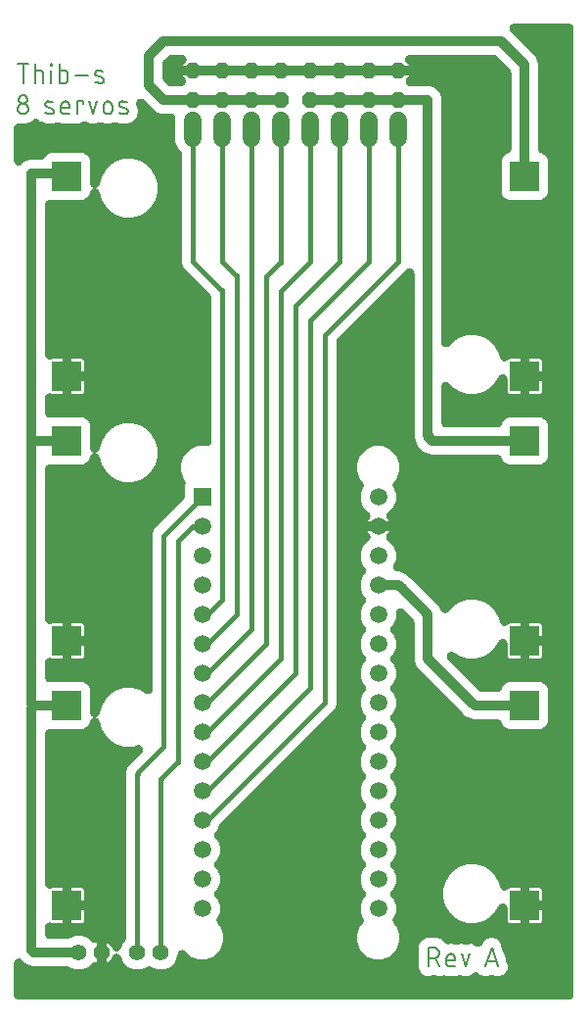
<source format=gbr>
G04 EAGLE Gerber X2 export*
%TF.Part,Single*%
%TF.FileFunction,Copper,L1,Top,Mixed*%
%TF.FilePolarity,Positive*%
%TF.GenerationSoftware,Autodesk,EAGLE,9.0.1*%
%TF.CreationDate,2018-07-05T12:19:16Z*%
G75*
%MOMM*%
%FSLAX34Y34*%
%LPD*%
%AMOC8*
5,1,8,0,0,1.08239X$1,22.5*%
G01*
%ADD10C,0.152400*%
%ADD11C,1.524000*%
%ADD12R,2.500000X2.500000*%
%ADD13C,1.408000*%
%ADD14R,1.508000X1.508000*%
%ADD15C,1.508000*%
%ADD16P,1.539592X8X22.500000*%
%ADD17C,0.812800*%
%ADD18C,0.406400*%

G36*
X541505Y-15223D02*
X541505Y-15223D01*
X541736Y-15213D01*
X541790Y-15203D01*
X541844Y-15199D01*
X542070Y-15151D01*
X542296Y-15109D01*
X542348Y-15092D01*
X542402Y-15080D01*
X542618Y-15001D01*
X542836Y-14928D01*
X542885Y-14903D01*
X542937Y-14884D01*
X543140Y-14776D01*
X543345Y-14673D01*
X543391Y-14642D01*
X543439Y-14616D01*
X543625Y-14480D01*
X543814Y-14349D01*
X543855Y-14312D01*
X543899Y-14279D01*
X544064Y-14119D01*
X544233Y-13963D01*
X544268Y-13920D01*
X544307Y-13882D01*
X544448Y-13700D01*
X544594Y-13522D01*
X544622Y-13474D01*
X544656Y-13431D01*
X544770Y-13231D01*
X544889Y-13034D01*
X544911Y-12984D01*
X544938Y-12936D01*
X545023Y-12722D01*
X545114Y-12511D01*
X545128Y-12458D01*
X545148Y-12407D01*
X545203Y-12182D01*
X545263Y-11961D01*
X545267Y-11917D01*
X545283Y-11853D01*
X545338Y-11286D01*
X545335Y-11220D01*
X545339Y-11176D01*
X545339Y823876D01*
X545323Y824105D01*
X545313Y824336D01*
X545303Y824390D01*
X545299Y824444D01*
X545251Y824670D01*
X545209Y824896D01*
X545192Y824948D01*
X545180Y825002D01*
X545101Y825218D01*
X545028Y825436D01*
X545003Y825485D01*
X544984Y825537D01*
X544876Y825740D01*
X544773Y825945D01*
X544742Y825991D01*
X544716Y826039D01*
X544580Y826225D01*
X544449Y826414D01*
X544412Y826455D01*
X544379Y826499D01*
X544219Y826664D01*
X544063Y826833D01*
X544020Y826868D01*
X543982Y826907D01*
X543800Y827048D01*
X543622Y827194D01*
X543574Y827222D01*
X543531Y827256D01*
X543331Y827370D01*
X543134Y827489D01*
X543084Y827511D01*
X543036Y827538D01*
X542822Y827623D01*
X542611Y827714D01*
X542558Y827728D01*
X542507Y827748D01*
X542282Y827803D01*
X542061Y827863D01*
X542017Y827867D01*
X541953Y827883D01*
X541386Y827938D01*
X541320Y827935D01*
X541276Y827939D01*
X493795Y827939D01*
X493680Y827931D01*
X493565Y827933D01*
X493396Y827911D01*
X493227Y827899D01*
X493114Y827875D01*
X493000Y827861D01*
X492836Y827816D01*
X492669Y827780D01*
X492561Y827741D01*
X492450Y827710D01*
X492294Y827643D01*
X492134Y827584D01*
X492033Y827530D01*
X491927Y827484D01*
X491782Y827396D01*
X491632Y827316D01*
X491539Y827248D01*
X491440Y827188D01*
X491309Y827080D01*
X491172Y826979D01*
X491089Y826899D01*
X491000Y826826D01*
X490886Y826700D01*
X490764Y826582D01*
X490693Y826491D01*
X490615Y826406D01*
X490519Y826266D01*
X490415Y826131D01*
X490358Y826031D01*
X490293Y825936D01*
X490217Y825784D01*
X490133Y825636D01*
X490090Y825529D01*
X490039Y825426D01*
X489985Y825265D01*
X489923Y825107D01*
X489895Y824994D01*
X489859Y824885D01*
X489829Y824718D01*
X489788Y824553D01*
X489777Y824438D01*
X489757Y824325D01*
X489750Y824155D01*
X489733Y823986D01*
X489738Y823871D01*
X489733Y823755D01*
X489750Y823586D01*
X489758Y823416D01*
X489779Y823303D01*
X489790Y823188D01*
X489831Y823023D01*
X489862Y822856D01*
X489898Y822747D01*
X489926Y822635D01*
X489989Y822477D01*
X490043Y822316D01*
X490095Y822213D01*
X490137Y822106D01*
X490222Y821959D01*
X490298Y821807D01*
X490364Y821712D01*
X490421Y821612D01*
X490494Y821523D01*
X490622Y821338D01*
X490847Y821094D01*
X490922Y821003D01*
X493077Y818847D01*
X507107Y804817D01*
X507108Y804817D01*
X509323Y802602D01*
X511859Y800066D01*
X514605Y793437D01*
X514605Y719761D01*
X514605Y719759D01*
X514605Y719756D01*
X514625Y719479D01*
X514645Y719193D01*
X514645Y719190D01*
X514645Y719188D01*
X514706Y718906D01*
X514764Y718636D01*
X514765Y718633D01*
X514765Y718630D01*
X514861Y718371D01*
X514960Y718101D01*
X514961Y718098D01*
X514962Y718096D01*
X515088Y717861D01*
X515228Y717598D01*
X515230Y717596D01*
X515231Y717594D01*
X515399Y717365D01*
X515565Y717138D01*
X515567Y717136D01*
X515568Y717134D01*
X515769Y716928D01*
X515962Y716730D01*
X515964Y716728D01*
X515966Y716726D01*
X516199Y716547D01*
X516413Y716381D01*
X516415Y716380D01*
X516417Y716378D01*
X516430Y716372D01*
X516908Y716099D01*
X517038Y716048D01*
X517113Y716007D01*
X519737Y714921D01*
X521881Y712777D01*
X523041Y709976D01*
X523041Y681944D01*
X521881Y679143D01*
X519737Y676999D01*
X516936Y675839D01*
X488904Y675839D01*
X486103Y676999D01*
X483959Y679143D01*
X482799Y681944D01*
X482799Y709976D01*
X483959Y712777D01*
X486103Y714921D01*
X488727Y716007D01*
X488729Y716009D01*
X488732Y716009D01*
X488984Y716136D01*
X489237Y716262D01*
X489239Y716263D01*
X489241Y716265D01*
X489479Y716428D01*
X489706Y716585D01*
X489708Y716587D01*
X489710Y716588D01*
X489923Y716784D01*
X490125Y716971D01*
X490127Y716973D01*
X490129Y716975D01*
X490303Y717187D01*
X490487Y717411D01*
X490488Y717414D01*
X490490Y717416D01*
X490634Y717654D01*
X490783Y717898D01*
X490784Y717901D01*
X490785Y717903D01*
X490892Y718152D01*
X491008Y718421D01*
X491009Y718424D01*
X491010Y718427D01*
X491080Y718684D01*
X491158Y718971D01*
X491158Y718974D01*
X491159Y718977D01*
X491160Y718989D01*
X491229Y719537D01*
X491227Y719676D01*
X491235Y719761D01*
X491235Y785957D01*
X491231Y786017D01*
X491233Y786078D01*
X491211Y786301D01*
X491195Y786525D01*
X491183Y786585D01*
X491177Y786644D01*
X491123Y786863D01*
X491076Y787083D01*
X491056Y787139D01*
X491041Y787198D01*
X490958Y787407D01*
X490880Y787618D01*
X490852Y787671D01*
X490830Y787727D01*
X490718Y787922D01*
X490612Y788120D01*
X490576Y788169D01*
X490546Y788221D01*
X490471Y788312D01*
X490275Y788580D01*
X490118Y788741D01*
X490045Y788830D01*
X478950Y799925D01*
X478905Y799965D01*
X478864Y800009D01*
X478690Y800151D01*
X478520Y800299D01*
X478469Y800332D01*
X478423Y800370D01*
X478230Y800487D01*
X478042Y800609D01*
X477987Y800634D01*
X477935Y800665D01*
X477729Y800754D01*
X477525Y800849D01*
X477467Y800866D01*
X477412Y800890D01*
X477195Y800948D01*
X476980Y801014D01*
X476920Y801023D01*
X476862Y801039D01*
X476745Y801050D01*
X476417Y801101D01*
X476192Y801104D01*
X476077Y801115D01*
X403445Y801115D01*
X403330Y801107D01*
X403215Y801109D01*
X403047Y801087D01*
X402877Y801075D01*
X402764Y801051D01*
X402650Y801037D01*
X402486Y800992D01*
X402320Y800956D01*
X402211Y800917D01*
X402100Y800886D01*
X401945Y800819D01*
X401785Y800760D01*
X401683Y800706D01*
X401577Y800660D01*
X401432Y800572D01*
X401282Y800492D01*
X401189Y800424D01*
X401091Y800364D01*
X400959Y800256D01*
X400822Y800155D01*
X400740Y800075D01*
X400651Y800002D01*
X400536Y799876D01*
X400414Y799758D01*
X400343Y799667D01*
X400266Y799582D01*
X400169Y799442D01*
X400065Y799307D01*
X400008Y799207D01*
X399943Y799112D01*
X399867Y798960D01*
X399783Y798812D01*
X399740Y798705D01*
X399689Y798602D01*
X399636Y798441D01*
X399573Y798283D01*
X399546Y798170D01*
X399509Y798061D01*
X399479Y797894D01*
X399439Y797729D01*
X399428Y797614D01*
X399407Y797501D01*
X399400Y797331D01*
X399383Y797162D01*
X399388Y797047D01*
X399384Y796931D01*
X399401Y796762D01*
X399408Y796592D01*
X399429Y796479D01*
X399441Y796364D01*
X399481Y796199D01*
X399512Y796032D01*
X399549Y795923D01*
X399576Y795811D01*
X399639Y795653D01*
X399693Y795492D01*
X399745Y795389D01*
X399788Y795282D01*
X399872Y795135D01*
X399948Y794983D01*
X400014Y794888D01*
X400071Y794788D01*
X400144Y794699D01*
X400272Y794514D01*
X400498Y794270D01*
X400572Y794179D01*
X403288Y791463D01*
X393700Y791463D01*
X368300Y791463D01*
X342900Y791463D01*
X317500Y791463D01*
X292100Y791463D01*
X266700Y791463D01*
X241300Y791463D01*
X215900Y791463D01*
X206312Y791463D01*
X209028Y794179D01*
X209103Y794266D01*
X209186Y794346D01*
X209290Y794481D01*
X209402Y794609D01*
X209464Y794706D01*
X209535Y794797D01*
X209619Y794944D01*
X209711Y795087D01*
X209760Y795192D01*
X209817Y795292D01*
X209880Y795450D01*
X209951Y795604D01*
X209985Y795714D01*
X210027Y795821D01*
X210067Y795987D01*
X210116Y796149D01*
X210134Y796263D01*
X210161Y796375D01*
X210178Y796545D01*
X210204Y796712D01*
X210205Y796827D01*
X210217Y796942D01*
X210209Y797112D01*
X210211Y797282D01*
X210197Y797396D01*
X210192Y797512D01*
X210161Y797679D01*
X210139Y797847D01*
X210109Y797959D01*
X210088Y798072D01*
X210034Y798233D01*
X209989Y798397D01*
X209943Y798503D01*
X209907Y798612D01*
X209830Y798764D01*
X209763Y798920D01*
X209703Y799018D01*
X209652Y799121D01*
X209555Y799261D01*
X209466Y799406D01*
X209393Y799495D01*
X209328Y799590D01*
X209212Y799715D01*
X209104Y799847D01*
X209019Y799924D01*
X208941Y800009D01*
X208810Y800117D01*
X208685Y800232D01*
X208590Y800297D01*
X208500Y800370D01*
X208355Y800458D01*
X208215Y800554D01*
X208112Y800606D01*
X208013Y800665D01*
X207857Y800732D01*
X207705Y800808D01*
X207595Y800844D01*
X207489Y800890D01*
X207325Y800934D01*
X207164Y800988D01*
X207051Y801009D01*
X206939Y801039D01*
X206825Y801050D01*
X206604Y801090D01*
X206272Y801104D01*
X206155Y801115D01*
X197023Y801115D01*
X196963Y801111D01*
X196902Y801113D01*
X196679Y801091D01*
X196455Y801075D01*
X196395Y801063D01*
X196336Y801057D01*
X196117Y801003D01*
X195897Y800956D01*
X195841Y800936D01*
X195782Y800921D01*
X195573Y800838D01*
X195362Y800760D01*
X195309Y800732D01*
X195253Y800710D01*
X195058Y800598D01*
X194860Y800492D01*
X194811Y800456D01*
X194759Y800426D01*
X194668Y800351D01*
X194400Y800155D01*
X194239Y799998D01*
X194150Y799925D01*
X190675Y796450D01*
X190635Y796405D01*
X190591Y796364D01*
X190449Y796190D01*
X190301Y796020D01*
X190268Y795969D01*
X190230Y795923D01*
X190113Y795730D01*
X189991Y795542D01*
X189966Y795487D01*
X189935Y795435D01*
X189846Y795229D01*
X189751Y795025D01*
X189734Y794967D01*
X189710Y794912D01*
X189652Y794695D01*
X189586Y794480D01*
X189577Y794420D01*
X189561Y794362D01*
X189550Y794245D01*
X189499Y793917D01*
X189496Y793692D01*
X189485Y793577D01*
X189485Y781223D01*
X189489Y781163D01*
X189487Y781102D01*
X189509Y780879D01*
X189525Y780655D01*
X189537Y780595D01*
X189543Y780536D01*
X189597Y780317D01*
X189644Y780097D01*
X189664Y780041D01*
X189679Y779982D01*
X189762Y779773D01*
X189840Y779562D01*
X189868Y779509D01*
X189890Y779453D01*
X190002Y779258D01*
X190108Y779060D01*
X190144Y779011D01*
X190174Y778959D01*
X190249Y778868D01*
X190445Y778600D01*
X190602Y778439D01*
X190675Y778350D01*
X194150Y774875D01*
X194195Y774835D01*
X194236Y774791D01*
X194410Y774649D01*
X194580Y774501D01*
X194631Y774468D01*
X194677Y774430D01*
X194870Y774313D01*
X195058Y774191D01*
X195113Y774166D01*
X195165Y774135D01*
X195371Y774046D01*
X195575Y773951D01*
X195633Y773934D01*
X195688Y773910D01*
X195905Y773852D01*
X196120Y773786D01*
X196180Y773777D01*
X196238Y773761D01*
X196355Y773750D01*
X196683Y773699D01*
X196908Y773696D01*
X197023Y773685D01*
X205066Y773685D01*
X205127Y773689D01*
X205187Y773687D01*
X205410Y773709D01*
X205635Y773725D01*
X205694Y773737D01*
X205754Y773743D01*
X205972Y773797D01*
X206192Y773844D01*
X206249Y773864D01*
X206307Y773879D01*
X206516Y773962D01*
X206727Y774040D01*
X206781Y774068D01*
X206836Y774090D01*
X207031Y774202D01*
X207230Y774308D01*
X207278Y774344D01*
X207331Y774374D01*
X207421Y774449D01*
X207689Y774645D01*
X207851Y774802D01*
X207940Y774875D01*
X208484Y775419D01*
X208634Y775592D01*
X208790Y775762D01*
X208821Y775808D01*
X208857Y775849D01*
X208983Y776042D01*
X209113Y776232D01*
X209137Y776281D01*
X209167Y776327D01*
X209264Y776536D01*
X209367Y776742D01*
X209384Y776794D01*
X209407Y776844D01*
X209474Y777065D01*
X209547Y777283D01*
X209556Y777337D01*
X209572Y777389D01*
X209608Y777617D01*
X209649Y777843D01*
X209651Y777898D01*
X209660Y777952D01*
X209663Y778182D01*
X209672Y778413D01*
X209667Y778467D01*
X209667Y778522D01*
X209638Y778750D01*
X209615Y778980D01*
X209602Y779033D01*
X209595Y779087D01*
X209535Y779309D01*
X209480Y779533D01*
X209459Y779584D01*
X209445Y779637D01*
X209353Y779849D01*
X209268Y780062D01*
X209241Y780109D01*
X209219Y780160D01*
X209099Y780357D01*
X208985Y780556D01*
X208956Y780591D01*
X208922Y780646D01*
X208560Y781087D01*
X208512Y781131D01*
X208484Y781165D01*
X206312Y783337D01*
X215900Y783337D01*
X241300Y783337D01*
X266700Y783337D01*
X292100Y783337D01*
X317500Y783337D01*
X342900Y783337D01*
X368300Y783337D01*
X393700Y783337D01*
X403288Y783337D01*
X401116Y781165D01*
X400965Y780991D01*
X400810Y780822D01*
X400779Y780777D01*
X400743Y780735D01*
X400617Y780542D01*
X400487Y780352D01*
X400463Y780303D01*
X400433Y780257D01*
X400336Y780048D01*
X400233Y779842D01*
X400216Y779790D01*
X400193Y779740D01*
X400126Y779520D01*
X400054Y779301D01*
X400044Y779247D01*
X400028Y779195D01*
X399992Y778968D01*
X399951Y778741D01*
X399949Y778686D01*
X399940Y778632D01*
X399937Y778402D01*
X399928Y778172D01*
X399933Y778117D01*
X399933Y778062D01*
X399962Y777834D01*
X399985Y777605D01*
X399998Y777551D01*
X400005Y777497D01*
X400066Y777274D01*
X400120Y777051D01*
X400141Y777000D01*
X400155Y776947D01*
X400246Y776736D01*
X400332Y776522D01*
X400359Y776474D01*
X400381Y776424D01*
X400501Y776228D01*
X400615Y776028D01*
X400644Y775994D01*
X400678Y775938D01*
X401040Y775498D01*
X401088Y775453D01*
X401116Y775419D01*
X401660Y774875D01*
X401706Y774835D01*
X401747Y774791D01*
X401921Y774649D01*
X402091Y774501D01*
X402141Y774468D01*
X402188Y774430D01*
X402380Y774313D01*
X402569Y774191D01*
X402624Y774166D01*
X402675Y774135D01*
X402881Y774046D01*
X403086Y773951D01*
X403143Y773934D01*
X403199Y773910D01*
X403416Y773852D01*
X403631Y773786D01*
X403691Y773777D01*
X403749Y773761D01*
X403866Y773750D01*
X404194Y773699D01*
X404419Y773696D01*
X404534Y773685D01*
X421424Y773685D01*
X425719Y771906D01*
X429006Y768619D01*
X430785Y764324D01*
X430785Y552377D01*
X430793Y552262D01*
X430791Y552147D01*
X430813Y551978D01*
X430825Y551809D01*
X430849Y551696D01*
X430863Y551582D01*
X430908Y551417D01*
X430944Y551251D01*
X430983Y551143D01*
X431014Y551032D01*
X431081Y550876D01*
X431140Y550716D01*
X431194Y550615D01*
X431240Y550509D01*
X431328Y550364D01*
X431408Y550214D01*
X431476Y550121D01*
X431536Y550022D01*
X431644Y549891D01*
X431745Y549754D01*
X431825Y549671D01*
X431898Y549582D01*
X432024Y549467D01*
X432142Y549346D01*
X432233Y549275D01*
X432318Y549197D01*
X432458Y549101D01*
X432593Y548997D01*
X432693Y548940D01*
X432788Y548875D01*
X432940Y548799D01*
X433088Y548715D01*
X433195Y548672D01*
X433298Y548621D01*
X433459Y548567D01*
X433617Y548504D01*
X433730Y548477D01*
X433839Y548441D01*
X434006Y548410D01*
X434171Y548370D01*
X434286Y548359D01*
X434399Y548339D01*
X434569Y548332D01*
X434738Y548315D01*
X434853Y548320D01*
X434969Y548315D01*
X435138Y548332D01*
X435308Y548340D01*
X435421Y548361D01*
X435535Y548372D01*
X435701Y548413D01*
X435868Y548444D01*
X435977Y548480D01*
X436089Y548508D01*
X436247Y548571D01*
X436408Y548625D01*
X436511Y548677D01*
X436618Y548719D01*
X436765Y548804D01*
X436917Y548880D01*
X437012Y548946D01*
X437112Y549003D01*
X437201Y549076D01*
X437386Y549204D01*
X437630Y549429D01*
X437721Y549504D01*
X441751Y553534D01*
X447488Y556846D01*
X453888Y558561D01*
X460512Y558561D01*
X466912Y556846D01*
X472649Y553534D01*
X477334Y548849D01*
X480646Y543112D01*
X481689Y539221D01*
X481739Y539076D01*
X481779Y538928D01*
X481831Y538807D01*
X481874Y538682D01*
X481944Y538546D01*
X482005Y538405D01*
X482074Y538292D01*
X482133Y538175D01*
X482222Y538049D01*
X482302Y537918D01*
X482386Y537816D01*
X482461Y537709D01*
X482566Y537597D01*
X482664Y537478D01*
X482761Y537389D01*
X482851Y537293D01*
X482971Y537197D01*
X483084Y537093D01*
X483192Y537018D01*
X483295Y536936D01*
X483427Y536857D01*
X483553Y536770D01*
X483671Y536712D01*
X483784Y536644D01*
X483926Y536585D01*
X484064Y536517D01*
X484188Y536475D01*
X484310Y536424D01*
X484458Y536385D01*
X484604Y536337D01*
X484734Y536313D01*
X484861Y536280D01*
X485013Y536262D01*
X485165Y536234D01*
X485296Y536229D01*
X485427Y536214D01*
X485580Y536217D01*
X485734Y536211D01*
X485865Y536224D01*
X485997Y536228D01*
X486148Y536253D01*
X486301Y536268D01*
X486429Y536299D01*
X486559Y536321D01*
X486705Y536367D01*
X486854Y536404D01*
X486977Y536453D01*
X487102Y536492D01*
X487241Y536558D01*
X487383Y536615D01*
X487497Y536681D01*
X487616Y536737D01*
X487744Y536822D01*
X487878Y536899D01*
X487952Y536960D01*
X488091Y537052D01*
X488429Y537352D01*
X488487Y537400D01*
X488800Y537713D01*
X489217Y537992D01*
X489679Y538183D01*
X490170Y538281D01*
X498857Y538281D01*
X498857Y523240D01*
X498857Y508199D01*
X490170Y508199D01*
X489679Y508297D01*
X489217Y508488D01*
X488800Y508767D01*
X488447Y509120D01*
X488168Y509537D01*
X487977Y509999D01*
X487879Y510490D01*
X487879Y521052D01*
X487874Y521129D01*
X487876Y521206D01*
X487854Y521413D01*
X487839Y521621D01*
X487823Y521696D01*
X487815Y521772D01*
X487764Y521975D01*
X487720Y522178D01*
X487694Y522250D01*
X487675Y522325D01*
X487596Y522517D01*
X487524Y522713D01*
X487488Y522781D01*
X487459Y522852D01*
X487354Y523032D01*
X487256Y523215D01*
X487210Y523277D01*
X487171Y523344D01*
X487042Y523508D01*
X486919Y523675D01*
X486866Y523730D01*
X486818Y523791D01*
X486667Y523934D01*
X486522Y524084D01*
X486461Y524131D01*
X486405Y524184D01*
X486236Y524305D01*
X486071Y524432D01*
X486004Y524470D01*
X485942Y524515D01*
X485757Y524611D01*
X485576Y524715D01*
X485505Y524743D01*
X485437Y524778D01*
X485241Y524848D01*
X485047Y524925D01*
X484972Y524943D01*
X484899Y524969D01*
X484695Y525010D01*
X484493Y525059D01*
X484416Y525066D01*
X484341Y525082D01*
X484134Y525094D01*
X483926Y525114D01*
X483849Y525111D01*
X483772Y525115D01*
X483565Y525099D01*
X483356Y525090D01*
X483281Y525076D01*
X483204Y525069D01*
X483001Y525024D01*
X482796Y524986D01*
X482724Y524961D01*
X482648Y524944D01*
X482453Y524871D01*
X482256Y524804D01*
X482187Y524770D01*
X482115Y524743D01*
X481933Y524643D01*
X481747Y524549D01*
X481683Y524505D01*
X481616Y524468D01*
X481449Y524344D01*
X481278Y524225D01*
X481221Y524173D01*
X481160Y524127D01*
X481012Y523981D01*
X480859Y523839D01*
X480810Y523779D01*
X480756Y523725D01*
X480685Y523627D01*
X480498Y523398D01*
X480367Y523181D01*
X480297Y523084D01*
X477334Y517951D01*
X472649Y513266D01*
X466912Y509954D01*
X460512Y508239D01*
X453888Y508239D01*
X447488Y509954D01*
X441751Y513266D01*
X437721Y517296D01*
X437634Y517372D01*
X437554Y517454D01*
X437419Y517558D01*
X437291Y517670D01*
X437194Y517733D01*
X437103Y517803D01*
X436956Y517887D01*
X436813Y517980D01*
X436708Y518028D01*
X436608Y518085D01*
X436450Y518148D01*
X436296Y518220D01*
X436186Y518253D01*
X436079Y518296D01*
X435913Y518336D01*
X435751Y518385D01*
X435637Y518402D01*
X435525Y518430D01*
X435355Y518446D01*
X435188Y518472D01*
X435073Y518474D01*
X434958Y518485D01*
X434788Y518478D01*
X434618Y518480D01*
X434504Y518465D01*
X434388Y518460D01*
X434221Y518429D01*
X434053Y518408D01*
X433941Y518377D01*
X433828Y518356D01*
X433667Y518302D01*
X433503Y518257D01*
X433397Y518212D01*
X433288Y518175D01*
X433136Y518099D01*
X432980Y518031D01*
X432882Y517972D01*
X432779Y517920D01*
X432639Y517823D01*
X432494Y517735D01*
X432405Y517661D01*
X432310Y517596D01*
X432185Y517481D01*
X432053Y517373D01*
X431976Y517288D01*
X431891Y517210D01*
X431783Y517078D01*
X431668Y516953D01*
X431603Y516858D01*
X431530Y516769D01*
X431442Y516623D01*
X431346Y516483D01*
X431294Y516380D01*
X431235Y516281D01*
X431168Y516125D01*
X431092Y515973D01*
X431056Y515864D01*
X431010Y515758D01*
X430966Y515594D01*
X430912Y515432D01*
X430891Y515319D01*
X430861Y515208D01*
X430850Y515093D01*
X430810Y514872D01*
X430796Y514540D01*
X430785Y514423D01*
X430785Y483108D01*
X430801Y482879D01*
X430811Y482648D01*
X430821Y482594D01*
X430825Y482540D01*
X430873Y482314D01*
X430915Y482088D01*
X430932Y482036D01*
X430944Y481982D01*
X431023Y481766D01*
X431096Y481548D01*
X431121Y481499D01*
X431140Y481447D01*
X431248Y481244D01*
X431351Y481039D01*
X431382Y480993D01*
X431408Y480945D01*
X431544Y480759D01*
X431675Y480570D01*
X431712Y480529D01*
X431745Y480485D01*
X431905Y480320D01*
X432061Y480151D01*
X432104Y480116D01*
X432142Y480077D01*
X432324Y479936D01*
X432502Y479790D01*
X432550Y479762D01*
X432593Y479728D01*
X432793Y479614D01*
X432990Y479495D01*
X433040Y479473D01*
X433088Y479446D01*
X433302Y479361D01*
X433513Y479270D01*
X433566Y479256D01*
X433617Y479236D01*
X433842Y479181D01*
X434063Y479121D01*
X434107Y479117D01*
X434171Y479101D01*
X434738Y479046D01*
X434804Y479049D01*
X434848Y479045D01*
X479119Y479045D01*
X479121Y479045D01*
X479124Y479045D01*
X479401Y479065D01*
X479687Y479085D01*
X479690Y479085D01*
X479692Y479085D01*
X479965Y479144D01*
X480244Y479204D01*
X480247Y479205D01*
X480250Y479205D01*
X480506Y479300D01*
X480779Y479400D01*
X480782Y479401D01*
X480784Y479402D01*
X481018Y479527D01*
X481282Y479668D01*
X481284Y479670D01*
X481286Y479671D01*
X481515Y479839D01*
X481742Y480005D01*
X481744Y480007D01*
X481746Y480008D01*
X481952Y480209D01*
X482150Y480402D01*
X482152Y480404D01*
X482154Y480406D01*
X482331Y480636D01*
X482499Y480853D01*
X482500Y480855D01*
X482502Y480857D01*
X482508Y480870D01*
X482781Y481348D01*
X482832Y481478D01*
X482873Y481553D01*
X483959Y484177D01*
X486103Y486321D01*
X488904Y487481D01*
X516936Y487481D01*
X519737Y486321D01*
X521881Y484177D01*
X523041Y481376D01*
X523041Y453344D01*
X521881Y450543D01*
X519737Y448399D01*
X516936Y447239D01*
X488904Y447239D01*
X486103Y448399D01*
X483959Y450543D01*
X482873Y453167D01*
X482871Y453169D01*
X482871Y453172D01*
X482748Y453416D01*
X482618Y453677D01*
X482617Y453679D01*
X482615Y453681D01*
X482452Y453919D01*
X482295Y454146D01*
X482293Y454148D01*
X482292Y454150D01*
X482098Y454360D01*
X481909Y454565D01*
X481907Y454567D01*
X481905Y454569D01*
X481683Y454751D01*
X481469Y454927D01*
X481466Y454928D01*
X481464Y454930D01*
X481226Y455074D01*
X480982Y455223D01*
X480979Y455224D01*
X480977Y455225D01*
X480727Y455332D01*
X480459Y455448D01*
X480456Y455449D01*
X480453Y455450D01*
X480189Y455522D01*
X479909Y455598D01*
X479906Y455598D01*
X479903Y455599D01*
X479891Y455600D01*
X479343Y455669D01*
X479204Y455667D01*
X479119Y455675D01*
X421863Y455675D01*
X415234Y458421D01*
X410161Y463494D01*
X407415Y470123D01*
X407415Y612555D01*
X407407Y612670D01*
X407409Y612785D01*
X407387Y612953D01*
X407375Y613123D01*
X407351Y613236D01*
X407337Y613350D01*
X407292Y613514D01*
X407256Y613680D01*
X407217Y613788D01*
X407186Y613900D01*
X407119Y614056D01*
X407060Y614215D01*
X407006Y614317D01*
X406960Y614423D01*
X406872Y614568D01*
X406792Y614718D01*
X406724Y614811D01*
X406664Y614909D01*
X406556Y615041D01*
X406455Y615178D01*
X406375Y615260D01*
X406302Y615349D01*
X406177Y615464D01*
X406058Y615586D01*
X405967Y615657D01*
X405882Y615734D01*
X405742Y615831D01*
X405607Y615935D01*
X405507Y615992D01*
X405412Y616057D01*
X405260Y616133D01*
X405112Y616217D01*
X405005Y616260D01*
X404902Y616311D01*
X404741Y616364D01*
X404583Y616427D01*
X404470Y616454D01*
X404361Y616491D01*
X404194Y616521D01*
X404029Y616561D01*
X403914Y616572D01*
X403801Y616593D01*
X403631Y616600D01*
X403462Y616616D01*
X403347Y616612D01*
X403231Y616616D01*
X403062Y616599D01*
X402892Y616592D01*
X402779Y616571D01*
X402665Y616559D01*
X402499Y616519D01*
X402332Y616488D01*
X402223Y616451D01*
X402111Y616424D01*
X401953Y616361D01*
X401792Y616307D01*
X401689Y616255D01*
X401582Y616212D01*
X401435Y616128D01*
X401283Y616051D01*
X401188Y615986D01*
X401088Y615929D01*
X400999Y615855D01*
X400814Y615728D01*
X400570Y615503D01*
X400479Y615428D01*
X341043Y555992D01*
X341003Y555946D01*
X340959Y555905D01*
X340817Y555731D01*
X340669Y555562D01*
X340636Y555511D01*
X340598Y555464D01*
X340481Y555272D01*
X340359Y555083D01*
X340334Y555029D01*
X340303Y554977D01*
X340214Y554771D01*
X340119Y554567D01*
X340102Y554509D01*
X340078Y554453D01*
X340020Y554237D01*
X339954Y554021D01*
X339945Y553962D01*
X339929Y553903D01*
X339918Y553786D01*
X339867Y553458D01*
X339864Y553233D01*
X339853Y553119D01*
X339853Y239380D01*
X338383Y235832D01*
X335096Y232545D01*
X239304Y136753D01*
X239227Y136664D01*
X239142Y136581D01*
X239040Y136449D01*
X238930Y136323D01*
X238866Y136224D01*
X238794Y136130D01*
X238740Y136029D01*
X238620Y135845D01*
X238478Y135538D01*
X238423Y135435D01*
X236633Y131112D01*
X235394Y129873D01*
X235242Y129699D01*
X235087Y129530D01*
X235056Y129485D01*
X235020Y129443D01*
X234895Y129250D01*
X234764Y129060D01*
X234740Y129011D01*
X234710Y128965D01*
X234613Y128756D01*
X234511Y128550D01*
X234493Y128498D01*
X234470Y128448D01*
X234403Y128227D01*
X234331Y128009D01*
X234321Y127955D01*
X234305Y127903D01*
X234270Y127675D01*
X234228Y127449D01*
X234226Y127394D01*
X234218Y127340D01*
X234215Y127110D01*
X234205Y126879D01*
X234211Y126825D01*
X234210Y126770D01*
X234239Y126542D01*
X234262Y126312D01*
X234275Y126259D01*
X234282Y126205D01*
X234343Y125982D01*
X234398Y125759D01*
X234418Y125708D01*
X234433Y125655D01*
X234524Y125443D01*
X234609Y125230D01*
X234637Y125182D01*
X234658Y125132D01*
X234779Y124935D01*
X234794Y124908D01*
X234796Y124905D01*
X234797Y124903D01*
X234893Y124736D01*
X234921Y124702D01*
X234955Y124646D01*
X235078Y124497D01*
X235119Y124436D01*
X235193Y124357D01*
X235317Y124205D01*
X235365Y124161D01*
X235394Y124127D01*
X236633Y122888D01*
X237269Y121352D01*
X237269Y121351D01*
X238941Y117316D01*
X238941Y111284D01*
X236633Y105712D01*
X235394Y104473D01*
X235243Y104299D01*
X235087Y104130D01*
X235056Y104084D01*
X235020Y104043D01*
X234895Y103850D01*
X234765Y103660D01*
X234740Y103611D01*
X234710Y103565D01*
X234613Y103356D01*
X234511Y103150D01*
X234493Y103098D01*
X234470Y103048D01*
X234403Y102827D01*
X234331Y102609D01*
X234321Y102555D01*
X234305Y102503D01*
X234270Y102275D01*
X234228Y102049D01*
X234226Y101994D01*
X234218Y101940D01*
X234215Y101710D01*
X234205Y101479D01*
X234211Y101425D01*
X234210Y101370D01*
X234239Y101142D01*
X234262Y100913D01*
X234275Y100859D01*
X234282Y100805D01*
X234343Y100582D01*
X234398Y100359D01*
X234418Y100308D01*
X234433Y100255D01*
X234524Y100044D01*
X234609Y99830D01*
X234637Y99782D01*
X234658Y99732D01*
X234778Y99536D01*
X234893Y99336D01*
X234921Y99301D01*
X234955Y99246D01*
X235317Y98806D01*
X235365Y98761D01*
X235394Y98727D01*
X236633Y97488D01*
X238941Y91916D01*
X238941Y85884D01*
X236633Y80312D01*
X235394Y79073D01*
X235243Y78899D01*
X235087Y78730D01*
X235056Y78684D01*
X235020Y78643D01*
X234895Y78450D01*
X234765Y78260D01*
X234740Y78211D01*
X234710Y78165D01*
X234613Y77956D01*
X234511Y77750D01*
X234493Y77698D01*
X234470Y77648D01*
X234403Y77427D01*
X234331Y77209D01*
X234321Y77155D01*
X234305Y77103D01*
X234270Y76875D01*
X234228Y76649D01*
X234226Y76594D01*
X234218Y76540D01*
X234215Y76310D01*
X234205Y76079D01*
X234211Y76025D01*
X234210Y75970D01*
X234239Y75742D01*
X234262Y75513D01*
X234275Y75459D01*
X234282Y75405D01*
X234343Y75182D01*
X234398Y74959D01*
X234418Y74908D01*
X234433Y74855D01*
X234524Y74644D01*
X234609Y74430D01*
X234637Y74382D01*
X234658Y74332D01*
X234778Y74136D01*
X234893Y73936D01*
X234921Y73901D01*
X234955Y73846D01*
X235317Y73406D01*
X235365Y73361D01*
X235394Y73327D01*
X236633Y72088D01*
X238941Y66516D01*
X238941Y60484D01*
X236611Y54860D01*
X236610Y54857D01*
X236609Y54855D01*
X236518Y54581D01*
X236430Y54320D01*
X236430Y54317D01*
X236429Y54314D01*
X236376Y54024D01*
X236327Y53759D01*
X236327Y53757D01*
X236327Y53754D01*
X236315Y53465D01*
X236303Y53190D01*
X236304Y53187D01*
X236304Y53185D01*
X236332Y52898D01*
X236359Y52623D01*
X236360Y52620D01*
X236360Y52618D01*
X236428Y52343D01*
X236494Y52069D01*
X236495Y52067D01*
X236496Y52064D01*
X236605Y51792D01*
X236705Y51540D01*
X236706Y51538D01*
X236708Y51535D01*
X236859Y51271D01*
X236988Y51045D01*
X236990Y51043D01*
X236991Y51041D01*
X237000Y51030D01*
X237337Y50595D01*
X237438Y50498D01*
X237492Y50432D01*
X239392Y48532D01*
X242196Y41763D01*
X242196Y34437D01*
X239392Y27668D01*
X234212Y22488D01*
X227443Y19684D01*
X220117Y19684D01*
X213348Y22488D01*
X209397Y26439D01*
X209310Y26515D01*
X209230Y26597D01*
X209095Y26701D01*
X208967Y26813D01*
X208870Y26875D01*
X208779Y26946D01*
X208632Y27030D01*
X208489Y27123D01*
X208384Y27171D01*
X208284Y27228D01*
X208126Y27291D01*
X207972Y27362D01*
X207862Y27396D01*
X207755Y27438D01*
X207589Y27478D01*
X207427Y27528D01*
X207313Y27545D01*
X207201Y27572D01*
X207031Y27589D01*
X206864Y27615D01*
X206749Y27617D01*
X206634Y27628D01*
X206464Y27620D01*
X206294Y27623D01*
X206180Y27608D01*
X206064Y27603D01*
X205897Y27572D01*
X205729Y27551D01*
X205617Y27520D01*
X205504Y27499D01*
X205343Y27445D01*
X205179Y27400D01*
X205073Y27355D01*
X204964Y27318D01*
X204812Y27242D01*
X204656Y27174D01*
X204558Y27114D01*
X204455Y27063D01*
X204315Y26966D01*
X204170Y26878D01*
X204081Y26804D01*
X203986Y26739D01*
X203861Y26624D01*
X203729Y26516D01*
X203652Y26431D01*
X203567Y26353D01*
X203459Y26221D01*
X203344Y26096D01*
X203279Y26001D01*
X203206Y25912D01*
X203118Y25766D01*
X203022Y25626D01*
X202970Y25523D01*
X202911Y25424D01*
X202844Y25268D01*
X202768Y25116D01*
X202732Y25006D01*
X202686Y24901D01*
X202642Y24737D01*
X202588Y24575D01*
X202567Y24462D01*
X202537Y24351D01*
X202526Y24236D01*
X202486Y24015D01*
X202472Y23683D01*
X202461Y23566D01*
X202461Y22484D01*
X200229Y17095D01*
X196105Y12971D01*
X190716Y10739D01*
X184884Y10739D01*
X179355Y13029D01*
X179298Y13048D01*
X179243Y13074D01*
X179027Y13139D01*
X178815Y13210D01*
X178755Y13221D01*
X178697Y13238D01*
X178475Y13273D01*
X178254Y13313D01*
X178194Y13316D01*
X178134Y13325D01*
X177909Y13328D01*
X177685Y13337D01*
X177625Y13331D01*
X177564Y13332D01*
X177342Y13303D01*
X177118Y13281D01*
X177059Y13267D01*
X176999Y13259D01*
X176887Y13225D01*
X176564Y13146D01*
X176355Y13063D01*
X176245Y13029D01*
X170716Y10739D01*
X164884Y10739D01*
X159495Y12971D01*
X155371Y17095D01*
X153424Y21796D01*
X153301Y22042D01*
X153180Y22288D01*
X153174Y22297D01*
X153170Y22306D01*
X153014Y22533D01*
X152859Y22759D01*
X152852Y22767D01*
X152846Y22775D01*
X152661Y22977D01*
X152476Y23181D01*
X152468Y23187D01*
X152461Y23195D01*
X152249Y23368D01*
X152037Y23544D01*
X152028Y23550D01*
X152020Y23556D01*
X151785Y23699D01*
X151552Y23843D01*
X151542Y23847D01*
X151533Y23852D01*
X151282Y23961D01*
X151029Y24071D01*
X151019Y24073D01*
X151010Y24077D01*
X150748Y24149D01*
X150480Y24223D01*
X150470Y24224D01*
X150460Y24227D01*
X150191Y24261D01*
X149915Y24297D01*
X149905Y24297D01*
X149895Y24299D01*
X149622Y24294D01*
X149346Y24292D01*
X149335Y24290D01*
X149325Y24290D01*
X149055Y24248D01*
X148782Y24207D01*
X148772Y24204D01*
X148762Y24202D01*
X148500Y24122D01*
X148236Y24043D01*
X148227Y24039D01*
X148217Y24036D01*
X147968Y23920D01*
X147719Y23805D01*
X147710Y23800D01*
X147701Y23795D01*
X147469Y23645D01*
X147239Y23497D01*
X147232Y23491D01*
X147223Y23485D01*
X147017Y23305D01*
X146808Y23125D01*
X146801Y23118D01*
X146793Y23111D01*
X146615Y22905D01*
X146432Y22697D01*
X146427Y22688D01*
X146420Y22680D01*
X146271Y22449D01*
X146121Y22220D01*
X146117Y22212D01*
X146111Y22202D01*
X145991Y21942D01*
X145194Y20379D01*
X144308Y19159D01*
X143241Y18092D01*
X142021Y17206D01*
X141063Y16718D01*
X141063Y25400D01*
X141063Y34082D01*
X142021Y33594D01*
X143241Y32708D01*
X144308Y31641D01*
X145194Y30421D01*
X145962Y28915D01*
X146010Y28793D01*
X146015Y28784D01*
X146019Y28775D01*
X146156Y28538D01*
X146293Y28299D01*
X146299Y28291D01*
X146305Y28282D01*
X146474Y28065D01*
X146642Y27849D01*
X146650Y27841D01*
X146656Y27833D01*
X146857Y27641D01*
X147051Y27452D01*
X147059Y27446D01*
X147067Y27438D01*
X147290Y27278D01*
X147512Y27116D01*
X147521Y27111D01*
X147529Y27105D01*
X147768Y26979D01*
X148014Y26848D01*
X148024Y26844D01*
X148033Y26840D01*
X148287Y26748D01*
X148550Y26653D01*
X148560Y26651D01*
X148570Y26647D01*
X148836Y26592D01*
X149107Y26534D01*
X149118Y26534D01*
X149128Y26532D01*
X149399Y26514D01*
X149675Y26495D01*
X149686Y26496D01*
X149696Y26495D01*
X149970Y26516D01*
X150244Y26536D01*
X150254Y26538D01*
X150264Y26539D01*
X150535Y26599D01*
X150801Y26656D01*
X150811Y26659D01*
X150821Y26662D01*
X151081Y26759D01*
X151336Y26852D01*
X151345Y26857D01*
X151355Y26861D01*
X151600Y26994D01*
X151838Y27122D01*
X151846Y27128D01*
X151855Y27133D01*
X152076Y27297D01*
X152297Y27459D01*
X152305Y27466D01*
X152313Y27472D01*
X152507Y27663D01*
X152705Y27857D01*
X152711Y27865D01*
X152719Y27872D01*
X152885Y28091D01*
X153053Y28308D01*
X153057Y28316D01*
X153064Y28325D01*
X153344Y28822D01*
X153388Y28936D01*
X153424Y29004D01*
X155371Y33705D01*
X156957Y35291D01*
X156997Y35336D01*
X157041Y35377D01*
X157183Y35551D01*
X157331Y35721D01*
X157364Y35771D01*
X157402Y35818D01*
X157519Y36011D01*
X157641Y36199D01*
X157666Y36254D01*
X157697Y36305D01*
X157786Y36512D01*
X157881Y36716D01*
X157898Y36774D01*
X157922Y36829D01*
X157980Y37046D01*
X158046Y37261D01*
X158055Y37321D01*
X158071Y37379D01*
X158082Y37496D01*
X158133Y37824D01*
X158136Y38049D01*
X158147Y38164D01*
X158147Y181873D01*
X160003Y186355D01*
X171400Y197751D01*
X171451Y197810D01*
X171507Y197862D01*
X171637Y198024D01*
X171774Y198182D01*
X171816Y198246D01*
X171864Y198306D01*
X171971Y198485D01*
X172084Y198660D01*
X172116Y198730D01*
X172156Y198796D01*
X172236Y198988D01*
X172324Y199177D01*
X172346Y199250D01*
X172376Y199321D01*
X172429Y199523D01*
X172489Y199722D01*
X172501Y199798D01*
X172520Y199872D01*
X172544Y200079D01*
X172576Y200285D01*
X172577Y200362D01*
X172586Y200438D01*
X172581Y200646D01*
X172584Y200855D01*
X172574Y200931D01*
X172572Y201008D01*
X172538Y201213D01*
X172512Y201420D01*
X172492Y201494D01*
X172479Y201570D01*
X172417Y201768D01*
X172362Y201970D01*
X172331Y202040D01*
X172308Y202113D01*
X172218Y202301D01*
X172136Y202493D01*
X172096Y202558D01*
X172063Y202628D01*
X171948Y202801D01*
X171839Y202979D01*
X171790Y203038D01*
X171748Y203103D01*
X171609Y203258D01*
X171477Y203419D01*
X171420Y203471D01*
X171369Y203529D01*
X171211Y203663D01*
X171057Y203804D01*
X170994Y203848D01*
X170935Y203898D01*
X170759Y204009D01*
X170587Y204127D01*
X170518Y204161D01*
X170454Y204202D01*
X170264Y204288D01*
X170077Y204381D01*
X170004Y204405D01*
X169934Y204437D01*
X169734Y204495D01*
X169537Y204561D01*
X169461Y204574D01*
X169387Y204596D01*
X169181Y204626D01*
X168976Y204663D01*
X168899Y204666D01*
X168823Y204677D01*
X168615Y204678D01*
X168407Y204686D01*
X168330Y204678D01*
X168253Y204679D01*
X168134Y204659D01*
X167840Y204629D01*
X167594Y204569D01*
X167476Y204549D01*
X163333Y203439D01*
X156708Y203439D01*
X150308Y205154D01*
X144571Y208466D01*
X139886Y213151D01*
X136574Y218888D01*
X134789Y225551D01*
X134776Y225587D01*
X134768Y225625D01*
X134684Y225856D01*
X134618Y226052D01*
X134612Y226064D01*
X134603Y226089D01*
X134586Y226123D01*
X134572Y226160D01*
X134456Y226378D01*
X134405Y226478D01*
X134362Y226562D01*
X134359Y226567D01*
X134344Y226597D01*
X134322Y226628D01*
X134304Y226662D01*
X134158Y226861D01*
X134016Y227063D01*
X133990Y227091D01*
X133967Y227122D01*
X133795Y227299D01*
X133627Y227479D01*
X133597Y227503D01*
X133570Y227530D01*
X133375Y227681D01*
X133183Y227836D01*
X133150Y227855D01*
X133119Y227879D01*
X132905Y228001D01*
X132693Y228127D01*
X132658Y228142D01*
X132624Y228161D01*
X132394Y228252D01*
X132168Y228347D01*
X132131Y228357D01*
X132095Y228371D01*
X131854Y228430D01*
X131616Y228492D01*
X131578Y228496D01*
X131541Y228506D01*
X131295Y228529D01*
X131050Y228558D01*
X131012Y228557D01*
X130974Y228561D01*
X130726Y228550D01*
X130481Y228544D01*
X130443Y228538D01*
X130404Y228536D01*
X130161Y228491D01*
X129919Y228451D01*
X129882Y228439D01*
X129844Y228432D01*
X129739Y228397D01*
X129738Y228397D01*
X129737Y228396D01*
X129610Y228354D01*
X129375Y228280D01*
X129340Y228263D01*
X129304Y228251D01*
X129207Y228202D01*
X129203Y228201D01*
X129190Y228194D01*
X129083Y228140D01*
X128861Y228034D01*
X128829Y228013D01*
X128795Y227996D01*
X128708Y227936D01*
X128701Y227932D01*
X128675Y227913D01*
X128591Y227855D01*
X128386Y227719D01*
X128357Y227694D01*
X128326Y227672D01*
X128251Y227603D01*
X128241Y227596D01*
X128203Y227559D01*
X128144Y227504D01*
X127960Y227341D01*
X127935Y227312D01*
X127907Y227286D01*
X127846Y227211D01*
X127833Y227198D01*
X127785Y227137D01*
X127750Y227094D01*
X127591Y226907D01*
X127570Y226874D01*
X127546Y226845D01*
X127499Y226767D01*
X127484Y226748D01*
X127432Y226657D01*
X127418Y226634D01*
X127286Y226425D01*
X127271Y226390D01*
X127251Y226357D01*
X127218Y226281D01*
X127202Y226253D01*
X127152Y226128D01*
X127052Y225906D01*
X127041Y225869D01*
X127026Y225834D01*
X127006Y225760D01*
X126992Y225723D01*
X126956Y225575D01*
X126893Y225359D01*
X126887Y225321D01*
X126877Y225284D01*
X126872Y225229D01*
X126857Y225169D01*
X126841Y224998D01*
X126812Y224795D01*
X126811Y224770D01*
X125641Y221943D01*
X123497Y219799D01*
X120696Y218639D01*
X91948Y218639D01*
X91719Y218623D01*
X91488Y218613D01*
X91434Y218603D01*
X91380Y218599D01*
X91154Y218551D01*
X90928Y218509D01*
X90876Y218492D01*
X90822Y218480D01*
X90606Y218401D01*
X90388Y218328D01*
X90339Y218303D01*
X90287Y218284D01*
X90084Y218176D01*
X89879Y218073D01*
X89833Y218042D01*
X89785Y218016D01*
X89599Y217880D01*
X89410Y217749D01*
X89369Y217712D01*
X89325Y217679D01*
X89160Y217519D01*
X88991Y217363D01*
X88956Y217320D01*
X88917Y217282D01*
X88776Y217100D01*
X88630Y216922D01*
X88602Y216874D01*
X88568Y216831D01*
X88454Y216631D01*
X88335Y216434D01*
X88313Y216384D01*
X88286Y216336D01*
X88201Y216122D01*
X88110Y215911D01*
X88096Y215858D01*
X88076Y215807D01*
X88021Y215582D01*
X87961Y215361D01*
X87957Y215317D01*
X87941Y215253D01*
X87886Y214686D01*
X87889Y214620D01*
X87885Y214576D01*
X87885Y84764D01*
X87897Y84591D01*
X87899Y84419D01*
X87917Y84308D01*
X87925Y84195D01*
X87961Y84026D01*
X87987Y83856D01*
X88020Y83748D01*
X88044Y83638D01*
X88103Y83476D01*
X88153Y83310D01*
X88201Y83209D01*
X88240Y83103D01*
X88321Y82950D01*
X88394Y82794D01*
X88455Y82700D01*
X88508Y82600D01*
X88610Y82461D01*
X88704Y82316D01*
X88778Y82231D01*
X88845Y82141D01*
X88965Y82017D01*
X89079Y81887D01*
X89164Y81813D01*
X89242Y81732D01*
X89379Y81626D01*
X89509Y81513D01*
X89604Y81452D01*
X89693Y81384D01*
X89843Y81298D01*
X89988Y81204D01*
X90090Y81157D01*
X90188Y81101D01*
X90348Y81038D01*
X90505Y80965D01*
X90613Y80933D01*
X90717Y80891D01*
X90886Y80850D01*
X91051Y80801D01*
X91162Y80784D01*
X91271Y80757D01*
X91443Y80740D01*
X91614Y80714D01*
X91726Y80713D01*
X91838Y80702D01*
X92011Y80709D01*
X92184Y80707D01*
X92295Y80722D01*
X92408Y80726D01*
X92578Y80758D01*
X92749Y80780D01*
X92830Y80805D01*
X92968Y80830D01*
X93399Y80975D01*
X93930Y81081D01*
X102617Y81081D01*
X102617Y66040D01*
X102617Y50999D01*
X93930Y50999D01*
X93401Y51104D01*
X93339Y51125D01*
X93179Y51189D01*
X93069Y51215D01*
X92963Y51251D01*
X92793Y51282D01*
X92625Y51323D01*
X92513Y51334D01*
X92402Y51354D01*
X92230Y51361D01*
X92058Y51378D01*
X91945Y51373D01*
X91833Y51378D01*
X91661Y51361D01*
X91488Y51354D01*
X91378Y51333D01*
X91266Y51322D01*
X91098Y51281D01*
X90928Y51250D01*
X90822Y51214D01*
X90712Y51187D01*
X90552Y51123D01*
X90388Y51068D01*
X90287Y51018D01*
X90183Y50976D01*
X90033Y50891D01*
X89879Y50813D01*
X89786Y50749D01*
X89688Y50693D01*
X89552Y50588D01*
X89410Y50489D01*
X89327Y50413D01*
X89238Y50344D01*
X89118Y50220D01*
X88991Y50103D01*
X88920Y50016D01*
X88841Y49935D01*
X88740Y49796D01*
X88630Y49662D01*
X88572Y49566D01*
X88506Y49475D01*
X88424Y49323D01*
X88335Y49175D01*
X88290Y49072D01*
X88237Y48972D01*
X88178Y48810D01*
X88110Y48651D01*
X88081Y48543D01*
X88042Y48437D01*
X88006Y48268D01*
X87961Y48101D01*
X87953Y48016D01*
X87924Y47879D01*
X87886Y47329D01*
X87885Y47316D01*
X87885Y41148D01*
X87901Y40919D01*
X87911Y40688D01*
X87921Y40634D01*
X87925Y40580D01*
X87973Y40354D01*
X88015Y40128D01*
X88032Y40076D01*
X88044Y40022D01*
X88123Y39806D01*
X88196Y39588D01*
X88221Y39539D01*
X88240Y39487D01*
X88348Y39284D01*
X88451Y39079D01*
X88482Y39033D01*
X88508Y38985D01*
X88644Y38799D01*
X88775Y38610D01*
X88812Y38569D01*
X88845Y38525D01*
X89005Y38360D01*
X89161Y38191D01*
X89204Y38156D01*
X89242Y38117D01*
X89424Y37976D01*
X89602Y37830D01*
X89650Y37802D01*
X89693Y37768D01*
X89893Y37654D01*
X90090Y37535D01*
X90140Y37513D01*
X90188Y37486D01*
X90402Y37401D01*
X90613Y37310D01*
X90666Y37296D01*
X90717Y37276D01*
X90942Y37221D01*
X91163Y37161D01*
X91207Y37157D01*
X91271Y37141D01*
X91838Y37086D01*
X91904Y37089D01*
X91948Y37085D01*
X106268Y37085D01*
X106329Y37089D01*
X106389Y37087D01*
X106613Y37109D01*
X106837Y37125D01*
X106896Y37137D01*
X106956Y37143D01*
X107175Y37197D01*
X107394Y37244D01*
X107451Y37265D01*
X107510Y37279D01*
X107718Y37362D01*
X107929Y37440D01*
X107983Y37468D01*
X108039Y37491D01*
X108233Y37602D01*
X108431Y37708D01*
X108466Y37734D01*
X114084Y40061D01*
X119916Y40061D01*
X125305Y37829D01*
X128275Y34858D01*
X128398Y34752D01*
X128514Y34638D01*
X128613Y34565D01*
X128705Y34485D01*
X128842Y34396D01*
X128972Y34300D01*
X129080Y34242D01*
X129184Y34175D01*
X129331Y34107D01*
X129474Y34029D01*
X129589Y33987D01*
X129700Y33935D01*
X129856Y33888D01*
X130008Y33831D01*
X130128Y33805D01*
X130246Y33770D01*
X130406Y33745D01*
X130565Y33710D01*
X130687Y33701D01*
X130809Y33682D01*
X130971Y33680D01*
X131133Y33668D01*
X131256Y33676D01*
X131378Y33675D01*
X131540Y33695D01*
X131701Y33706D01*
X131822Y33731D01*
X131944Y33747D01*
X132100Y33790D01*
X132259Y33823D01*
X132345Y33857D01*
X132493Y33897D01*
X132937Y34089D01*
X132937Y25400D01*
X132937Y16713D01*
X132843Y16752D01*
X132698Y16825D01*
X132582Y16863D01*
X132468Y16911D01*
X132312Y16953D01*
X132158Y17004D01*
X132037Y17027D01*
X131918Y17058D01*
X131757Y17078D01*
X131597Y17107D01*
X131474Y17112D01*
X131352Y17127D01*
X131190Y17123D01*
X131028Y17130D01*
X130905Y17118D01*
X130783Y17115D01*
X130622Y17089D01*
X130461Y17073D01*
X130342Y17044D01*
X130220Y17024D01*
X130065Y16976D01*
X129907Y16938D01*
X129793Y16892D01*
X129676Y16856D01*
X129529Y16786D01*
X129378Y16726D01*
X129272Y16665D01*
X129161Y16612D01*
X129025Y16523D01*
X128884Y16443D01*
X128813Y16384D01*
X128684Y16300D01*
X128316Y15975D01*
X128275Y15942D01*
X125305Y12971D01*
X119916Y10739D01*
X114084Y10739D01*
X108431Y13081D01*
X108422Y13086D01*
X108234Y13208D01*
X108178Y13234D01*
X108127Y13265D01*
X107921Y13354D01*
X107717Y13448D01*
X107659Y13466D01*
X107603Y13490D01*
X107386Y13549D01*
X107171Y13614D01*
X107112Y13623D01*
X107053Y13639D01*
X106936Y13650D01*
X106608Y13701D01*
X106383Y13704D01*
X106268Y13715D01*
X76419Y13715D01*
X70958Y15978D01*
X67897Y19038D01*
X67810Y19113D01*
X67730Y19196D01*
X67595Y19300D01*
X67467Y19412D01*
X67370Y19474D01*
X67279Y19545D01*
X67132Y19629D01*
X66989Y19722D01*
X66884Y19770D01*
X66784Y19827D01*
X66626Y19890D01*
X66472Y19961D01*
X66362Y19995D01*
X66255Y20037D01*
X66089Y20077D01*
X65927Y20127D01*
X65813Y20144D01*
X65701Y20171D01*
X65531Y20188D01*
X65364Y20214D01*
X65249Y20215D01*
X65134Y20227D01*
X64964Y20219D01*
X64794Y20222D01*
X64680Y20207D01*
X64564Y20202D01*
X64397Y20171D01*
X64229Y20150D01*
X64117Y20119D01*
X64004Y20098D01*
X63843Y20044D01*
X63679Y19999D01*
X63573Y19953D01*
X63464Y19917D01*
X63312Y19841D01*
X63156Y19773D01*
X63058Y19713D01*
X62955Y19662D01*
X62815Y19565D01*
X62670Y19476D01*
X62581Y19403D01*
X62486Y19338D01*
X62361Y19223D01*
X62229Y19115D01*
X62152Y19030D01*
X62067Y18952D01*
X61959Y18820D01*
X61844Y18695D01*
X61779Y18600D01*
X61706Y18510D01*
X61618Y18365D01*
X61522Y18225D01*
X61470Y18122D01*
X61411Y18023D01*
X61344Y17867D01*
X61268Y17715D01*
X61232Y17605D01*
X61186Y17500D01*
X61142Y17336D01*
X61088Y17174D01*
X61067Y17061D01*
X61037Y16950D01*
X61026Y16835D01*
X60986Y16614D01*
X60972Y16282D01*
X60961Y16165D01*
X60961Y-11176D01*
X60977Y-11405D01*
X60987Y-11636D01*
X60997Y-11690D01*
X61001Y-11744D01*
X61049Y-11970D01*
X61091Y-12196D01*
X61108Y-12248D01*
X61120Y-12302D01*
X61199Y-12518D01*
X61272Y-12736D01*
X61297Y-12785D01*
X61316Y-12837D01*
X61424Y-13040D01*
X61527Y-13245D01*
X61558Y-13291D01*
X61584Y-13339D01*
X61720Y-13525D01*
X61851Y-13714D01*
X61888Y-13755D01*
X61921Y-13799D01*
X62081Y-13964D01*
X62237Y-14133D01*
X62280Y-14168D01*
X62318Y-14207D01*
X62500Y-14348D01*
X62678Y-14494D01*
X62726Y-14522D01*
X62769Y-14556D01*
X62969Y-14670D01*
X63166Y-14789D01*
X63216Y-14811D01*
X63264Y-14838D01*
X63478Y-14923D01*
X63689Y-15014D01*
X63742Y-15028D01*
X63793Y-15048D01*
X64018Y-15103D01*
X64239Y-15163D01*
X64283Y-15167D01*
X64347Y-15183D01*
X64914Y-15238D01*
X64980Y-15235D01*
X65024Y-15239D01*
X541276Y-15239D01*
X541505Y-15223D01*
G37*
G36*
X131077Y228653D02*
X131077Y228653D01*
X131324Y228664D01*
X131361Y228671D01*
X131400Y228673D01*
X131641Y228723D01*
X131884Y228768D01*
X131920Y228780D01*
X131958Y228788D01*
X132190Y228870D01*
X132424Y228949D01*
X132458Y228966D01*
X132495Y228979D01*
X132712Y229093D01*
X132933Y229204D01*
X132965Y229226D01*
X132999Y229244D01*
X133199Y229388D01*
X133402Y229528D01*
X133431Y229554D01*
X133462Y229577D01*
X133640Y229747D01*
X133821Y229914D01*
X133845Y229944D01*
X133873Y229971D01*
X134025Y230164D01*
X134182Y230355D01*
X134202Y230388D01*
X134226Y230419D01*
X134349Y230632D01*
X134477Y230843D01*
X134492Y230878D01*
X134512Y230911D01*
X134548Y231006D01*
X134702Y231366D01*
X134752Y231550D01*
X134789Y231649D01*
X136574Y238312D01*
X139886Y244049D01*
X144571Y248734D01*
X150308Y252046D01*
X156708Y253761D01*
X163332Y253761D01*
X169732Y252046D01*
X174752Y249147D01*
X174890Y249080D01*
X175024Y249004D01*
X175146Y248955D01*
X175265Y248898D01*
X175410Y248851D01*
X175553Y248794D01*
X175681Y248763D01*
X175807Y248722D01*
X175958Y248696D01*
X176107Y248660D01*
X176238Y248647D01*
X176368Y248624D01*
X176521Y248619D01*
X176674Y248604D01*
X176806Y248610D01*
X176937Y248606D01*
X177090Y248622D01*
X177244Y248629D01*
X177373Y248653D01*
X177504Y248667D01*
X177653Y248705D01*
X177804Y248733D01*
X177929Y248775D01*
X178056Y248807D01*
X178198Y248865D01*
X178344Y248914D01*
X178462Y248973D01*
X178584Y249023D01*
X178716Y249101D01*
X178853Y249169D01*
X178962Y249244D01*
X179075Y249311D01*
X179196Y249406D01*
X179322Y249493D01*
X179419Y249583D01*
X179522Y249664D01*
X179628Y249775D01*
X179741Y249880D01*
X179825Y249982D01*
X179915Y250077D01*
X180005Y250202D01*
X180102Y250321D01*
X180170Y250433D01*
X180247Y250540D01*
X180318Y250676D01*
X180397Y250808D01*
X180449Y250929D01*
X180510Y251046D01*
X180561Y251190D01*
X180622Y251332D01*
X180656Y251459D01*
X180700Y251583D01*
X180731Y251733D01*
X180771Y251882D01*
X180780Y251978D01*
X180813Y252141D01*
X180840Y252591D01*
X180847Y252666D01*
X180847Y387193D01*
X182703Y391675D01*
X207429Y416400D01*
X207469Y416446D01*
X207513Y416487D01*
X207655Y416661D01*
X207803Y416830D01*
X207836Y416881D01*
X207874Y416928D01*
X207991Y417120D01*
X208113Y417309D01*
X208138Y417363D01*
X208169Y417415D01*
X208258Y417621D01*
X208353Y417825D01*
X208370Y417883D01*
X208394Y417939D01*
X208452Y418155D01*
X208518Y418371D01*
X208527Y418430D01*
X208543Y418489D01*
X208554Y418606D01*
X208605Y418934D01*
X208608Y419159D01*
X208619Y419273D01*
X208619Y428156D01*
X209180Y429509D01*
X209181Y429512D01*
X209182Y429514D01*
X209271Y429781D01*
X209360Y430050D01*
X209361Y430052D01*
X209362Y430055D01*
X209410Y430319D01*
X209464Y430610D01*
X209464Y430613D01*
X209464Y430615D01*
X209476Y430902D01*
X209487Y431179D01*
X209487Y431182D01*
X209487Y431185D01*
X209460Y431461D01*
X209431Y431746D01*
X209431Y431749D01*
X209431Y431752D01*
X209363Y432026D01*
X209297Y432300D01*
X209296Y432302D01*
X209295Y432305D01*
X209190Y432567D01*
X209086Y432829D01*
X209084Y432832D01*
X209083Y432834D01*
X208946Y433073D01*
X208803Y433324D01*
X208801Y433326D01*
X208800Y433328D01*
X208791Y433338D01*
X208454Y433774D01*
X208353Y433871D01*
X208299Y433937D01*
X208168Y434068D01*
X205364Y440837D01*
X205364Y448163D01*
X208168Y454932D01*
X213348Y460112D01*
X220117Y462916D01*
X227584Y462916D01*
X227813Y462932D01*
X228044Y462942D01*
X228098Y462952D01*
X228152Y462956D01*
X228378Y463004D01*
X228604Y463046D01*
X228656Y463063D01*
X228710Y463075D01*
X228926Y463154D01*
X229144Y463227D01*
X229193Y463252D01*
X229245Y463271D01*
X229448Y463379D01*
X229653Y463482D01*
X229699Y463513D01*
X229747Y463539D01*
X229933Y463675D01*
X230122Y463806D01*
X230163Y463843D01*
X230207Y463876D01*
X230372Y464036D01*
X230541Y464192D01*
X230576Y464235D01*
X230615Y464273D01*
X230756Y464455D01*
X230902Y464633D01*
X230930Y464681D01*
X230964Y464724D01*
X231078Y464924D01*
X231197Y465121D01*
X231219Y465171D01*
X231246Y465219D01*
X231331Y465433D01*
X231422Y465644D01*
X231436Y465697D01*
X231456Y465748D01*
X231511Y465973D01*
X231571Y466194D01*
X231575Y466238D01*
X231591Y466302D01*
X231646Y466869D01*
X231643Y466935D01*
X231647Y466979D01*
X231647Y591219D01*
X231643Y591279D01*
X231645Y591339D01*
X231623Y591563D01*
X231607Y591787D01*
X231595Y591846D01*
X231589Y591906D01*
X231535Y592124D01*
X231488Y592344D01*
X231468Y592401D01*
X231453Y592460D01*
X231370Y592668D01*
X231292Y592879D01*
X231264Y592933D01*
X231242Y592989D01*
X231130Y593184D01*
X231024Y593382D01*
X230988Y593430D01*
X230958Y593483D01*
X230883Y593574D01*
X230687Y593842D01*
X230530Y594003D01*
X230457Y594092D01*
X207717Y616832D01*
X206247Y620380D01*
X206247Y715396D01*
X206243Y715456D01*
X206245Y715517D01*
X206223Y715740D01*
X206207Y715964D01*
X206195Y716024D01*
X206189Y716084D01*
X206135Y716302D01*
X206088Y716522D01*
X206068Y716578D01*
X206053Y716637D01*
X205970Y716846D01*
X205892Y717057D01*
X205864Y717110D01*
X205841Y717166D01*
X205730Y717361D01*
X205624Y717559D01*
X205588Y717608D01*
X205558Y717660D01*
X205483Y717751D01*
X205287Y718019D01*
X205130Y718180D01*
X205057Y718269D01*
X202980Y720347D01*
X200659Y725948D01*
X200659Y746252D01*
X200643Y746481D01*
X200633Y746712D01*
X200623Y746766D01*
X200619Y746820D01*
X200571Y747046D01*
X200529Y747272D01*
X200512Y747324D01*
X200500Y747378D01*
X200421Y747594D01*
X200348Y747812D01*
X200323Y747861D01*
X200304Y747913D01*
X200196Y748116D01*
X200093Y748321D01*
X200062Y748367D01*
X200036Y748415D01*
X199900Y748601D01*
X199769Y748790D01*
X199732Y748831D01*
X199699Y748875D01*
X199539Y749040D01*
X199383Y749209D01*
X199340Y749244D01*
X199302Y749283D01*
X199120Y749424D01*
X198942Y749570D01*
X198894Y749598D01*
X198851Y749632D01*
X198651Y749746D01*
X198454Y749865D01*
X198404Y749887D01*
X198356Y749914D01*
X198142Y749999D01*
X197931Y750090D01*
X197878Y750104D01*
X197827Y750124D01*
X197602Y750179D01*
X197381Y750239D01*
X197337Y750243D01*
X197273Y750259D01*
X196706Y750314D01*
X196640Y750311D01*
X196596Y750315D01*
X188176Y750315D01*
X183881Y752094D01*
X173804Y762171D01*
X173764Y762206D01*
X173728Y762246D01*
X173549Y762393D01*
X173374Y762545D01*
X173329Y762574D01*
X173288Y762608D01*
X173090Y762729D01*
X172896Y762855D01*
X172847Y762877D01*
X172802Y762905D01*
X172589Y762997D01*
X172379Y763094D01*
X172328Y763110D01*
X172279Y763131D01*
X172055Y763193D01*
X171834Y763260D01*
X171781Y763268D01*
X171729Y763282D01*
X171500Y763311D01*
X171271Y763347D01*
X171217Y763348D01*
X171164Y763354D01*
X170933Y763351D01*
X170701Y763355D01*
X170648Y763348D01*
X170594Y763347D01*
X170366Y763312D01*
X170136Y763283D01*
X170084Y763268D01*
X170031Y763260D01*
X169810Y763193D01*
X169586Y763132D01*
X169537Y763111D01*
X169486Y763095D01*
X169276Y762998D01*
X169063Y762906D01*
X169017Y762878D01*
X168969Y762856D01*
X168774Y762730D01*
X168577Y762609D01*
X168535Y762576D01*
X168490Y762546D01*
X168315Y762394D01*
X168137Y762248D01*
X168100Y762208D01*
X168060Y762173D01*
X167908Y761998D01*
X167751Y761828D01*
X167721Y761783D01*
X167686Y761743D01*
X167560Y761549D01*
X167429Y761358D01*
X167405Y761310D01*
X167376Y761265D01*
X167278Y761055D01*
X167175Y760848D01*
X167158Y760797D01*
X167136Y760748D01*
X167068Y760527D01*
X166995Y760307D01*
X166986Y760255D01*
X166970Y760203D01*
X166955Y760090D01*
X166893Y759747D01*
X166884Y759533D01*
X166870Y759421D01*
X166839Y758425D01*
X166848Y758219D01*
X166848Y758014D01*
X166858Y757952D01*
X166862Y757855D01*
X166964Y757295D01*
X166975Y757261D01*
X166980Y757236D01*
X168191Y752777D01*
X167200Y747824D01*
X164103Y743833D01*
X159552Y741644D01*
X157026Y741680D01*
X154551Y741715D01*
X153067Y741737D01*
X150608Y742621D01*
X150423Y742674D01*
X150240Y742734D01*
X150149Y742751D01*
X150060Y742776D01*
X149869Y742802D01*
X149680Y742837D01*
X149587Y742840D01*
X149495Y742853D01*
X149303Y742852D01*
X149110Y742859D01*
X149039Y742850D01*
X148925Y742850D01*
X148362Y742767D01*
X148342Y742761D01*
X148328Y742759D01*
X142244Y741371D01*
X136373Y742711D01*
X136213Y742772D01*
X136131Y742790D01*
X136052Y742817D01*
X135853Y742853D01*
X135658Y742898D01*
X135574Y742905D01*
X135491Y742920D01*
X135290Y742929D01*
X135090Y742945D01*
X135006Y742941D01*
X134922Y742944D01*
X134721Y742924D01*
X134521Y742913D01*
X134457Y742898D01*
X134355Y742888D01*
X133801Y742753D01*
X133773Y742742D01*
X133752Y742737D01*
X132708Y742389D01*
X132182Y742172D01*
X132179Y742170D01*
X132176Y742169D01*
X131476Y741819D01*
X131377Y741812D01*
X131264Y741795D01*
X131149Y741789D01*
X131037Y741763D01*
X130813Y741731D01*
X130496Y741640D01*
X130381Y741613D01*
X130287Y741582D01*
X129506Y741638D01*
X128937Y741638D01*
X128933Y741638D01*
X128930Y741638D01*
X128149Y741582D01*
X128056Y741613D01*
X127945Y741642D01*
X127836Y741680D01*
X127722Y741699D01*
X127504Y741755D01*
X127176Y741792D01*
X127059Y741812D01*
X126961Y741819D01*
X126260Y742169D01*
X125734Y742387D01*
X125731Y742388D01*
X125728Y742389D01*
X124951Y742648D01*
X124855Y742711D01*
X124741Y742796D01*
X124615Y742865D01*
X124495Y742943D01*
X124366Y743003D01*
X124242Y743071D01*
X124108Y743122D01*
X123977Y743182D01*
X123842Y743223D01*
X123710Y743273D01*
X123570Y743305D01*
X123432Y743347D01*
X123292Y743368D01*
X123154Y743400D01*
X123011Y743411D01*
X122869Y743433D01*
X122727Y743435D01*
X122586Y743447D01*
X122443Y743439D01*
X122299Y743440D01*
X122159Y743422D01*
X122017Y743414D01*
X121876Y743386D01*
X121734Y743367D01*
X121636Y743338D01*
X121459Y743302D01*
X121069Y743165D01*
X120980Y743138D01*
X117458Y741679D01*
X114123Y741679D01*
X113882Y741779D01*
X113824Y741799D01*
X113770Y741824D01*
X113555Y741889D01*
X113341Y741960D01*
X113282Y741971D01*
X113224Y741988D01*
X113002Y742023D01*
X112781Y742063D01*
X112721Y742066D01*
X112661Y742075D01*
X112436Y742078D01*
X112212Y742087D01*
X112152Y742081D01*
X112091Y742082D01*
X111869Y742053D01*
X111645Y742031D01*
X111586Y742017D01*
X111526Y742009D01*
X111414Y741975D01*
X111091Y741896D01*
X110882Y741813D01*
X110772Y741779D01*
X110530Y741679D01*
X102141Y741679D01*
X100271Y742454D01*
X100107Y742509D01*
X99946Y742572D01*
X99837Y742599D01*
X99731Y742634D01*
X99560Y742666D01*
X99392Y742706D01*
X99281Y742717D01*
X99171Y742737D01*
X98997Y742745D01*
X98825Y742761D01*
X98713Y742757D01*
X98601Y742761D01*
X98429Y742744D01*
X98256Y742737D01*
X98146Y742716D01*
X98034Y742705D01*
X97866Y742664D01*
X97696Y742633D01*
X97616Y742603D01*
X97481Y742570D01*
X96965Y742365D01*
X96955Y742361D01*
X95464Y741644D01*
X92938Y741680D01*
X90463Y741715D01*
X88979Y741737D01*
X85253Y743077D01*
X83684Y743642D01*
X82570Y744655D01*
X82465Y744738D01*
X82366Y744829D01*
X82241Y744914D01*
X82123Y745008D01*
X82007Y745075D01*
X81896Y745151D01*
X81761Y745219D01*
X81631Y745294D01*
X81506Y745345D01*
X81386Y745405D01*
X81243Y745453D01*
X81103Y745510D01*
X80973Y745543D01*
X80845Y745585D01*
X80697Y745612D01*
X80551Y745649D01*
X80417Y745663D01*
X80285Y745687D01*
X80134Y745694D01*
X79984Y745710D01*
X79850Y745705D01*
X79716Y745710D01*
X79565Y745695D01*
X79415Y745690D01*
X79282Y745667D01*
X79149Y745654D01*
X79002Y745618D01*
X78853Y745592D01*
X78726Y745550D01*
X78595Y745518D01*
X78455Y745462D01*
X78312Y745415D01*
X78191Y745356D01*
X78066Y745306D01*
X77935Y745231D01*
X77800Y745165D01*
X77688Y745090D01*
X77572Y745023D01*
X77489Y744955D01*
X77328Y744846D01*
X77044Y744589D01*
X76963Y744522D01*
X76084Y743643D01*
X71343Y741679D01*
X66124Y741679D01*
X66039Y741708D01*
X65869Y741739D01*
X65701Y741780D01*
X65589Y741791D01*
X65478Y741811D01*
X65306Y741818D01*
X65134Y741835D01*
X65021Y741830D01*
X64909Y741835D01*
X64737Y741818D01*
X64564Y741810D01*
X64454Y741790D01*
X64342Y741779D01*
X64174Y741738D01*
X64004Y741706D01*
X63898Y741671D01*
X63788Y741644D01*
X63628Y741580D01*
X63464Y741525D01*
X63363Y741475D01*
X63259Y741433D01*
X63109Y741348D01*
X62955Y741270D01*
X62862Y741206D01*
X62764Y741150D01*
X62628Y741045D01*
X62486Y740946D01*
X62403Y740870D01*
X62314Y740801D01*
X62194Y740677D01*
X62067Y740560D01*
X61996Y740473D01*
X61917Y740392D01*
X61816Y740253D01*
X61706Y740119D01*
X61648Y740023D01*
X61582Y739932D01*
X61500Y739779D01*
X61411Y739632D01*
X61366Y739528D01*
X61313Y739429D01*
X61254Y739267D01*
X61186Y739108D01*
X61157Y739000D01*
X61118Y738894D01*
X61082Y738725D01*
X61037Y738558D01*
X61029Y738473D01*
X61000Y738336D01*
X60962Y737786D01*
X60961Y737773D01*
X60961Y709595D01*
X60969Y709480D01*
X60967Y709365D01*
X60989Y709196D01*
X61001Y709027D01*
X61025Y708914D01*
X61039Y708800D01*
X61084Y708636D01*
X61120Y708469D01*
X61159Y708361D01*
X61190Y708250D01*
X61257Y708094D01*
X61316Y707934D01*
X61370Y707833D01*
X61416Y707727D01*
X61504Y707582D01*
X61584Y707432D01*
X61652Y707339D01*
X61712Y707240D01*
X61820Y707109D01*
X61921Y706972D01*
X62001Y706889D01*
X62074Y706800D01*
X62200Y706686D01*
X62318Y706564D01*
X62409Y706493D01*
X62494Y706415D01*
X62634Y706319D01*
X62769Y706215D01*
X62869Y706158D01*
X62964Y706093D01*
X63116Y706017D01*
X63264Y705933D01*
X63371Y705890D01*
X63474Y705839D01*
X63635Y705785D01*
X63793Y705723D01*
X63906Y705695D01*
X64015Y705659D01*
X64182Y705629D01*
X64347Y705588D01*
X64462Y705577D01*
X64575Y705557D01*
X64745Y705550D01*
X64914Y705533D01*
X65029Y705538D01*
X65145Y705533D01*
X65314Y705550D01*
X65484Y705558D01*
X65597Y705579D01*
X65712Y705590D01*
X65877Y705631D01*
X66044Y705662D01*
X66153Y705698D01*
X66265Y705726D01*
X66423Y705789D01*
X66584Y705843D01*
X66687Y705895D01*
X66794Y705937D01*
X66941Y706022D01*
X67093Y706098D01*
X67188Y706164D01*
X67288Y706221D01*
X67377Y706294D01*
X67562Y706422D01*
X67806Y706647D01*
X67897Y706722D01*
X69581Y708406D01*
X73876Y710185D01*
X83931Y710185D01*
X83934Y710185D01*
X83936Y710185D01*
X84218Y710205D01*
X84499Y710225D01*
X84502Y710225D01*
X84505Y710225D01*
X84780Y710285D01*
X85056Y710344D01*
X85059Y710345D01*
X85062Y710345D01*
X85321Y710440D01*
X85592Y710540D01*
X85594Y710541D01*
X85597Y710542D01*
X85842Y710673D01*
X86094Y710808D01*
X86096Y710810D01*
X86099Y710811D01*
X86332Y710982D01*
X86554Y711145D01*
X86556Y711147D01*
X86558Y711148D01*
X86762Y711347D01*
X86962Y711542D01*
X86964Y711544D01*
X86966Y711546D01*
X87141Y711773D01*
X87311Y711993D01*
X87312Y711995D01*
X87314Y711997D01*
X87320Y712009D01*
X87593Y712488D01*
X87645Y712618D01*
X87685Y712693D01*
X87719Y712777D01*
X89863Y714921D01*
X92664Y716081D01*
X120696Y716081D01*
X123497Y714921D01*
X125641Y712777D01*
X126801Y709976D01*
X126801Y689901D01*
X126803Y689863D01*
X126801Y689824D01*
X126823Y689579D01*
X126841Y689333D01*
X126849Y689295D01*
X126852Y689257D01*
X126908Y689016D01*
X126960Y688775D01*
X126973Y688739D01*
X126982Y688702D01*
X127071Y688472D01*
X127156Y688240D01*
X127174Y688206D01*
X127188Y688171D01*
X127308Y687956D01*
X127424Y687738D01*
X127447Y687707D01*
X127466Y687673D01*
X127615Y687477D01*
X127761Y687278D01*
X127788Y687251D01*
X127811Y687220D01*
X127986Y687047D01*
X128158Y686870D01*
X128189Y686846D01*
X128216Y686819D01*
X128414Y686672D01*
X128609Y686521D01*
X128642Y686502D01*
X128673Y686479D01*
X128889Y686361D01*
X129104Y686239D01*
X129140Y686225D01*
X129173Y686206D01*
X129404Y686120D01*
X129633Y686029D01*
X129671Y686019D01*
X129707Y686006D01*
X129947Y685953D01*
X130187Y685894D01*
X130226Y685891D01*
X130263Y685882D01*
X130509Y685863D01*
X130754Y685839D01*
X130793Y685841D01*
X130831Y685838D01*
X131077Y685853D01*
X131324Y685864D01*
X131361Y685871D01*
X131400Y685873D01*
X131641Y685923D01*
X131884Y685968D01*
X131920Y685980D01*
X131958Y685988D01*
X132190Y686070D01*
X132424Y686149D01*
X132458Y686166D01*
X132495Y686179D01*
X132712Y686293D01*
X132933Y686404D01*
X132965Y686426D01*
X132999Y686444D01*
X133199Y686588D01*
X133402Y686728D01*
X133431Y686754D01*
X133462Y686777D01*
X133640Y686947D01*
X133821Y687114D01*
X133845Y687144D01*
X133873Y687171D01*
X134025Y687364D01*
X134182Y687555D01*
X134202Y687588D01*
X134226Y687619D01*
X134349Y687832D01*
X134477Y688043D01*
X134492Y688078D01*
X134512Y688111D01*
X134548Y688206D01*
X134702Y688566D01*
X134752Y688750D01*
X134789Y688849D01*
X136574Y695512D01*
X139886Y701249D01*
X144571Y705934D01*
X150308Y709246D01*
X156708Y710961D01*
X163332Y710961D01*
X169732Y709246D01*
X175469Y705934D01*
X180154Y701249D01*
X183466Y695512D01*
X185181Y689112D01*
X185181Y682488D01*
X183466Y676088D01*
X180154Y670351D01*
X175469Y665666D01*
X169732Y662354D01*
X163332Y660639D01*
X156708Y660639D01*
X150308Y662354D01*
X144571Y665666D01*
X139886Y670351D01*
X136574Y676088D01*
X134789Y682751D01*
X134776Y682787D01*
X134768Y682825D01*
X134683Y683056D01*
X134603Y683289D01*
X134586Y683323D01*
X134572Y683360D01*
X134456Y683578D01*
X134344Y683797D01*
X134322Y683828D01*
X134304Y683862D01*
X134158Y684061D01*
X134016Y684263D01*
X133990Y684291D01*
X133967Y684322D01*
X133795Y684499D01*
X133627Y684679D01*
X133597Y684703D01*
X133570Y684730D01*
X133375Y684881D01*
X133183Y685036D01*
X133150Y685055D01*
X133119Y685079D01*
X132905Y685201D01*
X132693Y685327D01*
X132658Y685342D01*
X132624Y685361D01*
X132394Y685452D01*
X132168Y685547D01*
X132131Y685557D01*
X132095Y685571D01*
X131854Y685630D01*
X131616Y685692D01*
X131578Y685696D01*
X131541Y685706D01*
X131295Y685729D01*
X131050Y685758D01*
X131012Y685757D01*
X130974Y685761D01*
X130726Y685750D01*
X130481Y685744D01*
X130443Y685738D01*
X130404Y685736D01*
X130161Y685691D01*
X129919Y685651D01*
X129882Y685639D01*
X129844Y685632D01*
X129610Y685554D01*
X129375Y685480D01*
X129340Y685463D01*
X129304Y685451D01*
X129083Y685340D01*
X128861Y685234D01*
X128829Y685213D01*
X128795Y685196D01*
X128591Y685055D01*
X128386Y684919D01*
X128357Y684894D01*
X128326Y684872D01*
X128144Y684704D01*
X127960Y684541D01*
X127935Y684512D01*
X127907Y684486D01*
X127750Y684294D01*
X127591Y684107D01*
X127570Y684074D01*
X127546Y684045D01*
X127418Y683834D01*
X127286Y683625D01*
X127271Y683590D01*
X127251Y683557D01*
X127154Y683331D01*
X127052Y683106D01*
X127041Y683069D01*
X127026Y683034D01*
X126962Y682796D01*
X126893Y682559D01*
X126887Y682521D01*
X126877Y682484D01*
X126867Y682383D01*
X126812Y681995D01*
X126811Y681970D01*
X125641Y679143D01*
X123497Y676999D01*
X120696Y675839D01*
X91948Y675839D01*
X91719Y675823D01*
X91488Y675813D01*
X91434Y675803D01*
X91380Y675799D01*
X91154Y675751D01*
X90928Y675709D01*
X90876Y675692D01*
X90822Y675680D01*
X90606Y675601D01*
X90388Y675528D01*
X90339Y675503D01*
X90287Y675484D01*
X90084Y675376D01*
X89879Y675273D01*
X89833Y675242D01*
X89785Y675216D01*
X89599Y675080D01*
X89410Y674949D01*
X89369Y674912D01*
X89325Y674879D01*
X89160Y674719D01*
X88991Y674563D01*
X88956Y674520D01*
X88917Y674482D01*
X88776Y674300D01*
X88630Y674122D01*
X88602Y674074D01*
X88568Y674031D01*
X88454Y673831D01*
X88335Y673634D01*
X88313Y673584D01*
X88286Y673536D01*
X88201Y673322D01*
X88110Y673111D01*
X88096Y673058D01*
X88076Y673007D01*
X88021Y672782D01*
X87961Y672561D01*
X87957Y672517D01*
X87941Y672453D01*
X87886Y671886D01*
X87889Y671820D01*
X87885Y671776D01*
X87885Y541964D01*
X87897Y541791D01*
X87899Y541618D01*
X87917Y541507D01*
X87925Y541395D01*
X87961Y541226D01*
X87988Y541055D01*
X88020Y540948D01*
X88044Y540838D01*
X88103Y540675D01*
X88154Y540510D01*
X88201Y540409D01*
X88240Y540303D01*
X88321Y540150D01*
X88394Y539994D01*
X88455Y539899D01*
X88508Y539800D01*
X88610Y539661D01*
X88705Y539516D01*
X88778Y539431D01*
X88845Y539341D01*
X88965Y539217D01*
X89079Y539086D01*
X89164Y539013D01*
X89242Y538932D01*
X89379Y538826D01*
X89510Y538713D01*
X89604Y538652D01*
X89693Y538584D01*
X89843Y538498D01*
X89988Y538404D01*
X90090Y538357D01*
X90188Y538301D01*
X90349Y538237D01*
X90505Y538165D01*
X90613Y538133D01*
X90717Y538091D01*
X90886Y538050D01*
X91051Y538001D01*
X91162Y537984D01*
X91271Y537957D01*
X91443Y537940D01*
X91614Y537914D01*
X91727Y537913D01*
X91838Y537902D01*
X92011Y537909D01*
X92184Y537907D01*
X92295Y537922D01*
X92408Y537926D01*
X92578Y537958D01*
X92749Y537980D01*
X92831Y538005D01*
X92968Y538030D01*
X93399Y538175D01*
X93930Y538281D01*
X102617Y538281D01*
X102617Y523240D01*
X102617Y508199D01*
X93930Y508199D01*
X93401Y508304D01*
X93340Y508325D01*
X93179Y508389D01*
X93069Y508415D01*
X92963Y508451D01*
X92793Y508482D01*
X92625Y508523D01*
X92513Y508534D01*
X92403Y508554D01*
X92230Y508561D01*
X92058Y508578D01*
X91945Y508573D01*
X91833Y508578D01*
X91661Y508561D01*
X91488Y508554D01*
X91378Y508533D01*
X91266Y508522D01*
X91098Y508481D01*
X90928Y508450D01*
X90822Y508414D01*
X90713Y508387D01*
X90552Y508323D01*
X90388Y508268D01*
X90287Y508218D01*
X90183Y508176D01*
X90033Y508091D01*
X89879Y508013D01*
X89786Y507949D01*
X89689Y507894D01*
X89552Y507788D01*
X89410Y507689D01*
X89327Y507613D01*
X89238Y507544D01*
X89118Y507420D01*
X88991Y507303D01*
X88920Y507216D01*
X88842Y507136D01*
X88740Y506996D01*
X88630Y506862D01*
X88572Y506766D01*
X88506Y506675D01*
X88424Y506523D01*
X88335Y506375D01*
X88290Y506272D01*
X88238Y506173D01*
X88178Y506010D01*
X88110Y505851D01*
X88081Y505743D01*
X88042Y505637D01*
X88006Y505468D01*
X87961Y505301D01*
X87953Y505216D01*
X87924Y505080D01*
X87886Y504529D01*
X87885Y504516D01*
X87885Y491544D01*
X87901Y491315D01*
X87911Y491084D01*
X87921Y491030D01*
X87925Y490976D01*
X87973Y490750D01*
X88015Y490524D01*
X88032Y490472D01*
X88044Y490418D01*
X88123Y490202D01*
X88196Y489984D01*
X88221Y489935D01*
X88240Y489883D01*
X88348Y489680D01*
X88451Y489475D01*
X88482Y489429D01*
X88508Y489381D01*
X88644Y489195D01*
X88775Y489006D01*
X88812Y488965D01*
X88845Y488921D01*
X89005Y488756D01*
X89161Y488587D01*
X89204Y488552D01*
X89242Y488513D01*
X89424Y488372D01*
X89602Y488226D01*
X89650Y488198D01*
X89693Y488164D01*
X89893Y488050D01*
X90090Y487931D01*
X90140Y487909D01*
X90188Y487882D01*
X90402Y487797D01*
X90613Y487706D01*
X90666Y487692D01*
X90717Y487672D01*
X90942Y487617D01*
X91163Y487557D01*
X91207Y487553D01*
X91271Y487537D01*
X91838Y487482D01*
X91904Y487485D01*
X91948Y487481D01*
X120696Y487481D01*
X123497Y486321D01*
X125641Y484177D01*
X126801Y481376D01*
X126801Y461301D01*
X126803Y461263D01*
X126801Y461224D01*
X126823Y460979D01*
X126841Y460733D01*
X126849Y460695D01*
X126852Y460657D01*
X126908Y460416D01*
X126960Y460175D01*
X126973Y460139D01*
X126982Y460102D01*
X127071Y459872D01*
X127156Y459640D01*
X127174Y459606D01*
X127188Y459571D01*
X127308Y459356D01*
X127424Y459138D01*
X127447Y459107D01*
X127466Y459073D01*
X127615Y458877D01*
X127761Y458678D01*
X127788Y458651D01*
X127811Y458620D01*
X127986Y458447D01*
X128158Y458270D01*
X128189Y458246D01*
X128216Y458219D01*
X128414Y458072D01*
X128609Y457921D01*
X128642Y457902D01*
X128673Y457879D01*
X128889Y457761D01*
X129104Y457639D01*
X129140Y457625D01*
X129173Y457606D01*
X129404Y457520D01*
X129633Y457429D01*
X129671Y457419D01*
X129707Y457406D01*
X129947Y457353D01*
X130187Y457294D01*
X130226Y457291D01*
X130263Y457282D01*
X130509Y457263D01*
X130754Y457239D01*
X130793Y457241D01*
X130831Y457238D01*
X131077Y457253D01*
X131324Y457264D01*
X131361Y457271D01*
X131400Y457273D01*
X131641Y457323D01*
X131884Y457368D01*
X131920Y457380D01*
X131958Y457388D01*
X132190Y457470D01*
X132424Y457549D01*
X132458Y457566D01*
X132495Y457579D01*
X132712Y457693D01*
X132933Y457804D01*
X132965Y457826D01*
X132999Y457844D01*
X133199Y457988D01*
X133402Y458128D01*
X133431Y458154D01*
X133462Y458177D01*
X133640Y458347D01*
X133821Y458514D01*
X133845Y458544D01*
X133873Y458571D01*
X134025Y458764D01*
X134182Y458955D01*
X134202Y458988D01*
X134226Y459019D01*
X134349Y459232D01*
X134477Y459443D01*
X134492Y459478D01*
X134512Y459511D01*
X134548Y459606D01*
X134702Y459966D01*
X134752Y460150D01*
X134789Y460249D01*
X136574Y466912D01*
X139886Y472649D01*
X144571Y477334D01*
X150308Y480646D01*
X156708Y482361D01*
X163332Y482361D01*
X169732Y480646D01*
X175469Y477334D01*
X180154Y472649D01*
X183466Y466912D01*
X185181Y460512D01*
X185181Y453888D01*
X183466Y447488D01*
X180154Y441751D01*
X175469Y437066D01*
X169732Y433754D01*
X163332Y432039D01*
X156708Y432039D01*
X150308Y433754D01*
X144571Y437066D01*
X139886Y441751D01*
X136574Y447488D01*
X134789Y454151D01*
X134776Y454187D01*
X134768Y454225D01*
X134683Y454456D01*
X134603Y454689D01*
X134586Y454723D01*
X134572Y454760D01*
X134456Y454978D01*
X134344Y455197D01*
X134322Y455228D01*
X134304Y455262D01*
X134158Y455461D01*
X134016Y455663D01*
X133990Y455691D01*
X133967Y455722D01*
X133795Y455899D01*
X133627Y456079D01*
X133597Y456103D01*
X133570Y456130D01*
X133375Y456281D01*
X133183Y456436D01*
X133150Y456455D01*
X133119Y456479D01*
X132905Y456601D01*
X132693Y456727D01*
X132658Y456742D01*
X132624Y456761D01*
X132394Y456852D01*
X132168Y456947D01*
X132131Y456957D01*
X132095Y456971D01*
X131854Y457030D01*
X131616Y457092D01*
X131578Y457096D01*
X131541Y457106D01*
X131295Y457129D01*
X131050Y457158D01*
X131012Y457157D01*
X130974Y457161D01*
X130726Y457150D01*
X130481Y457144D01*
X130443Y457138D01*
X130404Y457136D01*
X130161Y457091D01*
X129919Y457051D01*
X129882Y457039D01*
X129844Y457032D01*
X129610Y456954D01*
X129375Y456880D01*
X129340Y456863D01*
X129304Y456851D01*
X129083Y456740D01*
X128861Y456634D01*
X128829Y456613D01*
X128795Y456596D01*
X128591Y456455D01*
X128386Y456319D01*
X128357Y456294D01*
X128326Y456272D01*
X128144Y456104D01*
X127960Y455941D01*
X127935Y455912D01*
X127907Y455886D01*
X127750Y455694D01*
X127591Y455507D01*
X127570Y455474D01*
X127546Y455445D01*
X127418Y455234D01*
X127286Y455025D01*
X127271Y454990D01*
X127251Y454957D01*
X127154Y454731D01*
X127052Y454506D01*
X127041Y454469D01*
X127026Y454434D01*
X126962Y454196D01*
X126893Y453959D01*
X126887Y453921D01*
X126877Y453884D01*
X126867Y453783D01*
X126812Y453395D01*
X126811Y453370D01*
X125641Y450543D01*
X123497Y448399D01*
X120696Y447239D01*
X91948Y447239D01*
X91719Y447223D01*
X91488Y447213D01*
X91434Y447203D01*
X91380Y447199D01*
X91154Y447151D01*
X90928Y447109D01*
X90876Y447092D01*
X90822Y447080D01*
X90606Y447001D01*
X90388Y446928D01*
X90339Y446903D01*
X90287Y446884D01*
X90084Y446776D01*
X89879Y446673D01*
X89833Y446642D01*
X89785Y446616D01*
X89599Y446480D01*
X89410Y446349D01*
X89369Y446312D01*
X89325Y446279D01*
X89160Y446119D01*
X88991Y445963D01*
X88956Y445920D01*
X88917Y445882D01*
X88776Y445700D01*
X88630Y445522D01*
X88602Y445474D01*
X88568Y445431D01*
X88454Y445231D01*
X88335Y445034D01*
X88313Y444984D01*
X88286Y444936D01*
X88201Y444722D01*
X88110Y444511D01*
X88096Y444458D01*
X88076Y444407D01*
X88021Y444182D01*
X87961Y443961D01*
X87957Y443917D01*
X87941Y443853D01*
X87886Y443286D01*
X87889Y443220D01*
X87885Y443176D01*
X87885Y313364D01*
X87897Y313191D01*
X87899Y313019D01*
X87917Y312908D01*
X87925Y312795D01*
X87961Y312626D01*
X87987Y312456D01*
X88020Y312348D01*
X88044Y312238D01*
X88103Y312076D01*
X88153Y311910D01*
X88201Y311809D01*
X88240Y311703D01*
X88321Y311550D01*
X88394Y311394D01*
X88455Y311300D01*
X88508Y311200D01*
X88610Y311061D01*
X88704Y310916D01*
X88778Y310831D01*
X88845Y310741D01*
X88965Y310617D01*
X89079Y310487D01*
X89164Y310413D01*
X89242Y310332D01*
X89379Y310226D01*
X89509Y310113D01*
X89604Y310052D01*
X89693Y309984D01*
X89843Y309898D01*
X89988Y309804D01*
X90090Y309757D01*
X90188Y309701D01*
X90348Y309638D01*
X90505Y309565D01*
X90613Y309533D01*
X90717Y309491D01*
X90886Y309450D01*
X91051Y309401D01*
X91162Y309384D01*
X91271Y309357D01*
X91443Y309340D01*
X91614Y309314D01*
X91726Y309313D01*
X91838Y309302D01*
X92011Y309309D01*
X92184Y309307D01*
X92295Y309322D01*
X92408Y309326D01*
X92578Y309358D01*
X92749Y309380D01*
X92830Y309405D01*
X92968Y309430D01*
X93399Y309575D01*
X93930Y309681D01*
X102617Y309681D01*
X102617Y294640D01*
X102617Y279599D01*
X93930Y279599D01*
X93401Y279704D01*
X93339Y279725D01*
X93179Y279789D01*
X93069Y279815D01*
X92963Y279851D01*
X92793Y279882D01*
X92625Y279923D01*
X92513Y279934D01*
X92402Y279954D01*
X92230Y279961D01*
X92058Y279978D01*
X91945Y279973D01*
X91833Y279978D01*
X91661Y279961D01*
X91488Y279954D01*
X91378Y279933D01*
X91266Y279922D01*
X91098Y279881D01*
X90928Y279850D01*
X90822Y279814D01*
X90712Y279787D01*
X90552Y279723D01*
X90388Y279668D01*
X90287Y279618D01*
X90183Y279576D01*
X90033Y279491D01*
X89879Y279413D01*
X89786Y279349D01*
X89688Y279293D01*
X89552Y279188D01*
X89410Y279089D01*
X89327Y279013D01*
X89238Y278944D01*
X89118Y278820D01*
X88991Y278703D01*
X88920Y278616D01*
X88841Y278535D01*
X88740Y278396D01*
X88630Y278262D01*
X88572Y278166D01*
X88506Y278075D01*
X88424Y277923D01*
X88335Y277775D01*
X88290Y277672D01*
X88237Y277572D01*
X88178Y277410D01*
X88110Y277251D01*
X88081Y277143D01*
X88042Y277037D01*
X88006Y276868D01*
X87961Y276701D01*
X87953Y276616D01*
X87924Y276479D01*
X87886Y275929D01*
X87885Y275916D01*
X87885Y262944D01*
X87901Y262715D01*
X87911Y262484D01*
X87921Y262430D01*
X87925Y262376D01*
X87973Y262150D01*
X88015Y261924D01*
X88032Y261872D01*
X88044Y261818D01*
X88123Y261602D01*
X88196Y261384D01*
X88221Y261335D01*
X88240Y261283D01*
X88348Y261080D01*
X88451Y260875D01*
X88482Y260829D01*
X88508Y260781D01*
X88644Y260595D01*
X88775Y260406D01*
X88812Y260365D01*
X88845Y260321D01*
X89005Y260156D01*
X89161Y259987D01*
X89204Y259952D01*
X89242Y259913D01*
X89424Y259772D01*
X89602Y259626D01*
X89650Y259598D01*
X89693Y259564D01*
X89893Y259450D01*
X90090Y259331D01*
X90140Y259309D01*
X90188Y259282D01*
X90402Y259197D01*
X90613Y259106D01*
X90666Y259092D01*
X90717Y259072D01*
X90942Y259017D01*
X91163Y258957D01*
X91207Y258953D01*
X91271Y258937D01*
X91838Y258882D01*
X91904Y258885D01*
X91948Y258881D01*
X120696Y258881D01*
X123497Y257721D01*
X125641Y255577D01*
X126801Y252776D01*
X126801Y232701D01*
X126803Y232663D01*
X126801Y232624D01*
X126823Y232379D01*
X126841Y232133D01*
X126849Y232095D01*
X126852Y232057D01*
X126908Y231816D01*
X126960Y231575D01*
X126973Y231539D01*
X126982Y231502D01*
X127071Y231272D01*
X127156Y231040D01*
X127174Y231006D01*
X127188Y230971D01*
X127308Y230756D01*
X127424Y230538D01*
X127447Y230507D01*
X127466Y230473D01*
X127615Y230277D01*
X127761Y230078D01*
X127788Y230051D01*
X127811Y230020D01*
X127986Y229847D01*
X128158Y229670D01*
X128189Y229646D01*
X128216Y229619D01*
X128414Y229472D01*
X128609Y229321D01*
X128642Y229302D01*
X128673Y229279D01*
X128889Y229161D01*
X129104Y229039D01*
X129140Y229025D01*
X129173Y229006D01*
X129404Y228920D01*
X129633Y228829D01*
X129671Y228819D01*
X129707Y228806D01*
X129947Y228753D01*
X130187Y228694D01*
X130226Y228691D01*
X130263Y228682D01*
X130509Y228663D01*
X130754Y228639D01*
X130793Y228641D01*
X130831Y228638D01*
X131077Y228653D01*
G37*
%LPC*%
G36*
X372517Y19684D02*
X372517Y19684D01*
X365748Y22488D01*
X360568Y27668D01*
X357764Y34437D01*
X357764Y41763D01*
X360568Y48532D01*
X362468Y50432D01*
X362470Y50434D01*
X362472Y50436D01*
X362655Y50647D01*
X362842Y50862D01*
X362843Y50864D01*
X362845Y50866D01*
X362994Y51096D01*
X363152Y51340D01*
X363153Y51343D01*
X363154Y51345D01*
X363266Y51588D01*
X363392Y51857D01*
X363392Y51860D01*
X363393Y51862D01*
X363473Y52125D01*
X363557Y52402D01*
X363557Y52405D01*
X363558Y52408D01*
X363602Y52695D01*
X363644Y52965D01*
X363644Y52968D01*
X363645Y52971D01*
X363648Y53259D01*
X363652Y53535D01*
X363651Y53538D01*
X363651Y53541D01*
X363616Y53815D01*
X363580Y54100D01*
X363579Y54103D01*
X363579Y54106D01*
X363575Y54118D01*
X363429Y54650D01*
X363374Y54778D01*
X363349Y54860D01*
X361019Y60484D01*
X361019Y66516D01*
X363327Y72088D01*
X364566Y73327D01*
X364718Y73501D01*
X364873Y73670D01*
X364904Y73715D01*
X364940Y73757D01*
X365065Y73950D01*
X365196Y74140D01*
X365220Y74189D01*
X365250Y74235D01*
X365347Y74444D01*
X365449Y74650D01*
X365467Y74702D01*
X365490Y74752D01*
X365557Y74973D01*
X365629Y75191D01*
X365639Y75245D01*
X365655Y75297D01*
X365690Y75525D01*
X365732Y75751D01*
X365734Y75806D01*
X365742Y75860D01*
X365745Y76090D01*
X365755Y76321D01*
X365749Y76375D01*
X365750Y76430D01*
X365721Y76658D01*
X365698Y76888D01*
X365685Y76941D01*
X365678Y76995D01*
X365617Y77218D01*
X365562Y77441D01*
X365542Y77492D01*
X365527Y77545D01*
X365436Y77757D01*
X365351Y77970D01*
X365323Y78018D01*
X365302Y78068D01*
X365181Y78265D01*
X365067Y78464D01*
X365039Y78498D01*
X365005Y78554D01*
X364643Y78995D01*
X364595Y79039D01*
X364566Y79073D01*
X363327Y80312D01*
X361019Y85884D01*
X361019Y91916D01*
X363327Y97488D01*
X364566Y98727D01*
X364718Y98901D01*
X364873Y99070D01*
X364904Y99115D01*
X364940Y99157D01*
X365065Y99350D01*
X365196Y99540D01*
X365220Y99589D01*
X365250Y99635D01*
X365347Y99844D01*
X365449Y100050D01*
X365467Y100102D01*
X365490Y100152D01*
X365557Y100373D01*
X365629Y100591D01*
X365639Y100645D01*
X365655Y100697D01*
X365690Y100925D01*
X365732Y101151D01*
X365734Y101206D01*
X365742Y101260D01*
X365745Y101490D01*
X365755Y101721D01*
X365749Y101775D01*
X365750Y101830D01*
X365721Y102058D01*
X365698Y102288D01*
X365685Y102341D01*
X365678Y102395D01*
X365617Y102618D01*
X365562Y102841D01*
X365542Y102892D01*
X365527Y102945D01*
X365436Y103157D01*
X365351Y103370D01*
X365323Y103418D01*
X365302Y103468D01*
X365181Y103665D01*
X365067Y103864D01*
X365039Y103898D01*
X365005Y103954D01*
X364643Y104395D01*
X364595Y104439D01*
X364566Y104473D01*
X363327Y105712D01*
X362289Y108218D01*
X361019Y111284D01*
X361019Y117316D01*
X363327Y122888D01*
X364566Y124127D01*
X364638Y124209D01*
X364699Y124269D01*
X364758Y124345D01*
X364873Y124470D01*
X364904Y124515D01*
X364940Y124557D01*
X365032Y124700D01*
X365048Y124719D01*
X365066Y124751D01*
X365196Y124940D01*
X365220Y124989D01*
X365250Y125035D01*
X365347Y125244D01*
X365449Y125450D01*
X365467Y125502D01*
X365490Y125552D01*
X365557Y125773D01*
X365629Y125991D01*
X365639Y126045D01*
X365655Y126097D01*
X365690Y126325D01*
X365732Y126551D01*
X365734Y126606D01*
X365742Y126660D01*
X365745Y126890D01*
X365755Y127121D01*
X365749Y127175D01*
X365750Y127230D01*
X365721Y127458D01*
X365698Y127688D01*
X365685Y127741D01*
X365678Y127795D01*
X365617Y128018D01*
X365562Y128241D01*
X365542Y128292D01*
X365527Y128345D01*
X365436Y128557D01*
X365351Y128770D01*
X365323Y128818D01*
X365302Y128868D01*
X365181Y129065D01*
X365067Y129264D01*
X365039Y129298D01*
X365005Y129354D01*
X364643Y129795D01*
X364595Y129839D01*
X364566Y129873D01*
X363327Y131112D01*
X361019Y136684D01*
X361019Y142716D01*
X363327Y148288D01*
X364566Y149527D01*
X364718Y149701D01*
X364873Y149870D01*
X364904Y149915D01*
X364940Y149957D01*
X365065Y150150D01*
X365196Y150340D01*
X365220Y150389D01*
X365250Y150435D01*
X365347Y150644D01*
X365449Y150850D01*
X365467Y150902D01*
X365490Y150952D01*
X365557Y151173D01*
X365629Y151391D01*
X365639Y151445D01*
X365655Y151497D01*
X365690Y151725D01*
X365732Y151951D01*
X365734Y152006D01*
X365742Y152060D01*
X365745Y152290D01*
X365755Y152521D01*
X365749Y152575D01*
X365750Y152630D01*
X365721Y152858D01*
X365698Y153088D01*
X365685Y153141D01*
X365678Y153195D01*
X365617Y153418D01*
X365562Y153641D01*
X365542Y153692D01*
X365527Y153745D01*
X365436Y153957D01*
X365351Y154170D01*
X365323Y154218D01*
X365302Y154268D01*
X365181Y154465D01*
X365067Y154664D01*
X365039Y154698D01*
X365005Y154754D01*
X364643Y155195D01*
X364595Y155239D01*
X364566Y155273D01*
X363327Y156512D01*
X361019Y162084D01*
X361019Y168116D01*
X363327Y173688D01*
X364566Y174927D01*
X364717Y175101D01*
X364873Y175270D01*
X364904Y175316D01*
X364940Y175357D01*
X365065Y175550D01*
X365195Y175740D01*
X365220Y175789D01*
X365250Y175835D01*
X365347Y176044D01*
X365449Y176250D01*
X365467Y176302D01*
X365490Y176352D01*
X365557Y176573D01*
X365629Y176791D01*
X365639Y176845D01*
X365655Y176897D01*
X365690Y177125D01*
X365732Y177351D01*
X365734Y177406D01*
X365742Y177460D01*
X365745Y177690D01*
X365755Y177921D01*
X365749Y177975D01*
X365750Y178030D01*
X365721Y178258D01*
X365698Y178487D01*
X365685Y178541D01*
X365678Y178595D01*
X365617Y178818D01*
X365562Y179041D01*
X365542Y179092D01*
X365527Y179145D01*
X365436Y179356D01*
X365351Y179570D01*
X365323Y179618D01*
X365302Y179668D01*
X365182Y179864D01*
X365067Y180064D01*
X365039Y180099D01*
X365005Y180154D01*
X364643Y180594D01*
X364595Y180639D01*
X364566Y180673D01*
X363327Y181912D01*
X361019Y187484D01*
X361019Y193516D01*
X363327Y199088D01*
X364566Y200327D01*
X364718Y200501D01*
X364873Y200670D01*
X364904Y200715D01*
X364940Y200757D01*
X365065Y200950D01*
X365196Y201140D01*
X365220Y201189D01*
X365250Y201235D01*
X365347Y201444D01*
X365449Y201650D01*
X365467Y201702D01*
X365490Y201752D01*
X365557Y201973D01*
X365629Y202191D01*
X365639Y202245D01*
X365655Y202297D01*
X365690Y202525D01*
X365732Y202751D01*
X365734Y202806D01*
X365742Y202860D01*
X365745Y203090D01*
X365755Y203321D01*
X365749Y203375D01*
X365750Y203430D01*
X365721Y203658D01*
X365698Y203888D01*
X365685Y203941D01*
X365678Y203995D01*
X365617Y204218D01*
X365562Y204441D01*
X365542Y204492D01*
X365527Y204545D01*
X365436Y204757D01*
X365351Y204970D01*
X365323Y205018D01*
X365302Y205068D01*
X365181Y205265D01*
X365067Y205464D01*
X365039Y205498D01*
X365005Y205554D01*
X364643Y205995D01*
X364595Y206039D01*
X364566Y206073D01*
X363327Y207312D01*
X361019Y212884D01*
X361019Y218916D01*
X363327Y224488D01*
X364566Y225727D01*
X364635Y225806D01*
X364680Y225850D01*
X364731Y225916D01*
X364873Y226070D01*
X364904Y226115D01*
X364940Y226157D01*
X365065Y226350D01*
X365196Y226540D01*
X365220Y226589D01*
X365250Y226635D01*
X365347Y226844D01*
X365449Y227050D01*
X365467Y227102D01*
X365490Y227152D01*
X365557Y227373D01*
X365629Y227591D01*
X365639Y227645D01*
X365655Y227697D01*
X365690Y227925D01*
X365732Y228151D01*
X365734Y228206D01*
X365742Y228260D01*
X365745Y228490D01*
X365755Y228721D01*
X365749Y228775D01*
X365750Y228830D01*
X365721Y229058D01*
X365698Y229288D01*
X365685Y229341D01*
X365678Y229395D01*
X365617Y229618D01*
X365562Y229841D01*
X365542Y229892D01*
X365527Y229945D01*
X365436Y230157D01*
X365351Y230370D01*
X365323Y230418D01*
X365302Y230468D01*
X365181Y230665D01*
X365067Y230864D01*
X365039Y230898D01*
X365005Y230954D01*
X364643Y231395D01*
X364595Y231439D01*
X364566Y231473D01*
X363327Y232712D01*
X362720Y234179D01*
X361019Y238284D01*
X361019Y244316D01*
X363327Y249888D01*
X364566Y251127D01*
X364717Y251301D01*
X364873Y251470D01*
X364904Y251516D01*
X364940Y251557D01*
X365065Y251750D01*
X365195Y251940D01*
X365220Y251989D01*
X365250Y252035D01*
X365347Y252244D01*
X365449Y252450D01*
X365467Y252502D01*
X365490Y252552D01*
X365556Y252772D01*
X365629Y252991D01*
X365639Y253045D01*
X365655Y253097D01*
X365690Y253325D01*
X365732Y253551D01*
X365734Y253606D01*
X365742Y253660D01*
X365745Y253890D01*
X365755Y254121D01*
X365749Y254175D01*
X365750Y254230D01*
X365721Y254458D01*
X365698Y254687D01*
X365685Y254741D01*
X365678Y254795D01*
X365617Y255018D01*
X365562Y255241D01*
X365542Y255292D01*
X365527Y255345D01*
X365436Y255556D01*
X365351Y255770D01*
X365323Y255818D01*
X365302Y255868D01*
X365182Y256064D01*
X365067Y256264D01*
X365039Y256299D01*
X365005Y256354D01*
X364643Y256794D01*
X364595Y256839D01*
X364566Y256873D01*
X363327Y258112D01*
X361019Y263684D01*
X361019Y269716D01*
X363327Y275288D01*
X364566Y276527D01*
X364718Y276701D01*
X364873Y276870D01*
X364904Y276915D01*
X364940Y276957D01*
X365065Y277150D01*
X365196Y277340D01*
X365220Y277389D01*
X365250Y277435D01*
X365347Y277644D01*
X365449Y277850D01*
X365467Y277902D01*
X365490Y277952D01*
X365557Y278173D01*
X365629Y278391D01*
X365639Y278445D01*
X365655Y278497D01*
X365690Y278725D01*
X365732Y278951D01*
X365734Y279006D01*
X365742Y279060D01*
X365745Y279290D01*
X365755Y279521D01*
X365749Y279575D01*
X365750Y279630D01*
X365721Y279858D01*
X365698Y280088D01*
X365685Y280141D01*
X365678Y280195D01*
X365617Y280418D01*
X365562Y280641D01*
X365542Y280692D01*
X365527Y280745D01*
X365436Y280957D01*
X365351Y281170D01*
X365323Y281218D01*
X365302Y281268D01*
X365181Y281465D01*
X365067Y281664D01*
X365039Y281698D01*
X365005Y281754D01*
X364643Y282195D01*
X364595Y282239D01*
X364566Y282273D01*
X363327Y283512D01*
X361019Y289084D01*
X361019Y295116D01*
X363327Y300688D01*
X364566Y301927D01*
X364718Y302101D01*
X364873Y302270D01*
X364904Y302315D01*
X364940Y302357D01*
X365065Y302550D01*
X365196Y302740D01*
X365220Y302789D01*
X365250Y302835D01*
X365347Y303044D01*
X365449Y303250D01*
X365467Y303302D01*
X365490Y303352D01*
X365557Y303573D01*
X365629Y303791D01*
X365639Y303845D01*
X365655Y303897D01*
X365690Y304125D01*
X365732Y304351D01*
X365734Y304406D01*
X365742Y304460D01*
X365745Y304690D01*
X365755Y304921D01*
X365749Y304975D01*
X365750Y305030D01*
X365721Y305258D01*
X365698Y305488D01*
X365685Y305541D01*
X365678Y305595D01*
X365617Y305818D01*
X365562Y306041D01*
X365542Y306092D01*
X365527Y306145D01*
X365436Y306357D01*
X365351Y306570D01*
X365323Y306618D01*
X365302Y306668D01*
X365181Y306865D01*
X365067Y307064D01*
X365039Y307098D01*
X365005Y307154D01*
X364643Y307595D01*
X364595Y307639D01*
X364566Y307673D01*
X363327Y308912D01*
X362305Y311381D01*
X361019Y314484D01*
X361019Y320516D01*
X363327Y326088D01*
X364566Y327327D01*
X364632Y327403D01*
X364661Y327431D01*
X364698Y327478D01*
X364718Y327501D01*
X364873Y327670D01*
X364904Y327715D01*
X364940Y327757D01*
X365065Y327950D01*
X365196Y328140D01*
X365220Y328189D01*
X365250Y328235D01*
X365347Y328444D01*
X365449Y328650D01*
X365467Y328702D01*
X365490Y328752D01*
X365557Y328973D01*
X365629Y329191D01*
X365639Y329245D01*
X365655Y329297D01*
X365690Y329525D01*
X365732Y329751D01*
X365734Y329806D01*
X365742Y329860D01*
X365745Y330090D01*
X365755Y330321D01*
X365749Y330375D01*
X365750Y330430D01*
X365721Y330658D01*
X365698Y330888D01*
X365685Y330941D01*
X365678Y330995D01*
X365617Y331218D01*
X365562Y331441D01*
X365542Y331492D01*
X365527Y331545D01*
X365436Y331757D01*
X365351Y331970D01*
X365323Y332018D01*
X365302Y332068D01*
X365181Y332265D01*
X365067Y332464D01*
X365039Y332498D01*
X365005Y332554D01*
X364643Y332995D01*
X364595Y333039D01*
X364566Y333073D01*
X363327Y334312D01*
X361019Y339884D01*
X361019Y345916D01*
X363327Y351488D01*
X364566Y352727D01*
X364718Y352901D01*
X364873Y353070D01*
X364904Y353115D01*
X364940Y353157D01*
X365065Y353350D01*
X365196Y353540D01*
X365220Y353589D01*
X365250Y353635D01*
X365347Y353844D01*
X365449Y354050D01*
X365467Y354102D01*
X365490Y354152D01*
X365557Y354373D01*
X365629Y354591D01*
X365639Y354645D01*
X365655Y354697D01*
X365690Y354925D01*
X365732Y355151D01*
X365734Y355206D01*
X365742Y355260D01*
X365745Y355490D01*
X365755Y355721D01*
X365749Y355775D01*
X365750Y355830D01*
X365721Y356058D01*
X365698Y356288D01*
X365685Y356341D01*
X365678Y356395D01*
X365617Y356618D01*
X365562Y356841D01*
X365542Y356892D01*
X365527Y356945D01*
X365436Y357157D01*
X365351Y357370D01*
X365323Y357418D01*
X365302Y357468D01*
X365181Y357665D01*
X365067Y357864D01*
X365039Y357898D01*
X365005Y357954D01*
X364643Y358395D01*
X364595Y358439D01*
X364566Y358473D01*
X363327Y359712D01*
X361019Y365284D01*
X361019Y371316D01*
X363327Y376888D01*
X368033Y381594D01*
X368051Y381608D01*
X368117Y381677D01*
X368164Y381724D01*
X368166Y381727D01*
X368254Y381808D01*
X368345Y381918D01*
X368443Y382021D01*
X368526Y382137D01*
X368616Y382248D01*
X368691Y382369D01*
X368773Y382485D01*
X368839Y382612D01*
X368913Y382734D01*
X368970Y382865D01*
X369036Y382991D01*
X369083Y383126D01*
X369140Y383257D01*
X369177Y383394D01*
X369224Y383529D01*
X369252Y383669D01*
X369290Y383807D01*
X369308Y383948D01*
X369336Y384087D01*
X369344Y384230D01*
X369363Y384372D01*
X369361Y384514D01*
X369369Y384656D01*
X369357Y384799D01*
X369355Y384941D01*
X369333Y385082D01*
X369322Y385224D01*
X369290Y385363D01*
X369268Y385505D01*
X369227Y385641D01*
X369195Y385780D01*
X369144Y385913D01*
X369103Y386050D01*
X369043Y386179D01*
X368993Y386312D01*
X368940Y386401D01*
X368863Y386567D01*
X368641Y386910D01*
X368593Y386992D01*
X367558Y388417D01*
X366937Y389637D01*
X376180Y389637D01*
X385423Y389637D01*
X384802Y388417D01*
X383767Y386992D01*
X383691Y386871D01*
X383608Y386756D01*
X383541Y386630D01*
X383465Y386509D01*
X383407Y386379D01*
X383340Y386253D01*
X383292Y386118D01*
X383234Y385988D01*
X383195Y385851D01*
X383146Y385717D01*
X383117Y385577D01*
X383078Y385440D01*
X383058Y385299D01*
X383029Y385159D01*
X383019Y385017D01*
X383000Y384875D01*
X383000Y384733D01*
X382991Y384591D01*
X383001Y384449D01*
X383002Y384306D01*
X383022Y384165D01*
X383033Y384023D01*
X383063Y383883D01*
X383083Y383742D01*
X383123Y383605D01*
X383153Y383466D01*
X383203Y383332D01*
X383243Y383195D01*
X383302Y383065D01*
X383351Y382931D01*
X383419Y382806D01*
X383477Y382676D01*
X383554Y382555D01*
X383621Y382430D01*
X383706Y382315D01*
X383782Y382194D01*
X383875Y382086D01*
X383959Y381971D01*
X384059Y381869D01*
X384152Y381760D01*
X384229Y381691D01*
X389033Y376888D01*
X391341Y371316D01*
X391341Y365284D01*
X389236Y360203D01*
X389181Y360039D01*
X389117Y359879D01*
X389091Y359769D01*
X389055Y359663D01*
X389024Y359493D01*
X388983Y359325D01*
X388972Y359213D01*
X388952Y359102D01*
X388945Y358930D01*
X388928Y358758D01*
X388933Y358645D01*
X388928Y358533D01*
X388945Y358361D01*
X388953Y358188D01*
X388973Y358078D01*
X388984Y357966D01*
X389025Y357798D01*
X389057Y357628D01*
X389092Y357522D01*
X389119Y357412D01*
X389183Y357252D01*
X389238Y357088D01*
X389288Y356987D01*
X389330Y356883D01*
X389416Y356733D01*
X389493Y356579D01*
X389557Y356486D01*
X389613Y356388D01*
X389719Y356252D01*
X389817Y356110D01*
X389893Y356027D01*
X389962Y355938D01*
X390086Y355818D01*
X390203Y355691D01*
X390290Y355620D01*
X390371Y355541D01*
X390510Y355440D01*
X390644Y355330D01*
X390741Y355272D01*
X390831Y355205D01*
X390984Y355124D01*
X391131Y355035D01*
X391235Y354990D01*
X391334Y354937D01*
X391496Y354878D01*
X391655Y354810D01*
X391764Y354781D01*
X391869Y354742D01*
X392038Y354706D01*
X392205Y354661D01*
X392290Y354653D01*
X392427Y354624D01*
X392977Y354586D01*
X392990Y354585D01*
X394657Y354585D01*
X401286Y351839D01*
X403822Y349303D01*
X403822Y349302D01*
X406037Y347088D01*
X406037Y347087D01*
X429006Y324119D01*
X430173Y321301D01*
X430250Y321146D01*
X430319Y320988D01*
X430377Y320892D01*
X430427Y320791D01*
X430525Y320649D01*
X430615Y320501D01*
X430687Y320415D01*
X430751Y320322D01*
X430868Y320195D01*
X430977Y320061D01*
X431060Y319985D01*
X431136Y319903D01*
X431270Y319793D01*
X431397Y319676D01*
X431490Y319613D01*
X431577Y319541D01*
X431725Y319451D01*
X431867Y319354D01*
X431967Y319304D01*
X432064Y319245D01*
X432223Y319177D01*
X432377Y319100D01*
X432484Y319064D01*
X432587Y319020D01*
X432754Y318974D01*
X432918Y318920D01*
X433028Y318900D01*
X433137Y318870D01*
X433308Y318849D01*
X433478Y318818D01*
X433591Y318813D01*
X433702Y318799D01*
X433875Y318801D01*
X434048Y318794D01*
X434160Y318806D01*
X434272Y318807D01*
X434442Y318834D01*
X434614Y318851D01*
X434724Y318878D01*
X434835Y318895D01*
X435000Y318946D01*
X435168Y318987D01*
X435272Y319029D01*
X435380Y319061D01*
X435537Y319134D01*
X435697Y319198D01*
X435794Y319254D01*
X435897Y319302D01*
X436041Y319396D01*
X436191Y319482D01*
X436257Y319536D01*
X436374Y319612D01*
X436790Y319974D01*
X436800Y319983D01*
X441751Y324934D01*
X447488Y328246D01*
X453888Y329961D01*
X460512Y329961D01*
X466912Y328246D01*
X472649Y324934D01*
X477334Y320249D01*
X480646Y314512D01*
X481689Y310621D01*
X481739Y310476D01*
X481779Y310328D01*
X481831Y310207D01*
X481874Y310082D01*
X481944Y309946D01*
X482005Y309805D01*
X482074Y309692D01*
X482133Y309575D01*
X482222Y309450D01*
X482302Y309318D01*
X482385Y309217D01*
X482461Y309109D01*
X482566Y308997D01*
X482664Y308878D01*
X482761Y308789D01*
X482851Y308693D01*
X482970Y308597D01*
X483084Y308493D01*
X483192Y308418D01*
X483295Y308336D01*
X483427Y308258D01*
X483553Y308170D01*
X483671Y308112D01*
X483784Y308044D01*
X483926Y307985D01*
X484063Y307917D01*
X484188Y307875D01*
X484310Y307824D01*
X484458Y307785D01*
X484604Y307737D01*
X484734Y307713D01*
X484861Y307680D01*
X485013Y307662D01*
X485165Y307634D01*
X485296Y307629D01*
X485427Y307614D01*
X485580Y307618D01*
X485734Y307611D01*
X485865Y307624D01*
X485997Y307628D01*
X486148Y307653D01*
X486301Y307668D01*
X486429Y307699D01*
X486559Y307721D01*
X486705Y307767D01*
X486854Y307804D01*
X486977Y307853D01*
X487102Y307892D01*
X487241Y307958D01*
X487383Y308015D01*
X487498Y308081D01*
X487616Y308138D01*
X487744Y308222D01*
X487878Y308299D01*
X487953Y308361D01*
X488091Y308452D01*
X488428Y308752D01*
X488486Y308800D01*
X488800Y309113D01*
X489217Y309392D01*
X489679Y309583D01*
X490170Y309681D01*
X498857Y309681D01*
X498857Y294640D01*
X498857Y279599D01*
X490170Y279599D01*
X489679Y279697D01*
X489217Y279888D01*
X488800Y280167D01*
X488447Y280520D01*
X488168Y280937D01*
X487977Y281399D01*
X487879Y281890D01*
X487879Y292452D01*
X487874Y292529D01*
X487876Y292606D01*
X487854Y292813D01*
X487839Y293021D01*
X487823Y293096D01*
X487815Y293172D01*
X487764Y293375D01*
X487720Y293578D01*
X487694Y293650D01*
X487675Y293725D01*
X487596Y293917D01*
X487524Y294113D01*
X487488Y294181D01*
X487459Y294252D01*
X487354Y294432D01*
X487256Y294615D01*
X487210Y294677D01*
X487171Y294744D01*
X487042Y294908D01*
X486919Y295075D01*
X486866Y295130D01*
X486818Y295191D01*
X486667Y295334D01*
X486522Y295484D01*
X486461Y295531D01*
X486405Y295584D01*
X486236Y295705D01*
X486071Y295832D01*
X486004Y295870D01*
X485942Y295915D01*
X485757Y296011D01*
X485576Y296115D01*
X485505Y296143D01*
X485437Y296178D01*
X485241Y296248D01*
X485047Y296325D01*
X484972Y296343D01*
X484899Y296369D01*
X484695Y296410D01*
X484493Y296459D01*
X484416Y296466D01*
X484341Y296482D01*
X484134Y296494D01*
X483926Y296514D01*
X483849Y296511D01*
X483772Y296515D01*
X483565Y296499D01*
X483356Y296490D01*
X483281Y296476D01*
X483204Y296469D01*
X483001Y296424D01*
X482796Y296386D01*
X482724Y296361D01*
X482648Y296344D01*
X482453Y296271D01*
X482256Y296204D01*
X482187Y296170D01*
X482115Y296143D01*
X481933Y296043D01*
X481747Y295949D01*
X481683Y295905D01*
X481616Y295868D01*
X481449Y295744D01*
X481278Y295625D01*
X481221Y295573D01*
X481160Y295527D01*
X481012Y295381D01*
X480859Y295239D01*
X480810Y295179D01*
X480756Y295125D01*
X480685Y295027D01*
X480498Y294798D01*
X480367Y294581D01*
X480297Y294484D01*
X477334Y289351D01*
X472649Y284666D01*
X466912Y281354D01*
X460512Y279639D01*
X453888Y279639D01*
X447488Y281354D01*
X441524Y284797D01*
X441489Y284814D01*
X441457Y284835D01*
X441233Y284939D01*
X441012Y285047D01*
X440975Y285059D01*
X440940Y285075D01*
X440705Y285146D01*
X440470Y285222D01*
X440432Y285229D01*
X440395Y285240D01*
X440152Y285278D01*
X439908Y285320D01*
X439870Y285322D01*
X439832Y285328D01*
X439586Y285331D01*
X439339Y285339D01*
X439301Y285335D01*
X439262Y285335D01*
X439018Y285304D01*
X438773Y285277D01*
X438735Y285268D01*
X438697Y285263D01*
X438459Y285198D01*
X438220Y285137D01*
X438185Y285123D01*
X438148Y285113D01*
X437921Y285015D01*
X437693Y284922D01*
X437660Y284902D01*
X437624Y284887D01*
X437414Y284758D01*
X437201Y284634D01*
X437171Y284610D01*
X437138Y284590D01*
X436948Y284434D01*
X436754Y284280D01*
X436728Y284253D01*
X436698Y284228D01*
X436531Y284047D01*
X436361Y283868D01*
X436339Y283837D01*
X436313Y283808D01*
X436173Y283605D01*
X436030Y283404D01*
X436012Y283370D01*
X435990Y283339D01*
X435880Y283118D01*
X435766Y282899D01*
X435754Y282863D01*
X435736Y282828D01*
X435658Y282594D01*
X435576Y282362D01*
X435569Y282324D01*
X435557Y282288D01*
X435512Y282044D01*
X435463Y281804D01*
X435461Y281765D01*
X435454Y281727D01*
X435444Y281480D01*
X435429Y281235D01*
X435433Y281197D01*
X435431Y281158D01*
X435456Y280912D01*
X435476Y280667D01*
X435484Y280629D01*
X435488Y280591D01*
X435546Y280352D01*
X435601Y280111D01*
X435614Y280075D01*
X435623Y280038D01*
X435715Y279809D01*
X435802Y279578D01*
X435821Y279544D01*
X435835Y279509D01*
X435958Y279295D01*
X436076Y279078D01*
X436099Y279048D01*
X436119Y279014D01*
X436183Y278936D01*
X436418Y278622D01*
X436552Y278487D01*
X436619Y278405D01*
X463390Y251635D01*
X463435Y251595D01*
X463476Y251551D01*
X463650Y251409D01*
X463820Y251261D01*
X463871Y251228D01*
X463917Y251190D01*
X464110Y251073D01*
X464298Y250951D01*
X464353Y250926D01*
X464405Y250895D01*
X464611Y250806D01*
X464815Y250711D01*
X464873Y250694D01*
X464928Y250670D01*
X465145Y250612D01*
X465360Y250546D01*
X465420Y250537D01*
X465478Y250521D01*
X465595Y250510D01*
X465923Y250459D01*
X466148Y250456D01*
X466263Y250445D01*
X479119Y250445D01*
X479121Y250445D01*
X479124Y250445D01*
X479401Y250465D01*
X479687Y250485D01*
X479690Y250485D01*
X479692Y250485D01*
X479965Y250544D01*
X480244Y250604D01*
X480247Y250605D01*
X480250Y250605D01*
X480506Y250700D01*
X480779Y250800D01*
X480782Y250801D01*
X480784Y250802D01*
X481018Y250927D01*
X481282Y251068D01*
X481284Y251070D01*
X481286Y251071D01*
X481515Y251239D01*
X481742Y251405D01*
X481744Y251407D01*
X481746Y251408D01*
X481952Y251609D01*
X482150Y251802D01*
X482152Y251804D01*
X482154Y251806D01*
X482330Y252035D01*
X482499Y252253D01*
X482500Y252255D01*
X482502Y252257D01*
X482508Y252270D01*
X482781Y252748D01*
X482832Y252878D01*
X482873Y252953D01*
X483959Y255577D01*
X486103Y257721D01*
X488904Y258881D01*
X516936Y258881D01*
X519737Y257721D01*
X521881Y255577D01*
X523041Y252776D01*
X523041Y224744D01*
X521881Y221943D01*
X519737Y219799D01*
X516936Y218639D01*
X488904Y218639D01*
X486103Y219799D01*
X483959Y221943D01*
X482873Y224567D01*
X482871Y224569D01*
X482871Y224572D01*
X482748Y224816D01*
X482618Y225077D01*
X482617Y225079D01*
X482615Y225081D01*
X482452Y225319D01*
X482295Y225546D01*
X482293Y225548D01*
X482292Y225550D01*
X482096Y225763D01*
X481909Y225965D01*
X481907Y225967D01*
X481905Y225969D01*
X481683Y226151D01*
X481469Y226327D01*
X481466Y226328D01*
X481464Y226330D01*
X481226Y226474D01*
X480982Y226623D01*
X480979Y226624D01*
X480977Y226625D01*
X480728Y226732D01*
X480459Y226848D01*
X480456Y226849D01*
X480453Y226850D01*
X480189Y226922D01*
X479909Y226998D01*
X479906Y226998D01*
X479903Y226999D01*
X479891Y227000D01*
X479343Y227069D01*
X479204Y227067D01*
X479119Y227075D01*
X458783Y227075D01*
X452154Y229821D01*
X449618Y232358D01*
X447403Y234572D01*
X447403Y234573D01*
X413053Y268923D01*
X409194Y272781D01*
X407415Y277076D01*
X407415Y310977D01*
X407411Y311037D01*
X407413Y311098D01*
X407391Y311321D01*
X407375Y311545D01*
X407363Y311605D01*
X407357Y311664D01*
X407303Y311883D01*
X407256Y312103D01*
X407236Y312159D01*
X407221Y312218D01*
X407138Y312427D01*
X407060Y312638D01*
X407032Y312691D01*
X407010Y312747D01*
X406898Y312942D01*
X406792Y313140D01*
X406756Y313189D01*
X406726Y313241D01*
X406651Y313332D01*
X406455Y313600D01*
X406298Y313761D01*
X406225Y313850D01*
X398277Y321798D01*
X398190Y321874D01*
X398110Y321956D01*
X397975Y322060D01*
X397847Y322172D01*
X397750Y322235D01*
X397659Y322305D01*
X397512Y322389D01*
X397369Y322482D01*
X397264Y322530D01*
X397164Y322587D01*
X397006Y322650D01*
X396852Y322722D01*
X396742Y322755D01*
X396635Y322797D01*
X396469Y322838D01*
X396307Y322887D01*
X396193Y322904D01*
X396081Y322932D01*
X395911Y322948D01*
X395744Y322974D01*
X395629Y322976D01*
X395514Y322987D01*
X395344Y322979D01*
X395174Y322982D01*
X395060Y322967D01*
X394944Y322962D01*
X394777Y322931D01*
X394609Y322910D01*
X394497Y322879D01*
X394384Y322858D01*
X394223Y322804D01*
X394059Y322759D01*
X393953Y322714D01*
X393844Y322677D01*
X393692Y322601D01*
X393536Y322533D01*
X393438Y322473D01*
X393335Y322422D01*
X393195Y322325D01*
X393050Y322237D01*
X392961Y322163D01*
X392866Y322098D01*
X392741Y321983D01*
X392609Y321875D01*
X392532Y321790D01*
X392447Y321712D01*
X392339Y321580D01*
X392224Y321455D01*
X392159Y321360D01*
X392086Y321271D01*
X391998Y321125D01*
X391902Y320985D01*
X391850Y320882D01*
X391791Y320783D01*
X391724Y320627D01*
X391648Y320475D01*
X391612Y320365D01*
X391566Y320260D01*
X391522Y320096D01*
X391468Y319934D01*
X391447Y319821D01*
X391417Y319710D01*
X391406Y319595D01*
X391366Y319374D01*
X391352Y319042D01*
X391341Y318925D01*
X391341Y314484D01*
X389033Y308912D01*
X387794Y307673D01*
X387643Y307499D01*
X387487Y307330D01*
X387456Y307284D01*
X387420Y307243D01*
X387295Y307050D01*
X387165Y306860D01*
X387140Y306811D01*
X387110Y306765D01*
X387013Y306556D01*
X386911Y306350D01*
X386893Y306298D01*
X386870Y306248D01*
X386803Y306027D01*
X386731Y305809D01*
X386721Y305755D01*
X386705Y305703D01*
X386670Y305475D01*
X386628Y305249D01*
X386626Y305194D01*
X386618Y305140D01*
X386615Y304910D01*
X386605Y304679D01*
X386611Y304625D01*
X386610Y304570D01*
X386639Y304342D01*
X386662Y304113D01*
X386675Y304059D01*
X386682Y304005D01*
X386743Y303782D01*
X386798Y303559D01*
X386818Y303508D01*
X386833Y303455D01*
X386924Y303244D01*
X387009Y303030D01*
X387037Y302982D01*
X387058Y302932D01*
X387178Y302736D01*
X387293Y302536D01*
X387321Y302501D01*
X387355Y302446D01*
X387717Y302006D01*
X387765Y301961D01*
X387794Y301927D01*
X389033Y300688D01*
X391341Y295116D01*
X391341Y289084D01*
X389033Y283512D01*
X387794Y282273D01*
X387643Y282099D01*
X387487Y281930D01*
X387456Y281884D01*
X387420Y281843D01*
X387295Y281650D01*
X387165Y281460D01*
X387140Y281411D01*
X387110Y281365D01*
X387013Y281156D01*
X386911Y280950D01*
X386893Y280898D01*
X386870Y280848D01*
X386803Y280627D01*
X386731Y280409D01*
X386721Y280355D01*
X386705Y280303D01*
X386670Y280075D01*
X386628Y279849D01*
X386626Y279794D01*
X386618Y279740D01*
X386615Y279510D01*
X386605Y279279D01*
X386611Y279225D01*
X386610Y279170D01*
X386639Y278942D01*
X386662Y278713D01*
X386675Y278659D01*
X386682Y278605D01*
X386743Y278382D01*
X386798Y278159D01*
X386818Y278108D01*
X386833Y278055D01*
X386924Y277844D01*
X387009Y277630D01*
X387037Y277582D01*
X387058Y277532D01*
X387178Y277336D01*
X387293Y277136D01*
X387321Y277101D01*
X387355Y277046D01*
X387717Y276606D01*
X387765Y276561D01*
X387794Y276527D01*
X389033Y275288D01*
X391341Y269716D01*
X391341Y263684D01*
X389033Y258112D01*
X387794Y256873D01*
X387642Y256699D01*
X387487Y256530D01*
X387456Y256485D01*
X387420Y256443D01*
X387295Y256250D01*
X387164Y256060D01*
X387140Y256011D01*
X387110Y255965D01*
X387013Y255756D01*
X386911Y255550D01*
X386893Y255498D01*
X386870Y255448D01*
X386803Y255227D01*
X386731Y255009D01*
X386721Y254955D01*
X386705Y254903D01*
X386670Y254675D01*
X386628Y254449D01*
X386626Y254394D01*
X386618Y254340D01*
X386615Y254110D01*
X386605Y253879D01*
X386611Y253825D01*
X386610Y253770D01*
X386639Y253542D01*
X386662Y253312D01*
X386675Y253259D01*
X386682Y253205D01*
X386743Y252982D01*
X386798Y252759D01*
X386818Y252708D01*
X386833Y252655D01*
X386924Y252443D01*
X387009Y252230D01*
X387037Y252182D01*
X387058Y252132D01*
X387179Y251935D01*
X387293Y251736D01*
X387321Y251702D01*
X387355Y251646D01*
X387717Y251205D01*
X387765Y251161D01*
X387794Y251127D01*
X389033Y249888D01*
X391341Y244316D01*
X391341Y238284D01*
X389033Y232712D01*
X387794Y231473D01*
X387643Y231299D01*
X387487Y231130D01*
X387456Y231084D01*
X387420Y231043D01*
X387295Y230850D01*
X387165Y230660D01*
X387140Y230611D01*
X387110Y230565D01*
X387013Y230355D01*
X386911Y230150D01*
X386893Y230098D01*
X386870Y230048D01*
X386803Y229827D01*
X386731Y229609D01*
X386721Y229555D01*
X386705Y229503D01*
X386670Y229275D01*
X386628Y229049D01*
X386626Y228994D01*
X386618Y228940D01*
X386615Y228710D01*
X386605Y228479D01*
X386611Y228425D01*
X386610Y228370D01*
X386639Y228142D01*
X386662Y227913D01*
X386675Y227859D01*
X386682Y227805D01*
X386743Y227582D01*
X386798Y227359D01*
X386818Y227308D01*
X386833Y227255D01*
X386924Y227044D01*
X387009Y226830D01*
X387037Y226782D01*
X387058Y226732D01*
X387178Y226536D01*
X387293Y226336D01*
X387321Y226301D01*
X387355Y226246D01*
X387514Y226053D01*
X387538Y226018D01*
X387581Y225971D01*
X387717Y225806D01*
X387765Y225761D01*
X387794Y225727D01*
X389033Y224488D01*
X391341Y218916D01*
X391341Y212884D01*
X389033Y207312D01*
X387794Y206073D01*
X387643Y205899D01*
X387487Y205730D01*
X387456Y205684D01*
X387420Y205643D01*
X387295Y205450D01*
X387165Y205260D01*
X387140Y205211D01*
X387110Y205165D01*
X387013Y204956D01*
X386911Y204750D01*
X386893Y204698D01*
X386870Y204648D01*
X386803Y204427D01*
X386731Y204209D01*
X386721Y204155D01*
X386705Y204103D01*
X386670Y203875D01*
X386628Y203649D01*
X386626Y203594D01*
X386618Y203540D01*
X386615Y203310D01*
X386605Y203079D01*
X386611Y203025D01*
X386610Y202970D01*
X386639Y202742D01*
X386662Y202513D01*
X386675Y202459D01*
X386682Y202405D01*
X386743Y202182D01*
X386798Y201959D01*
X386818Y201908D01*
X386833Y201855D01*
X386924Y201644D01*
X387009Y201430D01*
X387037Y201382D01*
X387058Y201332D01*
X387178Y201136D01*
X387293Y200936D01*
X387321Y200901D01*
X387355Y200846D01*
X387717Y200406D01*
X387765Y200361D01*
X387794Y200327D01*
X389033Y199088D01*
X389254Y198553D01*
X391341Y193516D01*
X391341Y187484D01*
X389033Y181912D01*
X387794Y180673D01*
X387642Y180499D01*
X387487Y180330D01*
X387456Y180285D01*
X387420Y180243D01*
X387295Y180050D01*
X387164Y179860D01*
X387140Y179811D01*
X387110Y179765D01*
X387013Y179556D01*
X386911Y179350D01*
X386893Y179298D01*
X386870Y179248D01*
X386803Y179027D01*
X386731Y178809D01*
X386721Y178755D01*
X386705Y178703D01*
X386670Y178475D01*
X386628Y178249D01*
X386626Y178194D01*
X386618Y178140D01*
X386615Y177910D01*
X386605Y177679D01*
X386611Y177625D01*
X386610Y177570D01*
X386639Y177342D01*
X386662Y177112D01*
X386675Y177059D01*
X386682Y177005D01*
X386743Y176782D01*
X386798Y176559D01*
X386818Y176508D01*
X386833Y176455D01*
X386924Y176243D01*
X387009Y176030D01*
X387037Y175982D01*
X387058Y175932D01*
X387179Y175735D01*
X387293Y175536D01*
X387321Y175502D01*
X387355Y175446D01*
X387717Y175005D01*
X387765Y174961D01*
X387794Y174927D01*
X389033Y173688D01*
X391341Y168116D01*
X391341Y162084D01*
X389033Y156512D01*
X387794Y155273D01*
X387643Y155099D01*
X387487Y154930D01*
X387456Y154884D01*
X387420Y154843D01*
X387295Y154650D01*
X387165Y154460D01*
X387140Y154411D01*
X387110Y154365D01*
X387013Y154156D01*
X386911Y153950D01*
X386893Y153898D01*
X386870Y153848D01*
X386803Y153627D01*
X386731Y153409D01*
X386721Y153355D01*
X386705Y153303D01*
X386670Y153075D01*
X386628Y152849D01*
X386626Y152794D01*
X386618Y152740D01*
X386615Y152510D01*
X386605Y152279D01*
X386611Y152225D01*
X386610Y152170D01*
X386639Y151942D01*
X386662Y151713D01*
X386675Y151659D01*
X386682Y151605D01*
X386743Y151382D01*
X386798Y151159D01*
X386818Y151108D01*
X386833Y151055D01*
X386924Y150844D01*
X387009Y150630D01*
X387037Y150582D01*
X387058Y150532D01*
X387178Y150336D01*
X387293Y150136D01*
X387321Y150101D01*
X387355Y150046D01*
X387717Y149606D01*
X387765Y149561D01*
X387794Y149527D01*
X389033Y148288D01*
X391341Y142716D01*
X391341Y136684D01*
X389033Y131112D01*
X387794Y129873D01*
X387643Y129699D01*
X387487Y129530D01*
X387456Y129484D01*
X387420Y129443D01*
X387295Y129250D01*
X387165Y129060D01*
X387140Y129011D01*
X387110Y128965D01*
X387013Y128756D01*
X386911Y128550D01*
X386893Y128498D01*
X386870Y128448D01*
X386803Y128227D01*
X386731Y128009D01*
X386721Y127955D01*
X386705Y127903D01*
X386670Y127675D01*
X386628Y127449D01*
X386626Y127394D01*
X386618Y127340D01*
X386615Y127110D01*
X386605Y126879D01*
X386611Y126825D01*
X386610Y126770D01*
X386639Y126542D01*
X386662Y126313D01*
X386675Y126259D01*
X386682Y126205D01*
X386743Y125982D01*
X386798Y125759D01*
X386818Y125708D01*
X386833Y125655D01*
X386924Y125444D01*
X387009Y125230D01*
X387037Y125182D01*
X387058Y125132D01*
X387178Y124936D01*
X387194Y124908D01*
X387196Y124905D01*
X387197Y124903D01*
X387293Y124736D01*
X387321Y124701D01*
X387355Y124646D01*
X387478Y124497D01*
X387519Y124436D01*
X387593Y124356D01*
X387717Y124206D01*
X387765Y124161D01*
X387794Y124127D01*
X389033Y122888D01*
X389669Y121352D01*
X389669Y121351D01*
X391341Y117316D01*
X391341Y111284D01*
X389033Y105712D01*
X387794Y104473D01*
X387643Y104299D01*
X387487Y104130D01*
X387456Y104084D01*
X387420Y104043D01*
X387295Y103850D01*
X387165Y103660D01*
X387140Y103611D01*
X387110Y103565D01*
X387013Y103356D01*
X386911Y103150D01*
X386893Y103098D01*
X386870Y103048D01*
X386803Y102827D01*
X386731Y102609D01*
X386721Y102555D01*
X386705Y102503D01*
X386670Y102275D01*
X386628Y102049D01*
X386626Y101994D01*
X386618Y101940D01*
X386615Y101710D01*
X386605Y101479D01*
X386611Y101425D01*
X386610Y101370D01*
X386639Y101142D01*
X386662Y100913D01*
X386675Y100859D01*
X386682Y100805D01*
X386743Y100582D01*
X386798Y100359D01*
X386818Y100308D01*
X386833Y100255D01*
X386924Y100044D01*
X387009Y99830D01*
X387037Y99782D01*
X387058Y99732D01*
X387178Y99536D01*
X387293Y99336D01*
X387321Y99301D01*
X387355Y99246D01*
X387717Y98806D01*
X387765Y98761D01*
X387794Y98727D01*
X389033Y97488D01*
X391341Y91916D01*
X391341Y85884D01*
X389033Y80312D01*
X387794Y79073D01*
X387643Y78899D01*
X387487Y78730D01*
X387456Y78684D01*
X387420Y78643D01*
X387295Y78450D01*
X387165Y78260D01*
X387140Y78211D01*
X387110Y78165D01*
X387013Y77956D01*
X386911Y77750D01*
X386893Y77698D01*
X386870Y77648D01*
X386803Y77427D01*
X386731Y77209D01*
X386721Y77155D01*
X386705Y77103D01*
X386670Y76875D01*
X386628Y76649D01*
X386626Y76594D01*
X386618Y76540D01*
X386615Y76310D01*
X386605Y76079D01*
X386611Y76025D01*
X386610Y75970D01*
X386639Y75742D01*
X386662Y75513D01*
X386675Y75459D01*
X386682Y75405D01*
X386743Y75182D01*
X386798Y74959D01*
X386818Y74908D01*
X386833Y74855D01*
X386924Y74644D01*
X387009Y74430D01*
X387037Y74382D01*
X387058Y74332D01*
X387178Y74136D01*
X387293Y73936D01*
X387321Y73901D01*
X387355Y73846D01*
X387717Y73406D01*
X387765Y73361D01*
X387794Y73327D01*
X389033Y72088D01*
X391341Y66516D01*
X391341Y60484D01*
X389011Y54860D01*
X389010Y54857D01*
X389009Y54855D01*
X388918Y54581D01*
X388830Y54320D01*
X388830Y54317D01*
X388829Y54314D01*
X388776Y54024D01*
X388727Y53759D01*
X388727Y53757D01*
X388727Y53754D01*
X388715Y53465D01*
X388703Y53190D01*
X388704Y53187D01*
X388704Y53185D01*
X388732Y52898D01*
X388759Y52623D01*
X388760Y52620D01*
X388760Y52618D01*
X388828Y52343D01*
X388894Y52069D01*
X388895Y52067D01*
X388896Y52064D01*
X389005Y51792D01*
X389105Y51540D01*
X389106Y51538D01*
X389108Y51535D01*
X389259Y51271D01*
X389388Y51045D01*
X389390Y51043D01*
X389391Y51041D01*
X389400Y51030D01*
X389737Y50595D01*
X389838Y50498D01*
X389892Y50432D01*
X391792Y48532D01*
X394596Y41763D01*
X394596Y34437D01*
X391792Y27668D01*
X386612Y22488D01*
X379843Y19684D01*
X372517Y19684D01*
G37*
%LPD*%
%LPC*%
G36*
X490170Y50999D02*
X490170Y50999D01*
X489679Y51097D01*
X489217Y51288D01*
X488800Y51567D01*
X488447Y51920D01*
X488168Y52337D01*
X487977Y52799D01*
X487879Y53290D01*
X487879Y63852D01*
X487874Y63929D01*
X487876Y64006D01*
X487854Y64213D01*
X487839Y64421D01*
X487823Y64496D01*
X487815Y64572D01*
X487764Y64775D01*
X487720Y64978D01*
X487694Y65050D01*
X487675Y65125D01*
X487596Y65317D01*
X487524Y65513D01*
X487488Y65581D01*
X487459Y65652D01*
X487354Y65832D01*
X487256Y66015D01*
X487210Y66077D01*
X487171Y66144D01*
X487042Y66308D01*
X486919Y66475D01*
X486866Y66530D01*
X486818Y66591D01*
X486667Y66734D01*
X486522Y66884D01*
X486461Y66931D01*
X486405Y66984D01*
X486236Y67105D01*
X486071Y67232D01*
X486004Y67270D01*
X485942Y67315D01*
X485757Y67411D01*
X485576Y67515D01*
X485505Y67543D01*
X485437Y67578D01*
X485241Y67648D01*
X485047Y67725D01*
X484972Y67743D01*
X484899Y67769D01*
X484695Y67810D01*
X484493Y67859D01*
X484416Y67866D01*
X484341Y67882D01*
X484134Y67894D01*
X483926Y67914D01*
X483849Y67911D01*
X483772Y67915D01*
X483565Y67899D01*
X483356Y67890D01*
X483281Y67876D01*
X483204Y67869D01*
X483001Y67824D01*
X482796Y67786D01*
X482724Y67761D01*
X482648Y67744D01*
X482453Y67671D01*
X482256Y67604D01*
X482187Y67570D01*
X482115Y67543D01*
X481933Y67443D01*
X481747Y67349D01*
X481683Y67305D01*
X481616Y67268D01*
X481449Y67144D01*
X481278Y67025D01*
X481221Y66973D01*
X481160Y66927D01*
X481012Y66781D01*
X480859Y66639D01*
X480810Y66579D01*
X480756Y66525D01*
X480685Y66427D01*
X480498Y66198D01*
X480367Y65981D01*
X480297Y65884D01*
X477334Y60751D01*
X472649Y56066D01*
X466912Y52754D01*
X460512Y51039D01*
X453888Y51039D01*
X447488Y52754D01*
X441751Y56066D01*
X437066Y60751D01*
X433754Y66488D01*
X432039Y72888D01*
X432039Y79512D01*
X433754Y85912D01*
X437066Y91649D01*
X441751Y96334D01*
X447488Y99646D01*
X453888Y101361D01*
X460512Y101361D01*
X466912Y99646D01*
X472649Y96334D01*
X477334Y91649D01*
X480646Y85912D01*
X481689Y82021D01*
X481739Y81876D01*
X481779Y81728D01*
X481831Y81607D01*
X481874Y81482D01*
X481944Y81346D01*
X482005Y81205D01*
X482074Y81092D01*
X482133Y80975D01*
X482222Y80850D01*
X482302Y80718D01*
X482385Y80617D01*
X482461Y80509D01*
X482566Y80397D01*
X482664Y80278D01*
X482761Y80189D01*
X482851Y80093D01*
X482970Y79997D01*
X483084Y79893D01*
X483192Y79818D01*
X483295Y79736D01*
X483427Y79658D01*
X483553Y79570D01*
X483671Y79512D01*
X483784Y79444D01*
X483926Y79385D01*
X484063Y79317D01*
X484188Y79275D01*
X484310Y79224D01*
X484458Y79185D01*
X484604Y79137D01*
X484734Y79113D01*
X484861Y79080D01*
X485013Y79062D01*
X485165Y79034D01*
X485296Y79029D01*
X485427Y79014D01*
X485580Y79018D01*
X485734Y79011D01*
X485865Y79024D01*
X485997Y79028D01*
X486148Y79053D01*
X486301Y79068D01*
X486429Y79099D01*
X486559Y79121D01*
X486705Y79167D01*
X486854Y79204D01*
X486977Y79253D01*
X487102Y79292D01*
X487241Y79358D01*
X487383Y79415D01*
X487498Y79481D01*
X487616Y79538D01*
X487744Y79622D01*
X487878Y79699D01*
X487953Y79761D01*
X488091Y79852D01*
X488428Y80152D01*
X488486Y80200D01*
X488800Y80513D01*
X489217Y80792D01*
X489679Y80983D01*
X490170Y81081D01*
X498857Y81081D01*
X498857Y66040D01*
X498857Y50999D01*
X490170Y50999D01*
G37*
%LPD*%
%LPC*%
G36*
X477467Y5219D02*
X477467Y5219D01*
X476123Y5891D01*
X476064Y5915D01*
X476009Y5946D01*
X475802Y6024D01*
X475597Y6109D01*
X475535Y6125D01*
X475476Y6147D01*
X475260Y6196D01*
X475045Y6252D01*
X474982Y6259D01*
X474920Y6273D01*
X474699Y6291D01*
X474479Y6316D01*
X474415Y6314D01*
X474352Y6319D01*
X474131Y6306D01*
X473909Y6300D01*
X473847Y6290D01*
X473783Y6286D01*
X473566Y6242D01*
X473348Y6205D01*
X473287Y6186D01*
X473225Y6173D01*
X473114Y6130D01*
X472805Y6032D01*
X472597Y5932D01*
X472489Y5891D01*
X471145Y5219D01*
X467818Y4982D01*
X464654Y6037D01*
X463103Y7382D01*
X462919Y7520D01*
X462739Y7664D01*
X462691Y7692D01*
X462647Y7724D01*
X462446Y7835D01*
X462247Y7952D01*
X462197Y7973D01*
X462149Y8000D01*
X461933Y8082D01*
X461720Y8169D01*
X461667Y8183D01*
X461616Y8202D01*
X461391Y8253D01*
X461168Y8310D01*
X461114Y8316D01*
X461060Y8328D01*
X460831Y8347D01*
X460602Y8373D01*
X460547Y8371D01*
X460492Y8376D01*
X460263Y8362D01*
X460033Y8355D01*
X459979Y8346D01*
X459924Y8343D01*
X459697Y8298D01*
X459471Y8259D01*
X459419Y8242D01*
X459365Y8231D01*
X459147Y8154D01*
X458929Y8084D01*
X458879Y8060D01*
X458827Y8042D01*
X458623Y7936D01*
X458416Y7835D01*
X458370Y7805D01*
X458322Y7780D01*
X458134Y7646D01*
X457943Y7518D01*
X457911Y7487D01*
X457858Y7449D01*
X457444Y7057D01*
X457403Y7005D01*
X457371Y6975D01*
X457141Y6710D01*
X457053Y6666D01*
X456955Y6608D01*
X456851Y6558D01*
X456757Y6491D01*
X456563Y6376D01*
X456304Y6169D01*
X456208Y6101D01*
X456134Y6037D01*
X455391Y5789D01*
X454865Y5572D01*
X454861Y5570D01*
X454859Y5569D01*
X454159Y5219D01*
X454061Y5212D01*
X453947Y5195D01*
X453832Y5189D01*
X453719Y5163D01*
X453496Y5131D01*
X453178Y5039D01*
X453063Y5013D01*
X452970Y4982D01*
X452189Y5038D01*
X451619Y5038D01*
X451616Y5038D01*
X451613Y5038D01*
X450832Y4982D01*
X450739Y5013D01*
X450628Y5042D01*
X450519Y5080D01*
X450405Y5099D01*
X450187Y5155D01*
X449858Y5192D01*
X449742Y5212D01*
X449644Y5219D01*
X448968Y5556D01*
X448779Y5635D01*
X448594Y5721D01*
X448516Y5744D01*
X448442Y5775D01*
X448244Y5826D01*
X448048Y5885D01*
X447968Y5897D01*
X447890Y5918D01*
X447687Y5941D01*
X447485Y5972D01*
X447404Y5973D01*
X447324Y5982D01*
X447119Y5976D01*
X446915Y5979D01*
X446835Y5968D01*
X446754Y5966D01*
X446552Y5932D01*
X446350Y5906D01*
X446289Y5887D01*
X446193Y5871D01*
X445650Y5698D01*
X445619Y5683D01*
X445596Y5676D01*
X444155Y5079D01*
X435766Y5079D01*
X434803Y5478D01*
X434609Y5543D01*
X434418Y5615D01*
X434339Y5633D01*
X434262Y5659D01*
X434061Y5696D01*
X433862Y5741D01*
X433781Y5747D01*
X433702Y5762D01*
X433498Y5771D01*
X433294Y5787D01*
X433213Y5782D01*
X433133Y5786D01*
X432929Y5766D01*
X432725Y5754D01*
X432646Y5738D01*
X432565Y5730D01*
X432367Y5681D01*
X432167Y5641D01*
X432107Y5618D01*
X432012Y5595D01*
X431483Y5384D01*
X431453Y5367D01*
X431430Y5359D01*
X431151Y5219D01*
X427824Y4982D01*
X425645Y5708D01*
X425450Y5759D01*
X425257Y5817D01*
X425174Y5829D01*
X425093Y5850D01*
X424894Y5873D01*
X424694Y5903D01*
X424610Y5904D01*
X424527Y5914D01*
X424326Y5908D01*
X424125Y5910D01*
X424041Y5899D01*
X423957Y5897D01*
X423759Y5863D01*
X423559Y5837D01*
X423496Y5818D01*
X423396Y5801D01*
X422853Y5627D01*
X422826Y5614D01*
X422805Y5608D01*
X421529Y5079D01*
X418195Y5079D01*
X415114Y6355D01*
X412755Y8714D01*
X411479Y11795D01*
X411479Y31385D01*
X412755Y34466D01*
X415114Y36825D01*
X418195Y38101D01*
X426943Y38101D01*
X431684Y36137D01*
X433994Y33827D01*
X434168Y33676D01*
X434339Y33519D01*
X434383Y33489D01*
X434424Y33453D01*
X434618Y33327D01*
X434809Y33197D01*
X434857Y33173D01*
X434902Y33143D01*
X435112Y33046D01*
X435319Y32943D01*
X435370Y32926D01*
X435419Y32903D01*
X435640Y32836D01*
X435860Y32764D01*
X435913Y32754D01*
X435965Y32738D01*
X436193Y32703D01*
X436420Y32661D01*
X436474Y32659D01*
X436528Y32651D01*
X436759Y32648D01*
X436989Y32639D01*
X437033Y32644D01*
X437097Y32643D01*
X437663Y32715D01*
X437727Y32733D01*
X437771Y32739D01*
X438875Y32991D01*
X443095Y32027D01*
X443238Y32005D01*
X443379Y31973D01*
X443519Y31961D01*
X443658Y31940D01*
X443803Y31938D01*
X443947Y31926D01*
X444087Y31934D01*
X444228Y31932D01*
X444371Y31950D01*
X444516Y31958D01*
X444615Y31981D01*
X444793Y32004D01*
X445195Y32114D01*
X445284Y32134D01*
X447220Y32779D01*
X450690Y32533D01*
X450731Y32517D01*
X450947Y32468D01*
X451161Y32413D01*
X451225Y32406D01*
X451287Y32392D01*
X451508Y32373D01*
X451728Y32349D01*
X451791Y32350D01*
X451855Y32345D01*
X452076Y32358D01*
X452297Y32364D01*
X452360Y32375D01*
X452424Y32379D01*
X452641Y32422D01*
X452859Y32459D01*
X452920Y32479D01*
X452982Y32491D01*
X453084Y32531D01*
X456583Y32779D01*
X459746Y31725D01*
X460109Y31410D01*
X460246Y31307D01*
X460377Y31196D01*
X460474Y31136D01*
X460565Y31068D01*
X460715Y30985D01*
X460860Y30894D01*
X460964Y30847D01*
X461064Y30792D01*
X461224Y30732D01*
X461381Y30662D01*
X461490Y30630D01*
X461596Y30590D01*
X461763Y30552D01*
X461928Y30505D01*
X462041Y30489D01*
X462152Y30464D01*
X462323Y30449D01*
X462493Y30426D01*
X462606Y30426D01*
X462720Y30416D01*
X462891Y30426D01*
X463062Y30427D01*
X463175Y30443D01*
X463289Y30449D01*
X463457Y30483D01*
X463626Y30507D01*
X463736Y30539D01*
X463847Y30561D01*
X464009Y30618D01*
X464174Y30666D01*
X464278Y30712D01*
X464385Y30750D01*
X464537Y30829D01*
X464693Y30899D01*
X464790Y30960D01*
X464891Y31012D01*
X465030Y31112D01*
X465175Y31203D01*
X465262Y31277D01*
X465355Y31343D01*
X465479Y31461D01*
X465610Y31572D01*
X465686Y31657D01*
X465768Y31735D01*
X465875Y31869D01*
X465989Y31998D01*
X466023Y32052D01*
X466039Y32076D01*
X466123Y32181D01*
X466227Y32359D01*
X466312Y32488D01*
X466343Y32558D01*
X466398Y32650D01*
X466407Y32666D01*
X466414Y32679D01*
X466632Y33206D01*
X466633Y33207D01*
X466633Y33208D01*
X466881Y33951D01*
X466945Y34025D01*
X467014Y34117D01*
X467090Y34203D01*
X467152Y34300D01*
X467287Y34481D01*
X467447Y34770D01*
X467510Y34870D01*
X467554Y34958D01*
X468145Y35471D01*
X468548Y35874D01*
X468551Y35877D01*
X468553Y35879D01*
X469066Y36470D01*
X469154Y36514D01*
X469252Y36572D01*
X469356Y36622D01*
X469450Y36689D01*
X469644Y36804D01*
X469903Y37011D01*
X469999Y37079D01*
X470073Y37143D01*
X470816Y37391D01*
X471342Y37608D01*
X471346Y37610D01*
X471348Y37611D01*
X472048Y37961D01*
X472146Y37968D01*
X472260Y37985D01*
X472375Y37991D01*
X472488Y38017D01*
X472711Y38049D01*
X473029Y38141D01*
X473144Y38167D01*
X473237Y38198D01*
X474018Y38142D01*
X474588Y38142D01*
X474591Y38142D01*
X474594Y38142D01*
X475375Y38198D01*
X475468Y38167D01*
X475579Y38138D01*
X475688Y38100D01*
X475802Y38081D01*
X476020Y38025D01*
X476349Y37988D01*
X476465Y37968D01*
X476563Y37961D01*
X477264Y37611D01*
X477790Y37393D01*
X477793Y37392D01*
X477796Y37391D01*
X478539Y37143D01*
X478613Y37079D01*
X478705Y37010D01*
X478790Y36933D01*
X478888Y36872D01*
X479068Y36737D01*
X479358Y36577D01*
X479458Y36514D01*
X479546Y36470D01*
X480059Y35879D01*
X480462Y35475D01*
X480465Y35473D01*
X480466Y35471D01*
X481058Y34958D01*
X481102Y34870D01*
X481160Y34771D01*
X481210Y34668D01*
X481277Y34574D01*
X481392Y34380D01*
X481599Y34121D01*
X481667Y34025D01*
X481731Y33951D01*
X481979Y33208D01*
X482196Y32681D01*
X482198Y32678D01*
X482199Y32676D01*
X482549Y31976D01*
X482556Y31877D01*
X482572Y31764D01*
X482579Y31649D01*
X482605Y31537D01*
X482636Y31313D01*
X482728Y30995D01*
X482755Y30880D01*
X486183Y20596D01*
X486253Y20425D01*
X486283Y20326D01*
X486780Y19127D01*
X486786Y19029D01*
X486790Y19008D01*
X486793Y18977D01*
X486912Y18420D01*
X486946Y18325D01*
X486961Y18261D01*
X488204Y14531D01*
X487968Y11204D01*
X486477Y8222D01*
X483957Y6037D01*
X480793Y4982D01*
X477467Y5219D01*
G37*
%LPD*%
%LPC*%
G36*
X376180Y397763D02*
X376180Y397763D01*
X366937Y397763D01*
X367558Y398983D01*
X368593Y400408D01*
X368669Y400529D01*
X368752Y400644D01*
X368819Y400770D01*
X368895Y400891D01*
X368953Y401021D01*
X369020Y401147D01*
X369068Y401282D01*
X369126Y401412D01*
X369165Y401549D01*
X369214Y401683D01*
X369243Y401823D01*
X369282Y401960D01*
X369302Y402101D01*
X369331Y402241D01*
X369341Y402383D01*
X369360Y402525D01*
X369360Y402667D01*
X369369Y402809D01*
X369359Y402951D01*
X369358Y403094D01*
X369338Y403235D01*
X369327Y403377D01*
X369297Y403517D01*
X369277Y403658D01*
X369237Y403795D01*
X369207Y403934D01*
X369157Y404068D01*
X369117Y404205D01*
X369058Y404335D01*
X369009Y404469D01*
X368941Y404594D01*
X368883Y404724D01*
X368806Y404845D01*
X368739Y404970D01*
X368654Y405085D01*
X368578Y405206D01*
X368485Y405314D01*
X368401Y405429D01*
X368301Y405531D01*
X368208Y405640D01*
X368131Y405709D01*
X363327Y410512D01*
X361019Y416084D01*
X361019Y422116D01*
X363349Y427740D01*
X363350Y427743D01*
X363351Y427745D01*
X363439Y428009D01*
X363530Y428280D01*
X363530Y428283D01*
X363531Y428286D01*
X363579Y428550D01*
X363633Y428841D01*
X363633Y428843D01*
X363633Y428846D01*
X363645Y429135D01*
X363657Y429410D01*
X363656Y429413D01*
X363656Y429415D01*
X363629Y429692D01*
X363601Y429977D01*
X363600Y429980D01*
X363600Y429982D01*
X363532Y430257D01*
X363466Y430531D01*
X363465Y430533D01*
X363464Y430536D01*
X363356Y430806D01*
X363255Y431060D01*
X363254Y431062D01*
X363252Y431065D01*
X363112Y431310D01*
X362972Y431555D01*
X362970Y431557D01*
X362969Y431559D01*
X362960Y431570D01*
X362623Y432005D01*
X362522Y432102D01*
X362468Y432168D01*
X360568Y434068D01*
X357764Y440837D01*
X357764Y448163D01*
X360568Y454932D01*
X365748Y460112D01*
X372517Y462916D01*
X379843Y462916D01*
X386612Y460112D01*
X391792Y454932D01*
X394596Y448163D01*
X394596Y440837D01*
X391792Y434068D01*
X389892Y432168D01*
X389890Y432166D01*
X389888Y432164D01*
X389699Y431946D01*
X389518Y431738D01*
X389517Y431736D01*
X389515Y431734D01*
X389359Y431493D01*
X389208Y431260D01*
X389207Y431257D01*
X389206Y431255D01*
X389086Y430997D01*
X388968Y430743D01*
X388968Y430740D01*
X388967Y430738D01*
X388884Y430464D01*
X388803Y430198D01*
X388803Y430195D01*
X388802Y430192D01*
X388758Y429905D01*
X388716Y429635D01*
X388716Y429632D01*
X388715Y429629D01*
X388712Y429328D01*
X388708Y429065D01*
X388709Y429062D01*
X388709Y429059D01*
X388744Y428785D01*
X388780Y428500D01*
X388781Y428497D01*
X388781Y428494D01*
X388785Y428482D01*
X388931Y427950D01*
X388986Y427822D01*
X389011Y427740D01*
X391341Y422116D01*
X391341Y416084D01*
X389033Y410512D01*
X384327Y405806D01*
X384309Y405792D01*
X384243Y405723D01*
X384196Y405676D01*
X384194Y405673D01*
X384106Y405592D01*
X384015Y405482D01*
X383917Y405379D01*
X383834Y405263D01*
X383744Y405152D01*
X383669Y405031D01*
X383587Y404915D01*
X383521Y404788D01*
X383447Y404666D01*
X383390Y404535D01*
X383324Y404409D01*
X383277Y404274D01*
X383220Y404143D01*
X383183Y404006D01*
X383136Y403871D01*
X383108Y403731D01*
X383070Y403593D01*
X383052Y403452D01*
X383024Y403313D01*
X383016Y403170D01*
X382997Y403028D01*
X382999Y402886D01*
X382991Y402744D01*
X383003Y402601D01*
X383005Y402459D01*
X383027Y402318D01*
X383038Y402176D01*
X383070Y402037D01*
X383092Y401895D01*
X383133Y401759D01*
X383165Y401620D01*
X383216Y401487D01*
X383257Y401350D01*
X383317Y401221D01*
X383367Y401088D01*
X383420Y400999D01*
X383497Y400833D01*
X383719Y400490D01*
X383767Y400408D01*
X384802Y398983D01*
X385423Y397763D01*
X376180Y397763D01*
X376180Y397763D01*
G37*
%LPD*%
%LPC*%
G36*
X110743Y298703D02*
X110743Y298703D01*
X110743Y309681D01*
X119430Y309681D01*
X119921Y309583D01*
X120383Y309392D01*
X120800Y309113D01*
X121153Y308760D01*
X121432Y308343D01*
X121623Y307881D01*
X121721Y307390D01*
X121721Y298703D01*
X110743Y298703D01*
G37*
%LPD*%
%LPC*%
G36*
X506983Y298703D02*
X506983Y298703D01*
X506983Y309681D01*
X515670Y309681D01*
X516161Y309583D01*
X516623Y309392D01*
X517040Y309113D01*
X517393Y308760D01*
X517672Y308343D01*
X517863Y307881D01*
X517961Y307390D01*
X517961Y298703D01*
X506983Y298703D01*
G37*
%LPD*%
%LPC*%
G36*
X110743Y527303D02*
X110743Y527303D01*
X110743Y538281D01*
X119430Y538281D01*
X119921Y538183D01*
X120383Y537992D01*
X120800Y537713D01*
X121153Y537360D01*
X121432Y536943D01*
X121623Y536481D01*
X121721Y535990D01*
X121721Y527303D01*
X110743Y527303D01*
G37*
%LPD*%
%LPC*%
G36*
X506983Y70103D02*
X506983Y70103D01*
X506983Y81081D01*
X515670Y81081D01*
X516161Y80983D01*
X516623Y80792D01*
X517040Y80513D01*
X517393Y80160D01*
X517672Y79743D01*
X517863Y79281D01*
X517961Y78790D01*
X517961Y70103D01*
X506983Y70103D01*
G37*
%LPD*%
%LPC*%
G36*
X110743Y70103D02*
X110743Y70103D01*
X110743Y81081D01*
X119430Y81081D01*
X119921Y80983D01*
X120383Y80792D01*
X120800Y80513D01*
X121153Y80160D01*
X121432Y79743D01*
X121623Y79281D01*
X121721Y78790D01*
X121721Y70103D01*
X110743Y70103D01*
G37*
%LPD*%
%LPC*%
G36*
X506983Y527303D02*
X506983Y527303D01*
X506983Y538281D01*
X515670Y538281D01*
X516161Y538183D01*
X516623Y537992D01*
X517040Y537713D01*
X517393Y537360D01*
X517672Y536943D01*
X517863Y536481D01*
X517961Y535990D01*
X517961Y527303D01*
X506983Y527303D01*
G37*
%LPD*%
%LPC*%
G36*
X110743Y508199D02*
X110743Y508199D01*
X110743Y519177D01*
X121721Y519177D01*
X121721Y510490D01*
X121623Y509999D01*
X121432Y509537D01*
X121153Y509120D01*
X120800Y508767D01*
X120383Y508488D01*
X119921Y508297D01*
X119430Y508199D01*
X110743Y508199D01*
G37*
%LPD*%
%LPC*%
G36*
X506983Y508199D02*
X506983Y508199D01*
X506983Y519177D01*
X517961Y519177D01*
X517961Y510490D01*
X517863Y509999D01*
X517672Y509537D01*
X517393Y509120D01*
X517040Y508767D01*
X516623Y508488D01*
X516161Y508297D01*
X515670Y508199D01*
X506983Y508199D01*
G37*
%LPD*%
%LPC*%
G36*
X506983Y279599D02*
X506983Y279599D01*
X506983Y290577D01*
X517961Y290577D01*
X517961Y281890D01*
X517863Y281399D01*
X517672Y280937D01*
X517393Y280520D01*
X517040Y280167D01*
X516623Y279888D01*
X516161Y279697D01*
X515670Y279599D01*
X506983Y279599D01*
G37*
%LPD*%
%LPC*%
G36*
X110743Y279599D02*
X110743Y279599D01*
X110743Y290577D01*
X121721Y290577D01*
X121721Y281890D01*
X121623Y281399D01*
X121432Y280937D01*
X121153Y280520D01*
X120800Y280167D01*
X120383Y279888D01*
X119921Y279697D01*
X119430Y279599D01*
X110743Y279599D01*
G37*
%LPD*%
%LPC*%
G36*
X110743Y50999D02*
X110743Y50999D01*
X110743Y61977D01*
X121721Y61977D01*
X121721Y53290D01*
X121623Y52799D01*
X121432Y52337D01*
X121153Y51920D01*
X120800Y51567D01*
X120383Y51288D01*
X119921Y51097D01*
X119430Y50999D01*
X110743Y50999D01*
G37*
%LPD*%
%LPC*%
G36*
X506983Y50999D02*
X506983Y50999D01*
X506983Y61977D01*
X517961Y61977D01*
X517961Y53290D01*
X517863Y52799D01*
X517672Y52337D01*
X517393Y51920D01*
X517040Y51567D01*
X516623Y51288D01*
X516161Y51097D01*
X515670Y50999D01*
X506983Y50999D01*
G37*
%LPD*%
D10*
X419862Y13462D02*
X419862Y29718D01*
X424378Y29718D01*
X424511Y29716D01*
X424643Y29710D01*
X424775Y29700D01*
X424907Y29687D01*
X425039Y29669D01*
X425169Y29648D01*
X425300Y29623D01*
X425429Y29594D01*
X425557Y29561D01*
X425685Y29525D01*
X425811Y29485D01*
X425936Y29441D01*
X426060Y29393D01*
X426182Y29342D01*
X426303Y29287D01*
X426422Y29229D01*
X426540Y29167D01*
X426655Y29102D01*
X426769Y29033D01*
X426880Y28962D01*
X426989Y28886D01*
X427096Y28808D01*
X427201Y28727D01*
X427303Y28642D01*
X427403Y28555D01*
X427500Y28465D01*
X427595Y28372D01*
X427686Y28276D01*
X427775Y28178D01*
X427861Y28077D01*
X427944Y27973D01*
X428024Y27867D01*
X428100Y27759D01*
X428174Y27649D01*
X428244Y27536D01*
X428311Y27422D01*
X428374Y27305D01*
X428434Y27187D01*
X428491Y27067D01*
X428544Y26945D01*
X428593Y26822D01*
X428639Y26698D01*
X428681Y26572D01*
X428719Y26445D01*
X428754Y26317D01*
X428785Y26188D01*
X428812Y26059D01*
X428835Y25928D01*
X428855Y25797D01*
X428870Y25665D01*
X428882Y25533D01*
X428890Y25401D01*
X428894Y25268D01*
X428894Y25136D01*
X428890Y25003D01*
X428882Y24871D01*
X428870Y24739D01*
X428855Y24607D01*
X428835Y24476D01*
X428812Y24345D01*
X428785Y24216D01*
X428754Y24087D01*
X428719Y23959D01*
X428681Y23832D01*
X428639Y23706D01*
X428593Y23582D01*
X428544Y23459D01*
X428491Y23337D01*
X428434Y23217D01*
X428374Y23099D01*
X428311Y22982D01*
X428244Y22868D01*
X428174Y22755D01*
X428100Y22645D01*
X428024Y22537D01*
X427944Y22431D01*
X427861Y22327D01*
X427775Y22226D01*
X427686Y22128D01*
X427595Y22032D01*
X427500Y21939D01*
X427403Y21849D01*
X427303Y21762D01*
X427201Y21677D01*
X427096Y21596D01*
X426989Y21518D01*
X426880Y21442D01*
X426769Y21371D01*
X426655Y21302D01*
X426540Y21237D01*
X426422Y21175D01*
X426303Y21117D01*
X426182Y21062D01*
X426060Y21011D01*
X425936Y20963D01*
X425811Y20919D01*
X425685Y20879D01*
X425557Y20843D01*
X425429Y20810D01*
X425300Y20781D01*
X425169Y20756D01*
X425039Y20735D01*
X424907Y20717D01*
X424775Y20704D01*
X424643Y20694D01*
X424511Y20688D01*
X424378Y20686D01*
X424378Y20687D02*
X419862Y20687D01*
X425281Y20687D02*
X428893Y13462D01*
X437972Y13462D02*
X442488Y13462D01*
X437972Y13462D02*
X437871Y13464D01*
X437770Y13470D01*
X437669Y13479D01*
X437568Y13492D01*
X437468Y13509D01*
X437369Y13530D01*
X437271Y13554D01*
X437174Y13582D01*
X437077Y13614D01*
X436982Y13649D01*
X436889Y13688D01*
X436797Y13730D01*
X436706Y13776D01*
X436618Y13825D01*
X436531Y13877D01*
X436446Y13933D01*
X436363Y13991D01*
X436283Y14053D01*
X436205Y14118D01*
X436129Y14185D01*
X436056Y14255D01*
X435986Y14328D01*
X435919Y14404D01*
X435854Y14482D01*
X435792Y14562D01*
X435734Y14645D01*
X435678Y14730D01*
X435626Y14816D01*
X435577Y14905D01*
X435531Y14996D01*
X435489Y15088D01*
X435450Y15181D01*
X435415Y15276D01*
X435383Y15373D01*
X435355Y15470D01*
X435331Y15568D01*
X435310Y15667D01*
X435293Y15767D01*
X435280Y15868D01*
X435271Y15969D01*
X435265Y16070D01*
X435263Y16171D01*
X435263Y20687D01*
X435265Y20806D01*
X435271Y20926D01*
X435281Y21045D01*
X435295Y21163D01*
X435312Y21282D01*
X435334Y21399D01*
X435359Y21516D01*
X435389Y21631D01*
X435422Y21746D01*
X435459Y21860D01*
X435499Y21972D01*
X435544Y22083D01*
X435592Y22192D01*
X435643Y22300D01*
X435698Y22406D01*
X435757Y22510D01*
X435819Y22612D01*
X435884Y22712D01*
X435953Y22810D01*
X436025Y22906D01*
X436100Y22999D01*
X436177Y23089D01*
X436258Y23177D01*
X436342Y23262D01*
X436429Y23344D01*
X436518Y23424D01*
X436610Y23500D01*
X436704Y23574D01*
X436801Y23644D01*
X436899Y23711D01*
X437000Y23775D01*
X437104Y23835D01*
X437209Y23892D01*
X437316Y23945D01*
X437424Y23995D01*
X437534Y24041D01*
X437646Y24083D01*
X437759Y24122D01*
X437873Y24157D01*
X437988Y24188D01*
X438105Y24216D01*
X438222Y24239D01*
X438339Y24259D01*
X438458Y24275D01*
X438577Y24287D01*
X438696Y24295D01*
X438815Y24299D01*
X438935Y24299D01*
X439054Y24295D01*
X439173Y24287D01*
X439292Y24275D01*
X439411Y24259D01*
X439528Y24239D01*
X439645Y24216D01*
X439762Y24188D01*
X439877Y24157D01*
X439991Y24122D01*
X440104Y24083D01*
X440216Y24041D01*
X440326Y23995D01*
X440434Y23945D01*
X440541Y23892D01*
X440646Y23835D01*
X440750Y23775D01*
X440851Y23711D01*
X440949Y23644D01*
X441046Y23574D01*
X441140Y23500D01*
X441232Y23424D01*
X441321Y23344D01*
X441408Y23262D01*
X441492Y23177D01*
X441573Y23089D01*
X441650Y22999D01*
X441725Y22906D01*
X441797Y22810D01*
X441866Y22712D01*
X441931Y22612D01*
X441993Y22510D01*
X442052Y22406D01*
X442107Y22300D01*
X442158Y22192D01*
X442206Y22083D01*
X442251Y21972D01*
X442291Y21860D01*
X442328Y21746D01*
X442361Y21631D01*
X442391Y21516D01*
X442416Y21399D01*
X442438Y21282D01*
X442455Y21163D01*
X442469Y21045D01*
X442479Y20926D01*
X442485Y20806D01*
X442487Y20687D01*
X442488Y20687D02*
X442488Y18881D01*
X435263Y18881D01*
X448289Y24299D02*
X451901Y13462D01*
X455514Y24299D01*
X468887Y13462D02*
X474306Y29718D01*
X479725Y13462D01*
X478370Y17526D02*
X470242Y17526D01*
X68778Y776732D02*
X68778Y792988D01*
X73293Y792988D02*
X64262Y792988D01*
X79233Y792988D02*
X79233Y776732D01*
X79233Y787569D02*
X83749Y787569D01*
X83853Y787567D01*
X83956Y787561D01*
X84060Y787551D01*
X84163Y787537D01*
X84265Y787519D01*
X84366Y787498D01*
X84467Y787472D01*
X84566Y787443D01*
X84665Y787410D01*
X84762Y787373D01*
X84857Y787332D01*
X84951Y787288D01*
X85043Y787240D01*
X85133Y787189D01*
X85222Y787134D01*
X85308Y787076D01*
X85391Y787014D01*
X85473Y786950D01*
X85551Y786882D01*
X85627Y786812D01*
X85701Y786739D01*
X85771Y786662D01*
X85839Y786584D01*
X85903Y786502D01*
X85965Y786419D01*
X86023Y786333D01*
X86078Y786244D01*
X86129Y786154D01*
X86177Y786062D01*
X86221Y785968D01*
X86262Y785873D01*
X86299Y785776D01*
X86332Y785677D01*
X86361Y785578D01*
X86387Y785477D01*
X86408Y785376D01*
X86426Y785274D01*
X86440Y785171D01*
X86450Y785067D01*
X86456Y784964D01*
X86458Y784860D01*
X86458Y776732D01*
X93266Y776732D02*
X93266Y787569D01*
X92815Y792085D02*
X92815Y792988D01*
X93718Y792988D01*
X93718Y792085D01*
X92815Y792085D01*
X100148Y792988D02*
X100148Y776732D01*
X104664Y776732D01*
X104768Y776734D01*
X104871Y776740D01*
X104975Y776750D01*
X105078Y776764D01*
X105180Y776782D01*
X105281Y776803D01*
X105382Y776829D01*
X105481Y776858D01*
X105580Y776891D01*
X105677Y776928D01*
X105772Y776969D01*
X105866Y777013D01*
X105958Y777061D01*
X106048Y777112D01*
X106137Y777167D01*
X106223Y777225D01*
X106306Y777287D01*
X106388Y777351D01*
X106466Y777419D01*
X106542Y777489D01*
X106616Y777562D01*
X106686Y777639D01*
X106754Y777717D01*
X106818Y777799D01*
X106880Y777882D01*
X106938Y777968D01*
X106993Y778057D01*
X107044Y778147D01*
X107092Y778239D01*
X107136Y778333D01*
X107177Y778428D01*
X107214Y778525D01*
X107247Y778624D01*
X107276Y778723D01*
X107302Y778824D01*
X107323Y778925D01*
X107341Y779027D01*
X107355Y779130D01*
X107365Y779234D01*
X107371Y779337D01*
X107373Y779441D01*
X107373Y784860D01*
X107371Y784961D01*
X107365Y785062D01*
X107356Y785163D01*
X107343Y785264D01*
X107326Y785364D01*
X107305Y785463D01*
X107281Y785561D01*
X107253Y785658D01*
X107221Y785755D01*
X107186Y785850D01*
X107147Y785943D01*
X107105Y786035D01*
X107059Y786126D01*
X107010Y786215D01*
X106958Y786301D01*
X106902Y786386D01*
X106844Y786469D01*
X106782Y786549D01*
X106717Y786627D01*
X106650Y786703D01*
X106580Y786776D01*
X106507Y786846D01*
X106431Y786913D01*
X106353Y786978D01*
X106273Y787040D01*
X106190Y787098D01*
X106105Y787154D01*
X106019Y787206D01*
X105930Y787255D01*
X105839Y787301D01*
X105747Y787343D01*
X105654Y787382D01*
X105559Y787417D01*
X105462Y787449D01*
X105365Y787477D01*
X105267Y787501D01*
X105168Y787522D01*
X105068Y787539D01*
X104967Y787552D01*
X104866Y787561D01*
X104765Y787567D01*
X104664Y787569D01*
X100148Y787569D01*
X113900Y783054D02*
X124737Y783054D01*
X132692Y783054D02*
X137207Y781248D01*
X132692Y783054D02*
X132604Y783091D01*
X132518Y783132D01*
X132433Y783176D01*
X132350Y783224D01*
X132270Y783275D01*
X132191Y783329D01*
X132115Y783387D01*
X132041Y783447D01*
X131969Y783511D01*
X131901Y783577D01*
X131835Y783647D01*
X131772Y783718D01*
X131711Y783793D01*
X131654Y783869D01*
X131601Y783948D01*
X131550Y784029D01*
X131503Y784112D01*
X131459Y784197D01*
X131419Y784284D01*
X131382Y784372D01*
X131349Y784462D01*
X131319Y784553D01*
X131294Y784645D01*
X131272Y784738D01*
X131254Y784832D01*
X131239Y784926D01*
X131229Y785021D01*
X131223Y785117D01*
X131220Y785212D01*
X131221Y785308D01*
X131227Y785403D01*
X131236Y785499D01*
X131249Y785593D01*
X131265Y785687D01*
X131286Y785781D01*
X131311Y785873D01*
X131339Y785964D01*
X131371Y786054D01*
X131406Y786143D01*
X131445Y786230D01*
X131488Y786316D01*
X131534Y786400D01*
X131584Y786481D01*
X131636Y786561D01*
X131692Y786639D01*
X131752Y786714D01*
X131814Y786786D01*
X131879Y786856D01*
X131947Y786924D01*
X132017Y786988D01*
X132090Y787050D01*
X132166Y787108D01*
X132244Y787164D01*
X132324Y787216D01*
X132406Y787265D01*
X132490Y787310D01*
X132576Y787352D01*
X132663Y787391D01*
X132752Y787426D01*
X132843Y787457D01*
X132934Y787484D01*
X133027Y787508D01*
X133120Y787528D01*
X133214Y787544D01*
X133309Y787556D01*
X133404Y787565D01*
X133500Y787569D01*
X133595Y787570D01*
X133842Y787563D01*
X134088Y787551D01*
X134334Y787533D01*
X134580Y787508D01*
X134824Y787478D01*
X135068Y787442D01*
X135311Y787401D01*
X135553Y787353D01*
X135794Y787299D01*
X136033Y787240D01*
X136271Y787175D01*
X136507Y787104D01*
X136742Y787028D01*
X136975Y786946D01*
X137205Y786858D01*
X137433Y786765D01*
X137660Y786667D01*
X137208Y781247D02*
X137296Y781210D01*
X137382Y781169D01*
X137467Y781125D01*
X137550Y781077D01*
X137630Y781026D01*
X137709Y780972D01*
X137785Y780914D01*
X137859Y780854D01*
X137931Y780790D01*
X137999Y780724D01*
X138065Y780654D01*
X138128Y780583D01*
X138189Y780508D01*
X138246Y780432D01*
X138299Y780353D01*
X138350Y780272D01*
X138397Y780189D01*
X138441Y780104D01*
X138481Y780017D01*
X138518Y779929D01*
X138551Y779839D01*
X138581Y779748D01*
X138606Y779656D01*
X138628Y779563D01*
X138646Y779469D01*
X138661Y779375D01*
X138671Y779280D01*
X138677Y779184D01*
X138680Y779089D01*
X138679Y778993D01*
X138673Y778898D01*
X138664Y778802D01*
X138651Y778708D01*
X138635Y778614D01*
X138614Y778520D01*
X138589Y778428D01*
X138561Y778337D01*
X138529Y778247D01*
X138494Y778158D01*
X138455Y778071D01*
X138412Y777985D01*
X138366Y777901D01*
X138316Y777820D01*
X138264Y777740D01*
X138208Y777662D01*
X138148Y777587D01*
X138086Y777515D01*
X138021Y777445D01*
X137953Y777377D01*
X137883Y777313D01*
X137810Y777251D01*
X137734Y777193D01*
X137656Y777137D01*
X137576Y777085D01*
X137494Y777036D01*
X137410Y776991D01*
X137324Y776949D01*
X137237Y776910D01*
X137148Y776875D01*
X137057Y776844D01*
X136966Y776817D01*
X136873Y776793D01*
X136780Y776773D01*
X136686Y776757D01*
X136591Y776745D01*
X136496Y776736D01*
X136400Y776732D01*
X136305Y776731D01*
X136304Y776732D02*
X135942Y776741D01*
X135580Y776759D01*
X135219Y776786D01*
X134859Y776821D01*
X134499Y776864D01*
X134140Y776916D01*
X133783Y776977D01*
X133428Y777046D01*
X133074Y777123D01*
X132722Y777209D01*
X132372Y777303D01*
X132024Y777406D01*
X131679Y777516D01*
X131337Y777635D01*
X73294Y754578D02*
X73292Y754711D01*
X73286Y754843D01*
X73276Y754975D01*
X73263Y755107D01*
X73245Y755239D01*
X73224Y755369D01*
X73199Y755500D01*
X73170Y755629D01*
X73137Y755757D01*
X73101Y755885D01*
X73061Y756011D01*
X73017Y756136D01*
X72969Y756260D01*
X72918Y756382D01*
X72863Y756503D01*
X72805Y756622D01*
X72743Y756740D01*
X72678Y756855D01*
X72609Y756969D01*
X72538Y757080D01*
X72462Y757189D01*
X72384Y757296D01*
X72303Y757401D01*
X72218Y757503D01*
X72131Y757603D01*
X72041Y757700D01*
X71948Y757795D01*
X71852Y757886D01*
X71754Y757975D01*
X71653Y758061D01*
X71549Y758144D01*
X71443Y758224D01*
X71335Y758300D01*
X71225Y758374D01*
X71112Y758444D01*
X70998Y758511D01*
X70881Y758574D01*
X70763Y758634D01*
X70643Y758691D01*
X70521Y758744D01*
X70398Y758793D01*
X70274Y758839D01*
X70148Y758881D01*
X70021Y758919D01*
X69893Y758954D01*
X69764Y758985D01*
X69635Y759012D01*
X69504Y759035D01*
X69373Y759055D01*
X69241Y759070D01*
X69109Y759082D01*
X68977Y759090D01*
X68844Y759094D01*
X68712Y759094D01*
X68579Y759090D01*
X68447Y759082D01*
X68315Y759070D01*
X68183Y759055D01*
X68052Y759035D01*
X67921Y759012D01*
X67792Y758985D01*
X67663Y758954D01*
X67535Y758919D01*
X67408Y758881D01*
X67282Y758839D01*
X67158Y758793D01*
X67035Y758744D01*
X66913Y758691D01*
X66793Y758634D01*
X66675Y758574D01*
X66558Y758511D01*
X66444Y758444D01*
X66331Y758374D01*
X66221Y758300D01*
X66113Y758224D01*
X66007Y758144D01*
X65903Y758061D01*
X65802Y757975D01*
X65704Y757886D01*
X65608Y757795D01*
X65515Y757700D01*
X65425Y757603D01*
X65338Y757503D01*
X65253Y757401D01*
X65172Y757296D01*
X65094Y757189D01*
X65018Y757080D01*
X64947Y756969D01*
X64878Y756855D01*
X64813Y756740D01*
X64751Y756622D01*
X64693Y756503D01*
X64638Y756382D01*
X64587Y756260D01*
X64539Y756136D01*
X64495Y756011D01*
X64455Y755885D01*
X64419Y755757D01*
X64386Y755629D01*
X64357Y755500D01*
X64332Y755369D01*
X64311Y755239D01*
X64293Y755107D01*
X64280Y754975D01*
X64270Y754843D01*
X64264Y754711D01*
X64262Y754578D01*
X64264Y754445D01*
X64270Y754313D01*
X64280Y754181D01*
X64293Y754049D01*
X64311Y753917D01*
X64332Y753787D01*
X64357Y753656D01*
X64386Y753527D01*
X64419Y753399D01*
X64455Y753271D01*
X64495Y753145D01*
X64539Y753020D01*
X64587Y752896D01*
X64638Y752774D01*
X64693Y752653D01*
X64751Y752534D01*
X64813Y752416D01*
X64878Y752301D01*
X64947Y752187D01*
X65018Y752076D01*
X65094Y751967D01*
X65172Y751860D01*
X65253Y751755D01*
X65338Y751653D01*
X65425Y751553D01*
X65515Y751456D01*
X65608Y751361D01*
X65704Y751270D01*
X65802Y751181D01*
X65903Y751095D01*
X66007Y751012D01*
X66113Y750932D01*
X66221Y750856D01*
X66331Y750782D01*
X66444Y750712D01*
X66558Y750645D01*
X66675Y750582D01*
X66793Y750522D01*
X66913Y750465D01*
X67035Y750412D01*
X67158Y750363D01*
X67282Y750317D01*
X67408Y750275D01*
X67535Y750237D01*
X67663Y750202D01*
X67792Y750171D01*
X67921Y750144D01*
X68052Y750121D01*
X68183Y750101D01*
X68315Y750086D01*
X68447Y750074D01*
X68579Y750066D01*
X68712Y750062D01*
X68844Y750062D01*
X68977Y750066D01*
X69109Y750074D01*
X69241Y750086D01*
X69373Y750101D01*
X69504Y750121D01*
X69635Y750144D01*
X69764Y750171D01*
X69893Y750202D01*
X70021Y750237D01*
X70148Y750275D01*
X70274Y750317D01*
X70398Y750363D01*
X70521Y750412D01*
X70643Y750465D01*
X70763Y750522D01*
X70881Y750582D01*
X70998Y750645D01*
X71112Y750712D01*
X71225Y750782D01*
X71335Y750856D01*
X71443Y750932D01*
X71549Y751012D01*
X71653Y751095D01*
X71754Y751181D01*
X71852Y751270D01*
X71948Y751361D01*
X72041Y751456D01*
X72131Y751553D01*
X72218Y751653D01*
X72303Y751755D01*
X72384Y751860D01*
X72462Y751967D01*
X72538Y752076D01*
X72609Y752187D01*
X72678Y752301D01*
X72743Y752416D01*
X72805Y752534D01*
X72863Y752653D01*
X72918Y752774D01*
X72969Y752896D01*
X73017Y753020D01*
X73061Y753145D01*
X73101Y753271D01*
X73137Y753399D01*
X73170Y753527D01*
X73199Y753656D01*
X73224Y753787D01*
X73245Y753917D01*
X73263Y754049D01*
X73276Y754181D01*
X73286Y754313D01*
X73292Y754445D01*
X73294Y754578D01*
X72390Y762706D02*
X72388Y762825D01*
X72382Y762945D01*
X72372Y763064D01*
X72358Y763182D01*
X72341Y763301D01*
X72319Y763418D01*
X72294Y763535D01*
X72264Y763650D01*
X72231Y763765D01*
X72194Y763879D01*
X72154Y763991D01*
X72109Y764102D01*
X72061Y764211D01*
X72010Y764319D01*
X71955Y764425D01*
X71896Y764529D01*
X71834Y764631D01*
X71769Y764731D01*
X71700Y764829D01*
X71628Y764925D01*
X71553Y765018D01*
X71476Y765108D01*
X71395Y765196D01*
X71311Y765281D01*
X71224Y765363D01*
X71135Y765443D01*
X71043Y765519D01*
X70949Y765593D01*
X70852Y765663D01*
X70754Y765730D01*
X70653Y765794D01*
X70549Y765854D01*
X70444Y765911D01*
X70337Y765964D01*
X70229Y766014D01*
X70119Y766060D01*
X70007Y766102D01*
X69894Y766141D01*
X69780Y766176D01*
X69665Y766207D01*
X69548Y766235D01*
X69431Y766258D01*
X69314Y766278D01*
X69195Y766294D01*
X69076Y766306D01*
X68957Y766314D01*
X68838Y766318D01*
X68718Y766318D01*
X68599Y766314D01*
X68480Y766306D01*
X68361Y766294D01*
X68242Y766278D01*
X68125Y766258D01*
X68008Y766235D01*
X67891Y766207D01*
X67776Y766176D01*
X67662Y766141D01*
X67549Y766102D01*
X67437Y766060D01*
X67327Y766014D01*
X67219Y765964D01*
X67112Y765911D01*
X67007Y765854D01*
X66903Y765794D01*
X66802Y765730D01*
X66704Y765663D01*
X66607Y765593D01*
X66513Y765519D01*
X66421Y765443D01*
X66332Y765363D01*
X66245Y765281D01*
X66161Y765196D01*
X66080Y765108D01*
X66003Y765018D01*
X65928Y764925D01*
X65856Y764829D01*
X65787Y764731D01*
X65722Y764631D01*
X65660Y764529D01*
X65601Y764425D01*
X65546Y764319D01*
X65495Y764211D01*
X65447Y764102D01*
X65402Y763991D01*
X65362Y763879D01*
X65325Y763765D01*
X65292Y763650D01*
X65262Y763535D01*
X65237Y763418D01*
X65215Y763301D01*
X65198Y763182D01*
X65184Y763064D01*
X65174Y762945D01*
X65168Y762825D01*
X65166Y762706D01*
X65168Y762587D01*
X65174Y762467D01*
X65184Y762348D01*
X65198Y762230D01*
X65215Y762111D01*
X65237Y761994D01*
X65262Y761877D01*
X65292Y761762D01*
X65325Y761647D01*
X65362Y761533D01*
X65402Y761421D01*
X65447Y761310D01*
X65495Y761201D01*
X65546Y761093D01*
X65601Y760987D01*
X65660Y760883D01*
X65722Y760781D01*
X65787Y760681D01*
X65856Y760583D01*
X65928Y760487D01*
X66003Y760394D01*
X66080Y760304D01*
X66161Y760216D01*
X66245Y760131D01*
X66332Y760049D01*
X66421Y759969D01*
X66513Y759893D01*
X66607Y759819D01*
X66704Y759749D01*
X66802Y759682D01*
X66903Y759618D01*
X67007Y759558D01*
X67112Y759501D01*
X67219Y759448D01*
X67327Y759398D01*
X67437Y759352D01*
X67549Y759310D01*
X67662Y759271D01*
X67776Y759236D01*
X67891Y759205D01*
X68008Y759177D01*
X68125Y759154D01*
X68242Y759134D01*
X68361Y759118D01*
X68480Y759106D01*
X68599Y759098D01*
X68718Y759094D01*
X68838Y759094D01*
X68957Y759098D01*
X69076Y759106D01*
X69195Y759118D01*
X69314Y759134D01*
X69431Y759154D01*
X69548Y759177D01*
X69665Y759205D01*
X69780Y759236D01*
X69894Y759271D01*
X70007Y759310D01*
X70119Y759352D01*
X70229Y759398D01*
X70337Y759448D01*
X70444Y759501D01*
X70549Y759558D01*
X70653Y759618D01*
X70754Y759682D01*
X70852Y759749D01*
X70949Y759819D01*
X71043Y759893D01*
X71135Y759969D01*
X71224Y760049D01*
X71311Y760131D01*
X71395Y760216D01*
X71476Y760304D01*
X71553Y760394D01*
X71628Y760487D01*
X71700Y760583D01*
X71769Y760681D01*
X71834Y760781D01*
X71896Y760883D01*
X71955Y760987D01*
X72010Y761093D01*
X72061Y761201D01*
X72109Y761310D01*
X72154Y761421D01*
X72194Y761533D01*
X72231Y761647D01*
X72264Y761762D01*
X72294Y761877D01*
X72319Y761994D01*
X72341Y762111D01*
X72358Y762230D01*
X72372Y762348D01*
X72382Y762467D01*
X72388Y762587D01*
X72390Y762706D01*
X89446Y756384D02*
X93961Y754578D01*
X89445Y756384D02*
X89357Y756421D01*
X89271Y756462D01*
X89186Y756506D01*
X89103Y756554D01*
X89023Y756605D01*
X88944Y756659D01*
X88868Y756717D01*
X88794Y756777D01*
X88722Y756841D01*
X88654Y756907D01*
X88588Y756977D01*
X88525Y757048D01*
X88464Y757123D01*
X88407Y757199D01*
X88354Y757278D01*
X88303Y757359D01*
X88256Y757442D01*
X88212Y757527D01*
X88172Y757614D01*
X88135Y757702D01*
X88102Y757792D01*
X88072Y757883D01*
X88047Y757975D01*
X88025Y758068D01*
X88007Y758162D01*
X87992Y758256D01*
X87982Y758351D01*
X87976Y758447D01*
X87973Y758542D01*
X87974Y758638D01*
X87980Y758733D01*
X87989Y758829D01*
X88002Y758923D01*
X88018Y759017D01*
X88039Y759111D01*
X88064Y759203D01*
X88092Y759294D01*
X88124Y759384D01*
X88159Y759473D01*
X88198Y759560D01*
X88241Y759646D01*
X88287Y759730D01*
X88337Y759811D01*
X88389Y759891D01*
X88445Y759969D01*
X88505Y760044D01*
X88567Y760116D01*
X88632Y760186D01*
X88700Y760254D01*
X88770Y760318D01*
X88843Y760380D01*
X88919Y760438D01*
X88997Y760494D01*
X89077Y760546D01*
X89159Y760595D01*
X89243Y760640D01*
X89329Y760682D01*
X89416Y760721D01*
X89505Y760756D01*
X89596Y760787D01*
X89687Y760814D01*
X89780Y760838D01*
X89873Y760858D01*
X89967Y760874D01*
X90062Y760886D01*
X90157Y760895D01*
X90253Y760899D01*
X90348Y760900D01*
X90595Y760893D01*
X90841Y760881D01*
X91087Y760863D01*
X91333Y760838D01*
X91577Y760808D01*
X91821Y760772D01*
X92064Y760731D01*
X92306Y760683D01*
X92547Y760629D01*
X92786Y760570D01*
X93024Y760505D01*
X93260Y760434D01*
X93495Y760358D01*
X93728Y760276D01*
X93958Y760188D01*
X94186Y760095D01*
X94413Y759997D01*
X93961Y754577D02*
X94049Y754540D01*
X94135Y754499D01*
X94220Y754455D01*
X94303Y754407D01*
X94383Y754356D01*
X94462Y754302D01*
X94538Y754244D01*
X94612Y754184D01*
X94684Y754120D01*
X94752Y754054D01*
X94818Y753984D01*
X94881Y753913D01*
X94942Y753838D01*
X94999Y753762D01*
X95052Y753683D01*
X95103Y753602D01*
X95150Y753519D01*
X95194Y753434D01*
X95234Y753347D01*
X95271Y753259D01*
X95304Y753169D01*
X95334Y753078D01*
X95359Y752986D01*
X95381Y752893D01*
X95399Y752799D01*
X95414Y752705D01*
X95424Y752610D01*
X95430Y752514D01*
X95433Y752419D01*
X95432Y752323D01*
X95426Y752228D01*
X95417Y752132D01*
X95404Y752038D01*
X95388Y751944D01*
X95367Y751850D01*
X95342Y751758D01*
X95314Y751667D01*
X95282Y751577D01*
X95247Y751488D01*
X95208Y751401D01*
X95165Y751315D01*
X95119Y751231D01*
X95069Y751150D01*
X95017Y751070D01*
X94961Y750992D01*
X94901Y750917D01*
X94839Y750845D01*
X94774Y750775D01*
X94706Y750707D01*
X94636Y750643D01*
X94563Y750581D01*
X94487Y750523D01*
X94409Y750467D01*
X94329Y750415D01*
X94247Y750366D01*
X94163Y750321D01*
X94077Y750279D01*
X93990Y750240D01*
X93901Y750205D01*
X93810Y750174D01*
X93719Y750147D01*
X93626Y750123D01*
X93533Y750103D01*
X93439Y750087D01*
X93344Y750075D01*
X93249Y750066D01*
X93153Y750062D01*
X93058Y750061D01*
X93058Y750062D02*
X92696Y750071D01*
X92334Y750089D01*
X91973Y750116D01*
X91613Y750151D01*
X91253Y750194D01*
X90894Y750246D01*
X90537Y750307D01*
X90182Y750376D01*
X89828Y750453D01*
X89476Y750539D01*
X89126Y750633D01*
X88778Y750736D01*
X88433Y750846D01*
X88091Y750965D01*
X104347Y750062D02*
X108863Y750062D01*
X104347Y750062D02*
X104246Y750064D01*
X104145Y750070D01*
X104044Y750079D01*
X103943Y750092D01*
X103843Y750109D01*
X103744Y750130D01*
X103646Y750154D01*
X103549Y750182D01*
X103452Y750214D01*
X103357Y750249D01*
X103264Y750288D01*
X103172Y750330D01*
X103081Y750376D01*
X102993Y750425D01*
X102906Y750477D01*
X102821Y750533D01*
X102738Y750591D01*
X102658Y750653D01*
X102580Y750718D01*
X102504Y750785D01*
X102431Y750855D01*
X102361Y750928D01*
X102294Y751004D01*
X102229Y751082D01*
X102167Y751162D01*
X102109Y751245D01*
X102053Y751330D01*
X102001Y751417D01*
X101952Y751505D01*
X101906Y751596D01*
X101864Y751688D01*
X101825Y751781D01*
X101790Y751876D01*
X101758Y751973D01*
X101730Y752070D01*
X101706Y752168D01*
X101685Y752267D01*
X101668Y752367D01*
X101655Y752468D01*
X101646Y752569D01*
X101640Y752670D01*
X101638Y752771D01*
X101638Y757287D01*
X101640Y757406D01*
X101646Y757526D01*
X101656Y757645D01*
X101670Y757763D01*
X101687Y757882D01*
X101709Y757999D01*
X101734Y758116D01*
X101764Y758231D01*
X101797Y758346D01*
X101834Y758460D01*
X101874Y758572D01*
X101919Y758683D01*
X101967Y758792D01*
X102018Y758900D01*
X102073Y759006D01*
X102132Y759110D01*
X102194Y759212D01*
X102259Y759312D01*
X102328Y759410D01*
X102400Y759506D01*
X102475Y759599D01*
X102552Y759689D01*
X102633Y759777D01*
X102717Y759862D01*
X102804Y759944D01*
X102893Y760024D01*
X102985Y760100D01*
X103079Y760174D01*
X103176Y760244D01*
X103274Y760311D01*
X103375Y760375D01*
X103479Y760435D01*
X103584Y760492D01*
X103691Y760545D01*
X103799Y760595D01*
X103909Y760641D01*
X104021Y760683D01*
X104134Y760722D01*
X104248Y760757D01*
X104363Y760788D01*
X104480Y760816D01*
X104597Y760839D01*
X104714Y760859D01*
X104833Y760875D01*
X104952Y760887D01*
X105071Y760895D01*
X105190Y760899D01*
X105310Y760899D01*
X105429Y760895D01*
X105548Y760887D01*
X105667Y760875D01*
X105786Y760859D01*
X105903Y760839D01*
X106020Y760816D01*
X106137Y760788D01*
X106252Y760757D01*
X106366Y760722D01*
X106479Y760683D01*
X106591Y760641D01*
X106701Y760595D01*
X106809Y760545D01*
X106916Y760492D01*
X107021Y760435D01*
X107125Y760375D01*
X107226Y760311D01*
X107324Y760244D01*
X107421Y760174D01*
X107515Y760100D01*
X107607Y760024D01*
X107696Y759944D01*
X107783Y759862D01*
X107867Y759777D01*
X107948Y759689D01*
X108025Y759599D01*
X108100Y759506D01*
X108172Y759410D01*
X108241Y759312D01*
X108306Y759212D01*
X108368Y759110D01*
X108427Y759006D01*
X108482Y758900D01*
X108533Y758792D01*
X108581Y758683D01*
X108626Y758572D01*
X108666Y758460D01*
X108703Y758346D01*
X108736Y758231D01*
X108766Y758116D01*
X108791Y757999D01*
X108813Y757882D01*
X108830Y757763D01*
X108844Y757645D01*
X108854Y757526D01*
X108860Y757406D01*
X108862Y757287D01*
X108863Y757287D02*
X108863Y755481D01*
X101638Y755481D01*
X115791Y750062D02*
X115791Y760899D01*
X121210Y760899D01*
X121210Y759093D01*
X125606Y760899D02*
X129218Y750062D01*
X132831Y760899D01*
X138632Y757287D02*
X138632Y753674D01*
X138632Y757287D02*
X138634Y757406D01*
X138640Y757526D01*
X138650Y757645D01*
X138664Y757763D01*
X138681Y757882D01*
X138703Y757999D01*
X138728Y758116D01*
X138758Y758231D01*
X138791Y758346D01*
X138828Y758460D01*
X138868Y758572D01*
X138913Y758683D01*
X138961Y758792D01*
X139012Y758900D01*
X139067Y759006D01*
X139126Y759110D01*
X139188Y759212D01*
X139253Y759312D01*
X139322Y759410D01*
X139394Y759506D01*
X139469Y759599D01*
X139546Y759689D01*
X139627Y759777D01*
X139711Y759862D01*
X139798Y759944D01*
X139887Y760024D01*
X139979Y760100D01*
X140073Y760174D01*
X140170Y760244D01*
X140268Y760311D01*
X140369Y760375D01*
X140473Y760435D01*
X140578Y760492D01*
X140685Y760545D01*
X140793Y760595D01*
X140903Y760641D01*
X141015Y760683D01*
X141128Y760722D01*
X141242Y760757D01*
X141357Y760788D01*
X141474Y760816D01*
X141591Y760839D01*
X141708Y760859D01*
X141827Y760875D01*
X141946Y760887D01*
X142065Y760895D01*
X142184Y760899D01*
X142304Y760899D01*
X142423Y760895D01*
X142542Y760887D01*
X142661Y760875D01*
X142780Y760859D01*
X142897Y760839D01*
X143014Y760816D01*
X143131Y760788D01*
X143246Y760757D01*
X143360Y760722D01*
X143473Y760683D01*
X143585Y760641D01*
X143695Y760595D01*
X143803Y760545D01*
X143910Y760492D01*
X144015Y760435D01*
X144119Y760375D01*
X144220Y760311D01*
X144318Y760244D01*
X144415Y760174D01*
X144509Y760100D01*
X144601Y760024D01*
X144690Y759944D01*
X144777Y759862D01*
X144861Y759777D01*
X144942Y759689D01*
X145019Y759599D01*
X145094Y759506D01*
X145166Y759410D01*
X145235Y759312D01*
X145300Y759212D01*
X145362Y759110D01*
X145421Y759006D01*
X145476Y758900D01*
X145527Y758792D01*
X145575Y758683D01*
X145620Y758572D01*
X145660Y758460D01*
X145697Y758346D01*
X145730Y758231D01*
X145760Y758116D01*
X145785Y757999D01*
X145807Y757882D01*
X145824Y757763D01*
X145838Y757645D01*
X145848Y757526D01*
X145854Y757406D01*
X145856Y757287D01*
X145857Y757287D02*
X145857Y753674D01*
X145856Y753674D02*
X145854Y753555D01*
X145848Y753435D01*
X145838Y753316D01*
X145824Y753198D01*
X145807Y753079D01*
X145785Y752962D01*
X145760Y752845D01*
X145730Y752730D01*
X145697Y752615D01*
X145660Y752501D01*
X145620Y752389D01*
X145575Y752278D01*
X145527Y752169D01*
X145476Y752061D01*
X145421Y751955D01*
X145362Y751851D01*
X145300Y751749D01*
X145235Y751649D01*
X145166Y751551D01*
X145094Y751455D01*
X145019Y751362D01*
X144942Y751272D01*
X144861Y751184D01*
X144777Y751099D01*
X144690Y751017D01*
X144601Y750937D01*
X144509Y750861D01*
X144415Y750787D01*
X144318Y750717D01*
X144220Y750650D01*
X144119Y750586D01*
X144015Y750526D01*
X143910Y750469D01*
X143803Y750416D01*
X143695Y750366D01*
X143585Y750320D01*
X143473Y750278D01*
X143360Y750239D01*
X143246Y750204D01*
X143131Y750173D01*
X143014Y750145D01*
X142897Y750122D01*
X142780Y750102D01*
X142661Y750086D01*
X142542Y750074D01*
X142423Y750066D01*
X142304Y750062D01*
X142184Y750062D01*
X142065Y750066D01*
X141946Y750074D01*
X141827Y750086D01*
X141708Y750102D01*
X141591Y750122D01*
X141474Y750145D01*
X141357Y750173D01*
X141242Y750204D01*
X141128Y750239D01*
X141015Y750278D01*
X140903Y750320D01*
X140793Y750366D01*
X140685Y750416D01*
X140578Y750469D01*
X140473Y750526D01*
X140369Y750586D01*
X140268Y750650D01*
X140170Y750717D01*
X140073Y750787D01*
X139979Y750861D01*
X139887Y750937D01*
X139798Y751017D01*
X139711Y751099D01*
X139627Y751184D01*
X139546Y751272D01*
X139469Y751362D01*
X139394Y751455D01*
X139322Y751551D01*
X139253Y751649D01*
X139188Y751749D01*
X139126Y751851D01*
X139067Y751955D01*
X139012Y752061D01*
X138961Y752169D01*
X138913Y752278D01*
X138868Y752389D01*
X138828Y752501D01*
X138791Y752615D01*
X138758Y752730D01*
X138728Y752845D01*
X138703Y752962D01*
X138681Y753079D01*
X138664Y753198D01*
X138650Y753316D01*
X138640Y753435D01*
X138634Y753555D01*
X138632Y753674D01*
X153534Y756384D02*
X158049Y754578D01*
X153533Y756384D02*
X153445Y756421D01*
X153359Y756462D01*
X153274Y756506D01*
X153191Y756554D01*
X153111Y756605D01*
X153032Y756659D01*
X152956Y756717D01*
X152882Y756777D01*
X152810Y756841D01*
X152742Y756907D01*
X152676Y756977D01*
X152613Y757048D01*
X152552Y757123D01*
X152495Y757199D01*
X152442Y757278D01*
X152391Y757359D01*
X152344Y757442D01*
X152300Y757527D01*
X152260Y757614D01*
X152223Y757702D01*
X152190Y757792D01*
X152160Y757883D01*
X152135Y757975D01*
X152113Y758068D01*
X152095Y758162D01*
X152080Y758256D01*
X152070Y758351D01*
X152064Y758447D01*
X152061Y758542D01*
X152062Y758638D01*
X152068Y758733D01*
X152077Y758829D01*
X152090Y758923D01*
X152106Y759017D01*
X152127Y759111D01*
X152152Y759203D01*
X152180Y759294D01*
X152212Y759384D01*
X152247Y759473D01*
X152286Y759560D01*
X152329Y759646D01*
X152375Y759730D01*
X152425Y759811D01*
X152477Y759891D01*
X152533Y759969D01*
X152593Y760044D01*
X152655Y760116D01*
X152720Y760186D01*
X152788Y760254D01*
X152858Y760318D01*
X152931Y760380D01*
X153007Y760438D01*
X153085Y760494D01*
X153165Y760546D01*
X153247Y760595D01*
X153331Y760640D01*
X153417Y760682D01*
X153504Y760721D01*
X153593Y760756D01*
X153684Y760787D01*
X153775Y760814D01*
X153868Y760838D01*
X153961Y760858D01*
X154055Y760874D01*
X154150Y760886D01*
X154245Y760895D01*
X154341Y760899D01*
X154436Y760900D01*
X154683Y760893D01*
X154929Y760881D01*
X155175Y760863D01*
X155421Y760838D01*
X155665Y760808D01*
X155909Y760772D01*
X156152Y760731D01*
X156394Y760683D01*
X156635Y760629D01*
X156874Y760570D01*
X157112Y760505D01*
X157348Y760434D01*
X157583Y760358D01*
X157816Y760276D01*
X158046Y760188D01*
X158274Y760095D01*
X158501Y759997D01*
X158049Y754577D02*
X158137Y754540D01*
X158223Y754499D01*
X158308Y754455D01*
X158391Y754407D01*
X158471Y754356D01*
X158550Y754302D01*
X158626Y754244D01*
X158700Y754184D01*
X158772Y754120D01*
X158840Y754054D01*
X158906Y753984D01*
X158969Y753913D01*
X159030Y753838D01*
X159087Y753762D01*
X159140Y753683D01*
X159191Y753602D01*
X159238Y753519D01*
X159282Y753434D01*
X159322Y753347D01*
X159359Y753259D01*
X159392Y753169D01*
X159422Y753078D01*
X159447Y752986D01*
X159469Y752893D01*
X159487Y752799D01*
X159502Y752705D01*
X159512Y752610D01*
X159518Y752514D01*
X159521Y752419D01*
X159520Y752323D01*
X159514Y752228D01*
X159505Y752132D01*
X159492Y752038D01*
X159476Y751944D01*
X159455Y751850D01*
X159430Y751758D01*
X159402Y751667D01*
X159370Y751577D01*
X159335Y751488D01*
X159296Y751401D01*
X159253Y751315D01*
X159207Y751231D01*
X159157Y751150D01*
X159105Y751070D01*
X159049Y750992D01*
X158989Y750917D01*
X158927Y750845D01*
X158862Y750775D01*
X158794Y750707D01*
X158724Y750643D01*
X158651Y750581D01*
X158575Y750523D01*
X158497Y750467D01*
X158417Y750415D01*
X158335Y750366D01*
X158251Y750321D01*
X158165Y750279D01*
X158078Y750240D01*
X157989Y750205D01*
X157898Y750174D01*
X157807Y750147D01*
X157714Y750123D01*
X157621Y750103D01*
X157527Y750087D01*
X157432Y750075D01*
X157337Y750066D01*
X157241Y750062D01*
X157146Y750061D01*
X157146Y750062D02*
X156784Y750071D01*
X156422Y750089D01*
X156061Y750116D01*
X155701Y750151D01*
X155341Y750194D01*
X154982Y750246D01*
X154625Y750307D01*
X154270Y750376D01*
X153916Y750453D01*
X153564Y750539D01*
X153214Y750633D01*
X152866Y750736D01*
X152521Y750846D01*
X152179Y750965D01*
D11*
X215900Y744220D02*
X215900Y728980D01*
X241300Y728980D02*
X241300Y744220D01*
X266700Y744220D02*
X266700Y728980D01*
X292100Y728980D02*
X292100Y744220D01*
X317500Y744220D02*
X317500Y728980D01*
X342900Y728980D02*
X342900Y744220D01*
X368300Y744220D02*
X368300Y728980D01*
X393700Y728980D02*
X393700Y744220D01*
D12*
X106680Y238760D03*
X106680Y66040D03*
X502920Y66040D03*
X502920Y238760D03*
X106680Y467360D03*
X106680Y294640D03*
X502920Y294640D03*
X502920Y467360D03*
X106680Y695960D03*
X106680Y523240D03*
X502920Y523240D03*
X502920Y695960D03*
D13*
X187800Y25400D03*
X167800Y25400D03*
X117000Y25400D03*
X137000Y25400D03*
D14*
X223780Y419100D03*
D15*
X223780Y393700D03*
X223780Y368300D03*
X223780Y342900D03*
X223780Y317500D03*
X223780Y292100D03*
X223780Y266700D03*
X223780Y241300D03*
X223780Y215900D03*
X223780Y190500D03*
X223780Y165100D03*
X223780Y139700D03*
X376180Y419100D03*
X376180Y393700D03*
X376180Y368300D03*
X376180Y342900D03*
X376180Y317500D03*
X376180Y292100D03*
X376180Y241300D03*
X376180Y215900D03*
X376180Y165100D03*
X376180Y139700D03*
X376180Y190500D03*
X376180Y266700D03*
X223780Y114300D03*
X223780Y88900D03*
X223780Y63500D03*
X376180Y114300D03*
X376180Y88900D03*
X376180Y63500D03*
D16*
X215900Y762000D03*
X215900Y787400D03*
X241300Y762000D03*
X241300Y787400D03*
X266700Y762000D03*
X266700Y787400D03*
X292100Y762000D03*
X292100Y787400D03*
X317500Y762000D03*
X317500Y787400D03*
X342900Y762000D03*
X342900Y787400D03*
X368300Y762000D03*
X368300Y787400D03*
X393700Y762000D03*
X393700Y787400D03*
D17*
X462370Y238760D02*
X502920Y238760D01*
X462370Y238760D02*
X462214Y238762D01*
X462058Y238768D01*
X461903Y238777D01*
X461748Y238791D01*
X461593Y238808D01*
X461438Y238829D01*
X461284Y238853D01*
X461131Y238882D01*
X460979Y238914D01*
X460827Y238950D01*
X460676Y238990D01*
X460527Y239033D01*
X460378Y239080D01*
X460231Y239131D01*
X460085Y239185D01*
X459940Y239243D01*
X459797Y239305D01*
X459655Y239370D01*
X459515Y239438D01*
X459377Y239510D01*
X459240Y239585D01*
X459105Y239663D01*
X458973Y239745D01*
X458842Y239830D01*
X458714Y239918D01*
X458587Y240010D01*
X458463Y240104D01*
X458342Y240201D01*
X458222Y240302D01*
X458106Y240405D01*
X457991Y240511D01*
X457880Y240620D01*
X419100Y279400D01*
X419100Y317500D01*
X395560Y341040D01*
X395449Y341149D01*
X395334Y341255D01*
X395218Y341358D01*
X395098Y341459D01*
X394977Y341556D01*
X394853Y341650D01*
X394726Y341742D01*
X394598Y341830D01*
X394467Y341915D01*
X394335Y341997D01*
X394200Y342075D01*
X394063Y342150D01*
X393925Y342222D01*
X393785Y342290D01*
X393643Y342355D01*
X393500Y342417D01*
X393355Y342475D01*
X393209Y342529D01*
X393062Y342580D01*
X392913Y342627D01*
X392764Y342670D01*
X392613Y342710D01*
X392461Y342746D01*
X392309Y342778D01*
X392156Y342807D01*
X392002Y342831D01*
X391847Y342852D01*
X391692Y342869D01*
X391537Y342883D01*
X391382Y342892D01*
X391226Y342898D01*
X391070Y342900D01*
X376180Y342900D01*
X419100Y473710D02*
X419100Y762000D01*
X419100Y473710D02*
X419102Y473552D01*
X419108Y473393D01*
X419118Y473235D01*
X419132Y473078D01*
X419149Y472920D01*
X419171Y472764D01*
X419196Y472607D01*
X419226Y472452D01*
X419259Y472297D01*
X419296Y472143D01*
X419337Y471990D01*
X419382Y471838D01*
X419431Y471688D01*
X419483Y471538D01*
X419539Y471390D01*
X419599Y471243D01*
X419662Y471098D01*
X419729Y470955D01*
X419799Y470813D01*
X419873Y470673D01*
X419951Y470535D01*
X420032Y470399D01*
X420116Y470265D01*
X420203Y470133D01*
X420294Y470003D01*
X420388Y469876D01*
X420485Y469751D01*
X420586Y469628D01*
X420689Y469508D01*
X420795Y469391D01*
X420904Y469276D01*
X421016Y469164D01*
X421131Y469055D01*
X421248Y468949D01*
X421368Y468846D01*
X421491Y468745D01*
X421616Y468648D01*
X421743Y468554D01*
X421873Y468463D01*
X422005Y468376D01*
X422139Y468292D01*
X422275Y468211D01*
X422413Y468133D01*
X422553Y468059D01*
X422695Y467989D01*
X422838Y467922D01*
X422983Y467859D01*
X423130Y467799D01*
X423278Y467743D01*
X423428Y467691D01*
X423578Y467642D01*
X423730Y467597D01*
X423883Y467556D01*
X424037Y467519D01*
X424192Y467486D01*
X424347Y467456D01*
X424504Y467431D01*
X424660Y467409D01*
X424818Y467392D01*
X424975Y467378D01*
X425133Y467368D01*
X425292Y467362D01*
X425450Y467360D01*
X502920Y467360D01*
X419100Y762000D02*
X393700Y762000D01*
X368300Y762000D01*
X342900Y762000D01*
X317500Y762000D01*
D18*
X187800Y174048D02*
X187800Y25400D01*
X187800Y174048D02*
X187802Y174148D01*
X187808Y174247D01*
X187818Y174347D01*
X187831Y174445D01*
X187849Y174544D01*
X187870Y174641D01*
X187895Y174737D01*
X187924Y174833D01*
X187957Y174927D01*
X187993Y175020D01*
X188033Y175111D01*
X188077Y175201D01*
X188124Y175289D01*
X188174Y175375D01*
X188228Y175459D01*
X188285Y175541D01*
X188345Y175620D01*
X188409Y175698D01*
X188475Y175772D01*
X188544Y175844D01*
X202456Y189756D02*
X202525Y189828D01*
X202591Y189902D01*
X202655Y189980D01*
X202715Y190059D01*
X202772Y190141D01*
X202826Y190225D01*
X202876Y190311D01*
X202923Y190399D01*
X202967Y190489D01*
X203007Y190580D01*
X203043Y190673D01*
X203076Y190767D01*
X203105Y190863D01*
X203130Y190959D01*
X203151Y191056D01*
X203169Y191155D01*
X203182Y191253D01*
X203192Y191353D01*
X203198Y191452D01*
X203200Y191552D01*
X203200Y381000D01*
X215156Y392956D01*
X215228Y393025D01*
X215302Y393091D01*
X215380Y393155D01*
X215459Y393215D01*
X215541Y393272D01*
X215625Y393326D01*
X215711Y393376D01*
X215799Y393423D01*
X215889Y393467D01*
X215980Y393507D01*
X216073Y393543D01*
X216167Y393576D01*
X216263Y393605D01*
X216359Y393630D01*
X216456Y393651D01*
X216555Y393669D01*
X216653Y393682D01*
X216753Y393692D01*
X216852Y393698D01*
X216952Y393700D01*
X223780Y393700D01*
X202456Y189756D02*
X188544Y175844D01*
X167800Y179448D02*
X167800Y25400D01*
X167800Y179448D02*
X167802Y179548D01*
X167808Y179647D01*
X167818Y179747D01*
X167831Y179845D01*
X167849Y179944D01*
X167870Y180041D01*
X167895Y180137D01*
X167924Y180233D01*
X167957Y180327D01*
X167993Y180420D01*
X168033Y180511D01*
X168077Y180601D01*
X168124Y180689D01*
X168174Y180775D01*
X168228Y180859D01*
X168285Y180941D01*
X168345Y181020D01*
X168409Y181098D01*
X168475Y181172D01*
X168544Y181244D01*
X190500Y203200D01*
X190500Y384768D01*
X190502Y384868D01*
X190508Y384967D01*
X190518Y385067D01*
X190531Y385165D01*
X190549Y385264D01*
X190570Y385361D01*
X190595Y385457D01*
X190624Y385553D01*
X190657Y385647D01*
X190693Y385740D01*
X190733Y385831D01*
X190777Y385921D01*
X190824Y386009D01*
X190874Y386095D01*
X190928Y386179D01*
X190985Y386261D01*
X191045Y386340D01*
X191109Y386418D01*
X191175Y386492D01*
X191244Y386564D01*
X223780Y419100D01*
D17*
X106680Y695960D02*
X106678Y696060D01*
X106672Y696159D01*
X106662Y696259D01*
X106649Y696357D01*
X106631Y696456D01*
X106610Y696553D01*
X106585Y696649D01*
X106556Y696745D01*
X106523Y696839D01*
X106487Y696932D01*
X106447Y697023D01*
X106403Y697113D01*
X106356Y697201D01*
X106306Y697287D01*
X106252Y697371D01*
X106195Y697453D01*
X106135Y697532D01*
X106071Y697610D01*
X106005Y697684D01*
X105936Y697756D01*
X105864Y697825D01*
X105790Y697891D01*
X105712Y697955D01*
X105633Y698015D01*
X105551Y698072D01*
X105467Y698126D01*
X105381Y698176D01*
X105293Y698223D01*
X105203Y698267D01*
X105112Y698307D01*
X105019Y698343D01*
X104925Y698376D01*
X104829Y698405D01*
X104733Y698430D01*
X104636Y698451D01*
X104537Y698469D01*
X104439Y698482D01*
X104339Y698492D01*
X104240Y698498D01*
X104140Y698500D01*
X76200Y698500D01*
X76200Y470535D01*
X76202Y470424D01*
X76208Y470314D01*
X76217Y470203D01*
X76231Y470093D01*
X76248Y469984D01*
X76269Y469875D01*
X76294Y469767D01*
X76323Y469660D01*
X76355Y469554D01*
X76391Y469449D01*
X76431Y469346D01*
X76474Y469244D01*
X76521Y469143D01*
X76572Y469044D01*
X76625Y468948D01*
X76682Y468853D01*
X76743Y468760D01*
X76806Y468669D01*
X76873Y468580D01*
X76943Y468494D01*
X77016Y468411D01*
X77091Y468329D01*
X77169Y468251D01*
X77251Y468176D01*
X77334Y468103D01*
X77420Y468033D01*
X77509Y467966D01*
X77600Y467903D01*
X77693Y467842D01*
X77788Y467785D01*
X77884Y467732D01*
X77983Y467681D01*
X78084Y467634D01*
X78186Y467591D01*
X78289Y467551D01*
X78394Y467515D01*
X78500Y467483D01*
X78607Y467454D01*
X78715Y467429D01*
X78824Y467408D01*
X78933Y467391D01*
X79043Y467377D01*
X79154Y467368D01*
X79264Y467362D01*
X79375Y467360D01*
X106680Y467360D01*
X76200Y470535D02*
X76200Y241935D01*
X76202Y241824D01*
X76208Y241714D01*
X76217Y241603D01*
X76231Y241493D01*
X76248Y241384D01*
X76269Y241275D01*
X76294Y241167D01*
X76323Y241060D01*
X76355Y240954D01*
X76391Y240849D01*
X76431Y240746D01*
X76474Y240644D01*
X76521Y240543D01*
X76572Y240444D01*
X76625Y240348D01*
X76682Y240253D01*
X76743Y240160D01*
X76806Y240069D01*
X76873Y239980D01*
X76943Y239894D01*
X77016Y239811D01*
X77091Y239729D01*
X77169Y239651D01*
X77251Y239576D01*
X77334Y239503D01*
X77420Y239433D01*
X77509Y239366D01*
X77600Y239303D01*
X77693Y239242D01*
X77788Y239185D01*
X77884Y239132D01*
X77983Y239081D01*
X78084Y239034D01*
X78186Y238991D01*
X78289Y238951D01*
X78394Y238915D01*
X78500Y238883D01*
X78607Y238854D01*
X78715Y238829D01*
X78824Y238808D01*
X78933Y238791D01*
X79043Y238777D01*
X79154Y238768D01*
X79264Y238762D01*
X79375Y238760D01*
X106680Y238760D01*
X79375Y238760D02*
X79264Y238758D01*
X79154Y238752D01*
X79043Y238743D01*
X78933Y238729D01*
X78824Y238712D01*
X78715Y238691D01*
X78607Y238666D01*
X78500Y238637D01*
X78394Y238605D01*
X78289Y238569D01*
X78186Y238529D01*
X78084Y238486D01*
X77983Y238439D01*
X77884Y238388D01*
X77788Y238335D01*
X77693Y238278D01*
X77600Y238217D01*
X77509Y238154D01*
X77420Y238087D01*
X77334Y238017D01*
X77251Y237944D01*
X77169Y237869D01*
X77091Y237791D01*
X77016Y237709D01*
X76943Y237626D01*
X76873Y237540D01*
X76806Y237451D01*
X76743Y237360D01*
X76682Y237267D01*
X76625Y237173D01*
X76572Y237076D01*
X76521Y236977D01*
X76474Y236876D01*
X76431Y236774D01*
X76391Y236671D01*
X76355Y236566D01*
X76323Y236460D01*
X76294Y236353D01*
X76269Y236245D01*
X76248Y236136D01*
X76231Y236027D01*
X76217Y235917D01*
X76208Y235806D01*
X76202Y235696D01*
X76200Y235585D01*
X76200Y28575D02*
X76202Y28464D01*
X76208Y28354D01*
X76217Y28243D01*
X76231Y28133D01*
X76248Y28024D01*
X76269Y27915D01*
X76294Y27807D01*
X76323Y27700D01*
X76355Y27594D01*
X76391Y27489D01*
X76431Y27386D01*
X76474Y27284D01*
X76521Y27183D01*
X76572Y27084D01*
X76625Y26988D01*
X76682Y26893D01*
X76743Y26800D01*
X76806Y26709D01*
X76873Y26620D01*
X76943Y26534D01*
X77016Y26451D01*
X77091Y26369D01*
X77169Y26291D01*
X77251Y26216D01*
X77334Y26143D01*
X77420Y26073D01*
X77509Y26006D01*
X77600Y25943D01*
X77693Y25882D01*
X77788Y25825D01*
X77884Y25772D01*
X77983Y25721D01*
X78084Y25674D01*
X78186Y25631D01*
X78289Y25591D01*
X78394Y25555D01*
X78500Y25523D01*
X78607Y25494D01*
X78715Y25469D01*
X78824Y25448D01*
X78933Y25431D01*
X79043Y25417D01*
X79154Y25408D01*
X79264Y25402D01*
X79375Y25400D01*
X117000Y25400D01*
X76200Y28575D02*
X76200Y235585D01*
D18*
X223780Y317500D02*
X227548Y317500D01*
X227648Y317502D01*
X227747Y317508D01*
X227847Y317518D01*
X227945Y317531D01*
X228044Y317549D01*
X228141Y317570D01*
X228237Y317595D01*
X228333Y317624D01*
X228427Y317657D01*
X228520Y317693D01*
X228611Y317733D01*
X228701Y317777D01*
X228789Y317824D01*
X228875Y317874D01*
X228959Y317928D01*
X229041Y317985D01*
X229120Y318045D01*
X229198Y318109D01*
X229272Y318175D01*
X229344Y318244D01*
X241300Y330200D01*
X241300Y595848D01*
X241298Y595948D01*
X241292Y596047D01*
X241282Y596147D01*
X241269Y596245D01*
X241251Y596344D01*
X241230Y596441D01*
X241205Y596537D01*
X241176Y596633D01*
X241143Y596727D01*
X241107Y596820D01*
X241067Y596911D01*
X241023Y597001D01*
X240976Y597089D01*
X240926Y597175D01*
X240872Y597259D01*
X240815Y597341D01*
X240755Y597420D01*
X240691Y597498D01*
X240625Y597572D01*
X240556Y597644D01*
X215900Y622300D01*
X215900Y736600D01*
X254000Y317500D02*
X228600Y292100D01*
X223780Y292100D01*
X254000Y317500D02*
X254000Y608548D01*
X253998Y608648D01*
X253992Y608747D01*
X253982Y608847D01*
X253969Y608945D01*
X253951Y609044D01*
X253930Y609141D01*
X253905Y609237D01*
X253876Y609333D01*
X253843Y609427D01*
X253807Y609520D01*
X253767Y609611D01*
X253723Y609701D01*
X253676Y609789D01*
X253626Y609875D01*
X253572Y609959D01*
X253515Y610041D01*
X253455Y610120D01*
X253391Y610198D01*
X253325Y610272D01*
X253256Y610344D01*
X241300Y622300D01*
X241300Y736600D01*
X266700Y304800D02*
X229344Y267444D01*
X229272Y267375D01*
X229198Y267309D01*
X229120Y267245D01*
X229041Y267185D01*
X228959Y267128D01*
X228875Y267074D01*
X228789Y267024D01*
X228701Y266977D01*
X228611Y266933D01*
X228520Y266893D01*
X228427Y266857D01*
X228333Y266824D01*
X228237Y266795D01*
X228141Y266770D01*
X228044Y266749D01*
X227945Y266731D01*
X227847Y266718D01*
X227747Y266708D01*
X227648Y266702D01*
X227548Y266700D01*
X223780Y266700D01*
X266700Y304800D02*
X266700Y736600D01*
X279400Y292100D02*
X229344Y242044D01*
X229272Y241975D01*
X229198Y241909D01*
X229120Y241845D01*
X229041Y241785D01*
X228959Y241728D01*
X228875Y241674D01*
X228789Y241624D01*
X228701Y241577D01*
X228611Y241533D01*
X228520Y241493D01*
X228427Y241457D01*
X228333Y241424D01*
X228237Y241395D01*
X228141Y241370D01*
X228044Y241349D01*
X227945Y241331D01*
X227847Y241318D01*
X227747Y241308D01*
X227648Y241302D01*
X227548Y241300D01*
X223780Y241300D01*
X279400Y292100D02*
X279400Y609600D01*
X291356Y621556D01*
X291425Y621628D01*
X291491Y621702D01*
X291555Y621780D01*
X291615Y621859D01*
X291672Y621941D01*
X291726Y622025D01*
X291776Y622111D01*
X291823Y622199D01*
X291867Y622289D01*
X291907Y622380D01*
X291943Y622473D01*
X291976Y622567D01*
X292005Y622663D01*
X292030Y622759D01*
X292051Y622856D01*
X292069Y622955D01*
X292082Y623053D01*
X292092Y623153D01*
X292098Y623252D01*
X292100Y623352D01*
X292100Y736600D01*
X292100Y279400D02*
X229344Y216644D01*
X229272Y216575D01*
X229198Y216509D01*
X229120Y216445D01*
X229041Y216385D01*
X228959Y216328D01*
X228875Y216274D01*
X228789Y216224D01*
X228701Y216177D01*
X228611Y216133D01*
X228520Y216093D01*
X228427Y216057D01*
X228333Y216024D01*
X228237Y215995D01*
X228141Y215970D01*
X228044Y215949D01*
X227945Y215931D01*
X227847Y215918D01*
X227747Y215908D01*
X227648Y215902D01*
X227548Y215900D01*
X223780Y215900D01*
X292100Y279400D02*
X292100Y596900D01*
X317500Y622300D01*
X317500Y736600D01*
X304800Y266700D02*
X229344Y191244D01*
X229272Y191175D01*
X229198Y191109D01*
X229120Y191045D01*
X229041Y190985D01*
X228959Y190928D01*
X228875Y190874D01*
X228789Y190824D01*
X228701Y190777D01*
X228611Y190733D01*
X228520Y190693D01*
X228427Y190657D01*
X228333Y190624D01*
X228237Y190595D01*
X228141Y190570D01*
X228044Y190549D01*
X227945Y190531D01*
X227847Y190518D01*
X227747Y190508D01*
X227648Y190502D01*
X227548Y190500D01*
X223780Y190500D01*
X342900Y622300D02*
X342900Y736600D01*
X342900Y622300D02*
X304800Y584200D01*
X304800Y266700D01*
X317500Y254000D02*
X229344Y165844D01*
X229272Y165775D01*
X229198Y165709D01*
X229120Y165645D01*
X229041Y165585D01*
X228959Y165528D01*
X228875Y165474D01*
X228789Y165424D01*
X228701Y165377D01*
X228611Y165333D01*
X228520Y165293D01*
X228427Y165257D01*
X228333Y165224D01*
X228237Y165195D01*
X228141Y165170D01*
X228044Y165149D01*
X227945Y165131D01*
X227847Y165118D01*
X227747Y165108D01*
X227648Y165102D01*
X227548Y165100D01*
X223780Y165100D01*
X368300Y622300D02*
X368300Y736600D01*
X368300Y622300D02*
X317500Y571500D01*
X317500Y254000D01*
X330200Y241300D02*
X229344Y140444D01*
X229272Y140375D01*
X229198Y140309D01*
X229120Y140245D01*
X229041Y140185D01*
X228959Y140128D01*
X228875Y140074D01*
X228789Y140024D01*
X228701Y139977D01*
X228611Y139933D01*
X228520Y139893D01*
X228427Y139857D01*
X228333Y139824D01*
X228237Y139795D01*
X228141Y139770D01*
X228044Y139749D01*
X227945Y139731D01*
X227847Y139718D01*
X227747Y139708D01*
X227648Y139702D01*
X227548Y139700D01*
X223780Y139700D01*
X393700Y622300D02*
X393700Y736600D01*
X393700Y622300D02*
X330200Y558800D01*
X330200Y241300D01*
D17*
X502920Y695960D02*
X502920Y789850D01*
X502918Y790006D01*
X502912Y790162D01*
X502903Y790317D01*
X502889Y790472D01*
X502872Y790627D01*
X502851Y790782D01*
X502827Y790936D01*
X502798Y791089D01*
X502766Y791241D01*
X502730Y791393D01*
X502690Y791544D01*
X502647Y791693D01*
X502600Y791842D01*
X502549Y791989D01*
X502495Y792135D01*
X502437Y792280D01*
X502375Y792423D01*
X502310Y792565D01*
X502242Y792705D01*
X502170Y792843D01*
X502095Y792980D01*
X502017Y793115D01*
X501935Y793247D01*
X501850Y793378D01*
X501762Y793506D01*
X501670Y793633D01*
X501576Y793757D01*
X501479Y793878D01*
X501378Y793998D01*
X501275Y794114D01*
X501169Y794229D01*
X501060Y794340D01*
X482600Y812800D01*
X190500Y812800D01*
X177800Y800100D01*
X177800Y774700D01*
X190500Y762000D01*
X215900Y762000D01*
X241300Y762000D01*
X266700Y762000D01*
X292100Y762000D01*
M02*

</source>
